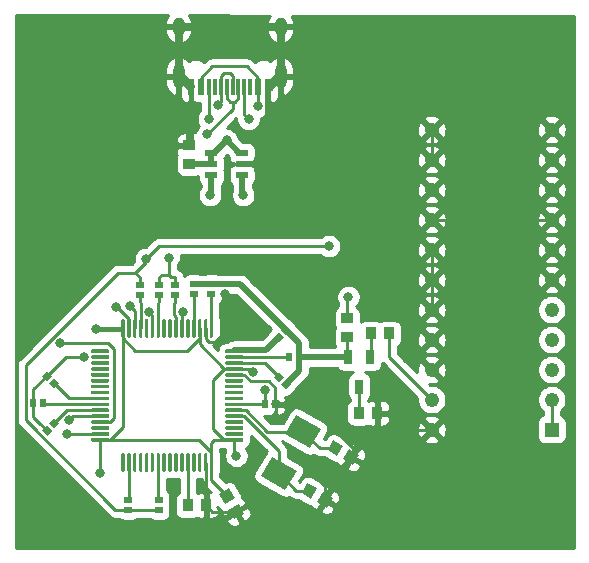
<source format=gbr>
%TF.GenerationSoftware,KiCad,Pcbnew,(5.1.8)-1*%
%TF.CreationDate,2021-05-09T22:55:32+08:00*%
%TF.ProjectId,ccd_with_stm32,6363645f-7769-4746-985f-73746d33322e,rev?*%
%TF.SameCoordinates,Original*%
%TF.FileFunction,Copper,L1,Top*%
%TF.FilePolarity,Positive*%
%FSLAX46Y46*%
G04 Gerber Fmt 4.6, Leading zero omitted, Abs format (unit mm)*
G04 Created by KiCad (PCBNEW (5.1.8)-1) date 2021-05-09 22:55:32*
%MOMM*%
%LPD*%
G01*
G04 APERTURE LIST*
%TA.AperFunction,SMDPad,CuDef*%
%ADD10R,0.700000X1.250000*%
%TD*%
%TA.AperFunction,SMDPad,CuDef*%
%ADD11C,0.100000*%
%TD*%
%TA.AperFunction,SMDPad,CuDef*%
%ADD12R,0.600000X1.450000*%
%TD*%
%TA.AperFunction,SMDPad,CuDef*%
%ADD13R,0.300000X1.450000*%
%TD*%
%TA.AperFunction,ComponentPad*%
%ADD14O,1.000000X2.100000*%
%TD*%
%TA.AperFunction,ComponentPad*%
%ADD15O,1.000000X1.600000*%
%TD*%
%TA.AperFunction,SMDPad,CuDef*%
%ADD16R,0.980000X0.930000*%
%TD*%
%TA.AperFunction,SMDPad,CuDef*%
%ADD17R,0.650000X0.600000*%
%TD*%
%TA.AperFunction,SMDPad,CuDef*%
%ADD18R,0.600000X0.650000*%
%TD*%
%TA.AperFunction,SMDPad,CuDef*%
%ADD19R,0.930000X0.980000*%
%TD*%
%TA.AperFunction,SMDPad,CuDef*%
%ADD20R,1.000000X0.600000*%
%TD*%
%TA.AperFunction,ComponentPad*%
%ADD21R,1.220000X1.220000*%
%TD*%
%TA.AperFunction,ComponentPad*%
%ADD22C,1.220000*%
%TD*%
%TA.AperFunction,ViaPad*%
%ADD23C,0.800000*%
%TD*%
%TA.AperFunction,Conductor*%
%ADD24C,0.250000*%
%TD*%
%TA.AperFunction,Conductor*%
%ADD25C,0.254000*%
%TD*%
%TA.AperFunction,Conductor*%
%ADD26C,0.508000*%
%TD*%
%TA.AperFunction,Conductor*%
%ADD27C,0.762000*%
%TD*%
%TA.AperFunction,Conductor*%
%ADD28C,0.381000*%
%TD*%
%TA.AperFunction,Conductor*%
%ADD29C,0.635000*%
%TD*%
%TA.AperFunction,Conductor*%
%ADD30C,0.100000*%
%TD*%
G04 APERTURE END LIST*
D10*
%TO.P,U4,3*%
%TO.N,Net-(R2-Pad1)*%
X152150000Y-109800000D03*
%TO.P,U4,2*%
%TO.N,/ADC_in*%
X151200000Y-107300000D03*
%TO.P,U4,1*%
%TO.N,Net-(R1-Pad2)*%
X153100000Y-107300000D03*
%TD*%
%TA.AperFunction,SMDPad,CuDef*%
D11*
%TO.P,Y1,2*%
%TO.N,Net-(C8-Pad2)*%
G36*
X143835770Y-117373076D02*
G01*
X144785770Y-115727628D01*
X146864230Y-116927628D01*
X145914230Y-118573076D01*
X143835770Y-117373076D01*
G37*
%TD.AperFunction*%
%TA.AperFunction,SMDPad,CuDef*%
%TO.P,Y1,1*%
%TO.N,Net-(C9-Pad2)*%
G36*
X145885770Y-113822372D02*
G01*
X146835770Y-112176924D01*
X148914230Y-113376924D01*
X147964230Y-115022372D01*
X145885770Y-113822372D01*
G37*
%TD.AperFunction*%
%TD*%
D12*
%TO.P,U3,B1*%
%TO.N,GND*%
X137930000Y-84435000D03*
%TO.P,U3,A9*%
%TO.N,VCC*%
X138730000Y-84435000D03*
%TO.P,U3,B9*%
X143630000Y-84435000D03*
%TO.P,U3,B12*%
%TO.N,GND*%
X144430000Y-84435000D03*
%TO.P,U3,A1*%
X144430000Y-84435000D03*
%TO.P,U3,A4*%
%TO.N,VCC*%
X143630000Y-84435000D03*
%TO.P,U3,B4*%
X138730000Y-84435000D03*
%TO.P,U3,A12*%
%TO.N,GND*%
X137930000Y-84435000D03*
D13*
%TO.P,U3,B8*%
%TO.N,Net-(U3-PadB8)*%
X142930000Y-84435000D03*
%TO.P,U3,A5*%
%TO.N,Net-(R24-Pad1)*%
X142430000Y-84435000D03*
%TO.P,U3,B7*%
%TO.N,/DM*%
X141930000Y-84435000D03*
%TO.P,U3,A7*%
X140930000Y-84435000D03*
%TO.P,U3,B6*%
%TO.N,/DP*%
X140430000Y-84435000D03*
%TO.P,U3,A8*%
%TO.N,Net-(U3-PadA8)*%
X139930000Y-84435000D03*
%TO.P,U3,B5*%
%TO.N,Net-(R16-Pad2)*%
X139430000Y-84435000D03*
%TO.P,U3,A6*%
%TO.N,/DP*%
X141430000Y-84435000D03*
D14*
%TO.P,U3,S1*%
%TO.N,GND*%
X136860000Y-83520000D03*
X145500000Y-83520000D03*
D15*
X145500000Y-79340000D03*
X136860000Y-79340000D03*
%TD*%
%TO.P,U2,64*%
%TO.N,/3v3_2*%
%TA.AperFunction,SMDPad,CuDef*%
G36*
G01*
X139800000Y-115525000D02*
X139800000Y-116925000D01*
G75*
G02*
X139725000Y-117000000I-75000J0D01*
G01*
X139575000Y-117000000D01*
G75*
G02*
X139500000Y-116925000I0J75000D01*
G01*
X139500000Y-115525000D01*
G75*
G02*
X139575000Y-115450000I75000J0D01*
G01*
X139725000Y-115450000D01*
G75*
G02*
X139800000Y-115525000I0J-75000D01*
G01*
G37*
%TD.AperFunction*%
%TO.P,U2,63*%
%TO.N,GND*%
%TA.AperFunction,SMDPad,CuDef*%
G36*
G01*
X139300000Y-115525000D02*
X139300000Y-116925000D01*
G75*
G02*
X139225000Y-117000000I-75000J0D01*
G01*
X139075000Y-117000000D01*
G75*
G02*
X139000000Y-116925000I0J75000D01*
G01*
X139000000Y-115525000D01*
G75*
G02*
X139075000Y-115450000I75000J0D01*
G01*
X139225000Y-115450000D01*
G75*
G02*
X139300000Y-115525000I0J-75000D01*
G01*
G37*
%TD.AperFunction*%
%TO.P,U2,62*%
%TO.N,Net-(U2-Pad62)*%
%TA.AperFunction,SMDPad,CuDef*%
G36*
G01*
X138800000Y-115525000D02*
X138800000Y-116925000D01*
G75*
G02*
X138725000Y-117000000I-75000J0D01*
G01*
X138575000Y-117000000D01*
G75*
G02*
X138500000Y-116925000I0J75000D01*
G01*
X138500000Y-115525000D01*
G75*
G02*
X138575000Y-115450000I75000J0D01*
G01*
X138725000Y-115450000D01*
G75*
G02*
X138800000Y-115525000I0J-75000D01*
G01*
G37*
%TD.AperFunction*%
%TO.P,U2,61*%
%TO.N,Net-(U2-Pad61)*%
%TA.AperFunction,SMDPad,CuDef*%
G36*
G01*
X138300000Y-115525000D02*
X138300000Y-116925000D01*
G75*
G02*
X138225000Y-117000000I-75000J0D01*
G01*
X138075000Y-117000000D01*
G75*
G02*
X138000000Y-116925000I0J75000D01*
G01*
X138000000Y-115525000D01*
G75*
G02*
X138075000Y-115450000I75000J0D01*
G01*
X138225000Y-115450000D01*
G75*
G02*
X138300000Y-115525000I0J-75000D01*
G01*
G37*
%TD.AperFunction*%
%TO.P,U2,60*%
%TO.N,Net-(R3-Pad2)*%
%TA.AperFunction,SMDPad,CuDef*%
G36*
G01*
X137800000Y-115525000D02*
X137800000Y-116925000D01*
G75*
G02*
X137725000Y-117000000I-75000J0D01*
G01*
X137575000Y-117000000D01*
G75*
G02*
X137500000Y-116925000I0J75000D01*
G01*
X137500000Y-115525000D01*
G75*
G02*
X137575000Y-115450000I75000J0D01*
G01*
X137725000Y-115450000D01*
G75*
G02*
X137800000Y-115525000I0J-75000D01*
G01*
G37*
%TD.AperFunction*%
%TO.P,U2,59*%
%TO.N,Net-(U2-Pad59)*%
%TA.AperFunction,SMDPad,CuDef*%
G36*
G01*
X137300000Y-115525000D02*
X137300000Y-116925000D01*
G75*
G02*
X137225000Y-117000000I-75000J0D01*
G01*
X137075000Y-117000000D01*
G75*
G02*
X137000000Y-116925000I0J75000D01*
G01*
X137000000Y-115525000D01*
G75*
G02*
X137075000Y-115450000I75000J0D01*
G01*
X137225000Y-115450000D01*
G75*
G02*
X137300000Y-115525000I0J-75000D01*
G01*
G37*
%TD.AperFunction*%
%TO.P,U2,58*%
%TO.N,Net-(U2-Pad58)*%
%TA.AperFunction,SMDPad,CuDef*%
G36*
G01*
X136800000Y-115525000D02*
X136800000Y-116925000D01*
G75*
G02*
X136725000Y-117000000I-75000J0D01*
G01*
X136575000Y-117000000D01*
G75*
G02*
X136500000Y-116925000I0J75000D01*
G01*
X136500000Y-115525000D01*
G75*
G02*
X136575000Y-115450000I75000J0D01*
G01*
X136725000Y-115450000D01*
G75*
G02*
X136800000Y-115525000I0J-75000D01*
G01*
G37*
%TD.AperFunction*%
%TO.P,U2,57*%
%TO.N,Net-(U2-Pad57)*%
%TA.AperFunction,SMDPad,CuDef*%
G36*
G01*
X136300000Y-115525000D02*
X136300000Y-116925000D01*
G75*
G02*
X136225000Y-117000000I-75000J0D01*
G01*
X136075000Y-117000000D01*
G75*
G02*
X136000000Y-116925000I0J75000D01*
G01*
X136000000Y-115525000D01*
G75*
G02*
X136075000Y-115450000I75000J0D01*
G01*
X136225000Y-115450000D01*
G75*
G02*
X136300000Y-115525000I0J-75000D01*
G01*
G37*
%TD.AperFunction*%
%TO.P,U2,56*%
%TO.N,Net-(U2-Pad56)*%
%TA.AperFunction,SMDPad,CuDef*%
G36*
G01*
X135800000Y-115525000D02*
X135800000Y-116925000D01*
G75*
G02*
X135725000Y-117000000I-75000J0D01*
G01*
X135575000Y-117000000D01*
G75*
G02*
X135500000Y-116925000I0J75000D01*
G01*
X135500000Y-115525000D01*
G75*
G02*
X135575000Y-115450000I75000J0D01*
G01*
X135725000Y-115450000D01*
G75*
G02*
X135800000Y-115525000I0J-75000D01*
G01*
G37*
%TD.AperFunction*%
%TO.P,U2,55*%
%TO.N,Net-(R20-Pad1)*%
%TA.AperFunction,SMDPad,CuDef*%
G36*
G01*
X135300000Y-115525000D02*
X135300000Y-116925000D01*
G75*
G02*
X135225000Y-117000000I-75000J0D01*
G01*
X135075000Y-117000000D01*
G75*
G02*
X135000000Y-116925000I0J75000D01*
G01*
X135000000Y-115525000D01*
G75*
G02*
X135075000Y-115450000I75000J0D01*
G01*
X135225000Y-115450000D01*
G75*
G02*
X135300000Y-115525000I0J-75000D01*
G01*
G37*
%TD.AperFunction*%
%TO.P,U2,54*%
%TO.N,Net-(U2-Pad54)*%
%TA.AperFunction,SMDPad,CuDef*%
G36*
G01*
X134800000Y-115525000D02*
X134800000Y-116925000D01*
G75*
G02*
X134725000Y-117000000I-75000J0D01*
G01*
X134575000Y-117000000D01*
G75*
G02*
X134500000Y-116925000I0J75000D01*
G01*
X134500000Y-115525000D01*
G75*
G02*
X134575000Y-115450000I75000J0D01*
G01*
X134725000Y-115450000D01*
G75*
G02*
X134800000Y-115525000I0J-75000D01*
G01*
G37*
%TD.AperFunction*%
%TO.P,U2,53*%
%TO.N,Net-(U2-Pad53)*%
%TA.AperFunction,SMDPad,CuDef*%
G36*
G01*
X134300000Y-115525000D02*
X134300000Y-116925000D01*
G75*
G02*
X134225000Y-117000000I-75000J0D01*
G01*
X134075000Y-117000000D01*
G75*
G02*
X134000000Y-116925000I0J75000D01*
G01*
X134000000Y-115525000D01*
G75*
G02*
X134075000Y-115450000I75000J0D01*
G01*
X134225000Y-115450000D01*
G75*
G02*
X134300000Y-115525000I0J-75000D01*
G01*
G37*
%TD.AperFunction*%
%TO.P,U2,52*%
%TO.N,Net-(U2-Pad52)*%
%TA.AperFunction,SMDPad,CuDef*%
G36*
G01*
X133800000Y-115525000D02*
X133800000Y-116925000D01*
G75*
G02*
X133725000Y-117000000I-75000J0D01*
G01*
X133575000Y-117000000D01*
G75*
G02*
X133500000Y-116925000I0J75000D01*
G01*
X133500000Y-115525000D01*
G75*
G02*
X133575000Y-115450000I75000J0D01*
G01*
X133725000Y-115450000D01*
G75*
G02*
X133800000Y-115525000I0J-75000D01*
G01*
G37*
%TD.AperFunction*%
%TO.P,U2,51*%
%TO.N,Net-(U2-Pad51)*%
%TA.AperFunction,SMDPad,CuDef*%
G36*
G01*
X133300000Y-115525000D02*
X133300000Y-116925000D01*
G75*
G02*
X133225000Y-117000000I-75000J0D01*
G01*
X133075000Y-117000000D01*
G75*
G02*
X133000000Y-116925000I0J75000D01*
G01*
X133000000Y-115525000D01*
G75*
G02*
X133075000Y-115450000I75000J0D01*
G01*
X133225000Y-115450000D01*
G75*
G02*
X133300000Y-115525000I0J-75000D01*
G01*
G37*
%TD.AperFunction*%
%TO.P,U2,50*%
%TO.N,Net-(R17-Pad1)*%
%TA.AperFunction,SMDPad,CuDef*%
G36*
G01*
X132800000Y-115525000D02*
X132800000Y-116925000D01*
G75*
G02*
X132725000Y-117000000I-75000J0D01*
G01*
X132575000Y-117000000D01*
G75*
G02*
X132500000Y-116925000I0J75000D01*
G01*
X132500000Y-115525000D01*
G75*
G02*
X132575000Y-115450000I75000J0D01*
G01*
X132725000Y-115450000D01*
G75*
G02*
X132800000Y-115525000I0J-75000D01*
G01*
G37*
%TD.AperFunction*%
%TO.P,U2,49*%
%TO.N,Net-(U2-Pad49)*%
%TA.AperFunction,SMDPad,CuDef*%
G36*
G01*
X132300000Y-115525000D02*
X132300000Y-116925000D01*
G75*
G02*
X132225000Y-117000000I-75000J0D01*
G01*
X132075000Y-117000000D01*
G75*
G02*
X132000000Y-116925000I0J75000D01*
G01*
X132000000Y-115525000D01*
G75*
G02*
X132075000Y-115450000I75000J0D01*
G01*
X132225000Y-115450000D01*
G75*
G02*
X132300000Y-115525000I0J-75000D01*
G01*
G37*
%TD.AperFunction*%
%TO.P,U2,48*%
%TO.N,/3v3_2*%
%TA.AperFunction,SMDPad,CuDef*%
G36*
G01*
X131000000Y-114225000D02*
X131000000Y-114375000D01*
G75*
G02*
X130925000Y-114450000I-75000J0D01*
G01*
X129525000Y-114450000D01*
G75*
G02*
X129450000Y-114375000I0J75000D01*
G01*
X129450000Y-114225000D01*
G75*
G02*
X129525000Y-114150000I75000J0D01*
G01*
X130925000Y-114150000D01*
G75*
G02*
X131000000Y-114225000I0J-75000D01*
G01*
G37*
%TD.AperFunction*%
%TO.P,U2,47*%
%TO.N,Net-(C15-Pad2)*%
%TA.AperFunction,SMDPad,CuDef*%
G36*
G01*
X131000000Y-113725000D02*
X131000000Y-113875000D01*
G75*
G02*
X130925000Y-113950000I-75000J0D01*
G01*
X129525000Y-113950000D01*
G75*
G02*
X129450000Y-113875000I0J75000D01*
G01*
X129450000Y-113725000D01*
G75*
G02*
X129525000Y-113650000I75000J0D01*
G01*
X130925000Y-113650000D01*
G75*
G02*
X131000000Y-113725000I0J-75000D01*
G01*
G37*
%TD.AperFunction*%
%TO.P,U2,46*%
%TO.N,Net-(U2-Pad46)*%
%TA.AperFunction,SMDPad,CuDef*%
G36*
G01*
X131000000Y-113225000D02*
X131000000Y-113375000D01*
G75*
G02*
X130925000Y-113450000I-75000J0D01*
G01*
X129525000Y-113450000D01*
G75*
G02*
X129450000Y-113375000I0J75000D01*
G01*
X129450000Y-113225000D01*
G75*
G02*
X129525000Y-113150000I75000J0D01*
G01*
X130925000Y-113150000D01*
G75*
G02*
X131000000Y-113225000I0J-75000D01*
G01*
G37*
%TD.AperFunction*%
%TO.P,U2,45*%
%TO.N,/DP*%
%TA.AperFunction,SMDPad,CuDef*%
G36*
G01*
X131000000Y-112725000D02*
X131000000Y-112875000D01*
G75*
G02*
X130925000Y-112950000I-75000J0D01*
G01*
X129525000Y-112950000D01*
G75*
G02*
X129450000Y-112875000I0J75000D01*
G01*
X129450000Y-112725000D01*
G75*
G02*
X129525000Y-112650000I75000J0D01*
G01*
X130925000Y-112650000D01*
G75*
G02*
X131000000Y-112725000I0J-75000D01*
G01*
G37*
%TD.AperFunction*%
%TO.P,U2,44*%
%TO.N,/DM*%
%TA.AperFunction,SMDPad,CuDef*%
G36*
G01*
X131000000Y-112225000D02*
X131000000Y-112375000D01*
G75*
G02*
X130925000Y-112450000I-75000J0D01*
G01*
X129525000Y-112450000D01*
G75*
G02*
X129450000Y-112375000I0J75000D01*
G01*
X129450000Y-112225000D01*
G75*
G02*
X129525000Y-112150000I75000J0D01*
G01*
X130925000Y-112150000D01*
G75*
G02*
X131000000Y-112225000I0J-75000D01*
G01*
G37*
%TD.AperFunction*%
%TO.P,U2,43*%
%TO.N,Net-(R15-Pad1)*%
%TA.AperFunction,SMDPad,CuDef*%
G36*
G01*
X131000000Y-111725000D02*
X131000000Y-111875000D01*
G75*
G02*
X130925000Y-111950000I-75000J0D01*
G01*
X129525000Y-111950000D01*
G75*
G02*
X129450000Y-111875000I0J75000D01*
G01*
X129450000Y-111725000D01*
G75*
G02*
X129525000Y-111650000I75000J0D01*
G01*
X130925000Y-111650000D01*
G75*
G02*
X131000000Y-111725000I0J-75000D01*
G01*
G37*
%TD.AperFunction*%
%TO.P,U2,42*%
%TO.N,Net-(R14-Pad1)*%
%TA.AperFunction,SMDPad,CuDef*%
G36*
G01*
X131000000Y-111225000D02*
X131000000Y-111375000D01*
G75*
G02*
X130925000Y-111450000I-75000J0D01*
G01*
X129525000Y-111450000D01*
G75*
G02*
X129450000Y-111375000I0J75000D01*
G01*
X129450000Y-111225000D01*
G75*
G02*
X129525000Y-111150000I75000J0D01*
G01*
X130925000Y-111150000D01*
G75*
G02*
X131000000Y-111225000I0J-75000D01*
G01*
G37*
%TD.AperFunction*%
%TO.P,U2,41*%
%TO.N,Net-(R13-Pad1)*%
%TA.AperFunction,SMDPad,CuDef*%
G36*
G01*
X131000000Y-110725000D02*
X131000000Y-110875000D01*
G75*
G02*
X130925000Y-110950000I-75000J0D01*
G01*
X129525000Y-110950000D01*
G75*
G02*
X129450000Y-110875000I0J75000D01*
G01*
X129450000Y-110725000D01*
G75*
G02*
X129525000Y-110650000I75000J0D01*
G01*
X130925000Y-110650000D01*
G75*
G02*
X131000000Y-110725000I0J-75000D01*
G01*
G37*
%TD.AperFunction*%
%TO.P,U2,40*%
%TO.N,Net-(U2-Pad40)*%
%TA.AperFunction,SMDPad,CuDef*%
G36*
G01*
X131000000Y-110225000D02*
X131000000Y-110375000D01*
G75*
G02*
X130925000Y-110450000I-75000J0D01*
G01*
X129525000Y-110450000D01*
G75*
G02*
X129450000Y-110375000I0J75000D01*
G01*
X129450000Y-110225000D01*
G75*
G02*
X129525000Y-110150000I75000J0D01*
G01*
X130925000Y-110150000D01*
G75*
G02*
X131000000Y-110225000I0J-75000D01*
G01*
G37*
%TD.AperFunction*%
%TO.P,U2,39*%
%TO.N,Net-(U2-Pad39)*%
%TA.AperFunction,SMDPad,CuDef*%
G36*
G01*
X131000000Y-109725000D02*
X131000000Y-109875000D01*
G75*
G02*
X130925000Y-109950000I-75000J0D01*
G01*
X129525000Y-109950000D01*
G75*
G02*
X129450000Y-109875000I0J75000D01*
G01*
X129450000Y-109725000D01*
G75*
G02*
X129525000Y-109650000I75000J0D01*
G01*
X130925000Y-109650000D01*
G75*
G02*
X131000000Y-109725000I0J-75000D01*
G01*
G37*
%TD.AperFunction*%
%TO.P,U2,38*%
%TO.N,Net-(U2-Pad38)*%
%TA.AperFunction,SMDPad,CuDef*%
G36*
G01*
X131000000Y-109225000D02*
X131000000Y-109375000D01*
G75*
G02*
X130925000Y-109450000I-75000J0D01*
G01*
X129525000Y-109450000D01*
G75*
G02*
X129450000Y-109375000I0J75000D01*
G01*
X129450000Y-109225000D01*
G75*
G02*
X129525000Y-109150000I75000J0D01*
G01*
X130925000Y-109150000D01*
G75*
G02*
X131000000Y-109225000I0J-75000D01*
G01*
G37*
%TD.AperFunction*%
%TO.P,U2,37*%
%TO.N,Net-(U2-Pad37)*%
%TA.AperFunction,SMDPad,CuDef*%
G36*
G01*
X131000000Y-108725000D02*
X131000000Y-108875000D01*
G75*
G02*
X130925000Y-108950000I-75000J0D01*
G01*
X129525000Y-108950000D01*
G75*
G02*
X129450000Y-108875000I0J75000D01*
G01*
X129450000Y-108725000D01*
G75*
G02*
X129525000Y-108650000I75000J0D01*
G01*
X130925000Y-108650000D01*
G75*
G02*
X131000000Y-108725000I0J-75000D01*
G01*
G37*
%TD.AperFunction*%
%TO.P,U2,36*%
%TO.N,Net-(U2-Pad36)*%
%TA.AperFunction,SMDPad,CuDef*%
G36*
G01*
X131000000Y-108225000D02*
X131000000Y-108375000D01*
G75*
G02*
X130925000Y-108450000I-75000J0D01*
G01*
X129525000Y-108450000D01*
G75*
G02*
X129450000Y-108375000I0J75000D01*
G01*
X129450000Y-108225000D01*
G75*
G02*
X129525000Y-108150000I75000J0D01*
G01*
X130925000Y-108150000D01*
G75*
G02*
X131000000Y-108225000I0J-75000D01*
G01*
G37*
%TD.AperFunction*%
%TO.P,U2,35*%
%TO.N,Net-(U2-Pad35)*%
%TA.AperFunction,SMDPad,CuDef*%
G36*
G01*
X131000000Y-107725000D02*
X131000000Y-107875000D01*
G75*
G02*
X130925000Y-107950000I-75000J0D01*
G01*
X129525000Y-107950000D01*
G75*
G02*
X129450000Y-107875000I0J75000D01*
G01*
X129450000Y-107725000D01*
G75*
G02*
X129525000Y-107650000I75000J0D01*
G01*
X130925000Y-107650000D01*
G75*
G02*
X131000000Y-107725000I0J-75000D01*
G01*
G37*
%TD.AperFunction*%
%TO.P,U2,34*%
%TO.N,Net-(U2-Pad34)*%
%TA.AperFunction,SMDPad,CuDef*%
G36*
G01*
X131000000Y-107225000D02*
X131000000Y-107375000D01*
G75*
G02*
X130925000Y-107450000I-75000J0D01*
G01*
X129525000Y-107450000D01*
G75*
G02*
X129450000Y-107375000I0J75000D01*
G01*
X129450000Y-107225000D01*
G75*
G02*
X129525000Y-107150000I75000J0D01*
G01*
X130925000Y-107150000D01*
G75*
G02*
X131000000Y-107225000I0J-75000D01*
G01*
G37*
%TD.AperFunction*%
%TO.P,U2,33*%
%TO.N,Net-(U2-Pad33)*%
%TA.AperFunction,SMDPad,CuDef*%
G36*
G01*
X131000000Y-106725000D02*
X131000000Y-106875000D01*
G75*
G02*
X130925000Y-106950000I-75000J0D01*
G01*
X129525000Y-106950000D01*
G75*
G02*
X129450000Y-106875000I0J75000D01*
G01*
X129450000Y-106725000D01*
G75*
G02*
X129525000Y-106650000I75000J0D01*
G01*
X130925000Y-106650000D01*
G75*
G02*
X131000000Y-106725000I0J-75000D01*
G01*
G37*
%TD.AperFunction*%
%TO.P,U2,32*%
%TO.N,/3v3_2*%
%TA.AperFunction,SMDPad,CuDef*%
G36*
G01*
X132300000Y-104175000D02*
X132300000Y-105575000D01*
G75*
G02*
X132225000Y-105650000I-75000J0D01*
G01*
X132075000Y-105650000D01*
G75*
G02*
X132000000Y-105575000I0J75000D01*
G01*
X132000000Y-104175000D01*
G75*
G02*
X132075000Y-104100000I75000J0D01*
G01*
X132225000Y-104100000D01*
G75*
G02*
X132300000Y-104175000I0J-75000D01*
G01*
G37*
%TD.AperFunction*%
%TO.P,U2,31*%
%TO.N,Net-(C12-Pad2)*%
%TA.AperFunction,SMDPad,CuDef*%
G36*
G01*
X132800000Y-104175000D02*
X132800000Y-105575000D01*
G75*
G02*
X132725000Y-105650000I-75000J0D01*
G01*
X132575000Y-105650000D01*
G75*
G02*
X132500000Y-105575000I0J75000D01*
G01*
X132500000Y-104175000D01*
G75*
G02*
X132575000Y-104100000I75000J0D01*
G01*
X132725000Y-104100000D01*
G75*
G02*
X132800000Y-104175000I0J-75000D01*
G01*
G37*
%TD.AperFunction*%
%TO.P,U2,30*%
%TO.N,Net-(R22-Pad1)*%
%TA.AperFunction,SMDPad,CuDef*%
G36*
G01*
X133300000Y-104175000D02*
X133300000Y-105575000D01*
G75*
G02*
X133225000Y-105650000I-75000J0D01*
G01*
X133075000Y-105650000D01*
G75*
G02*
X133000000Y-105575000I0J75000D01*
G01*
X133000000Y-104175000D01*
G75*
G02*
X133075000Y-104100000I75000J0D01*
G01*
X133225000Y-104100000D01*
G75*
G02*
X133300000Y-104175000I0J-75000D01*
G01*
G37*
%TD.AperFunction*%
%TO.P,U2,29*%
%TO.N,Net-(R21-Pad1)*%
%TA.AperFunction,SMDPad,CuDef*%
G36*
G01*
X133800000Y-104175000D02*
X133800000Y-105575000D01*
G75*
G02*
X133725000Y-105650000I-75000J0D01*
G01*
X133575000Y-105650000D01*
G75*
G02*
X133500000Y-105575000I0J75000D01*
G01*
X133500000Y-104175000D01*
G75*
G02*
X133575000Y-104100000I75000J0D01*
G01*
X133725000Y-104100000D01*
G75*
G02*
X133800000Y-104175000I0J-75000D01*
G01*
G37*
%TD.AperFunction*%
%TO.P,U2,28*%
%TO.N,Net-(U2-Pad28)*%
%TA.AperFunction,SMDPad,CuDef*%
G36*
G01*
X134300000Y-104175000D02*
X134300000Y-105575000D01*
G75*
G02*
X134225000Y-105650000I-75000J0D01*
G01*
X134075000Y-105650000D01*
G75*
G02*
X134000000Y-105575000I0J75000D01*
G01*
X134000000Y-104175000D01*
G75*
G02*
X134075000Y-104100000I75000J0D01*
G01*
X134225000Y-104100000D01*
G75*
G02*
X134300000Y-104175000I0J-75000D01*
G01*
G37*
%TD.AperFunction*%
%TO.P,U2,27*%
%TO.N,Net-(R19-Pad1)*%
%TA.AperFunction,SMDPad,CuDef*%
G36*
G01*
X134800000Y-104175000D02*
X134800000Y-105575000D01*
G75*
G02*
X134725000Y-105650000I-75000J0D01*
G01*
X134575000Y-105650000D01*
G75*
G02*
X134500000Y-105575000I0J75000D01*
G01*
X134500000Y-104175000D01*
G75*
G02*
X134575000Y-104100000I75000J0D01*
G01*
X134725000Y-104100000D01*
G75*
G02*
X134800000Y-104175000I0J-75000D01*
G01*
G37*
%TD.AperFunction*%
%TO.P,U2,26*%
%TO.N,Net-(R18-Pad1)*%
%TA.AperFunction,SMDPad,CuDef*%
G36*
G01*
X135300000Y-104175000D02*
X135300000Y-105575000D01*
G75*
G02*
X135225000Y-105650000I-75000J0D01*
G01*
X135075000Y-105650000D01*
G75*
G02*
X135000000Y-105575000I0J75000D01*
G01*
X135000000Y-104175000D01*
G75*
G02*
X135075000Y-104100000I75000J0D01*
G01*
X135225000Y-104100000D01*
G75*
G02*
X135300000Y-104175000I0J-75000D01*
G01*
G37*
%TD.AperFunction*%
%TO.P,U2,25*%
%TO.N,Net-(U2-Pad25)*%
%TA.AperFunction,SMDPad,CuDef*%
G36*
G01*
X135800000Y-104175000D02*
X135800000Y-105575000D01*
G75*
G02*
X135725000Y-105650000I-75000J0D01*
G01*
X135575000Y-105650000D01*
G75*
G02*
X135500000Y-105575000I0J75000D01*
G01*
X135500000Y-104175000D01*
G75*
G02*
X135575000Y-104100000I75000J0D01*
G01*
X135725000Y-104100000D01*
G75*
G02*
X135800000Y-104175000I0J-75000D01*
G01*
G37*
%TD.AperFunction*%
%TO.P,U2,24*%
%TO.N,Net-(U2-Pad24)*%
%TA.AperFunction,SMDPad,CuDef*%
G36*
G01*
X136300000Y-104175000D02*
X136300000Y-105575000D01*
G75*
G02*
X136225000Y-105650000I-75000J0D01*
G01*
X136075000Y-105650000D01*
G75*
G02*
X136000000Y-105575000I0J75000D01*
G01*
X136000000Y-104175000D01*
G75*
G02*
X136075000Y-104100000I75000J0D01*
G01*
X136225000Y-104100000D01*
G75*
G02*
X136300000Y-104175000I0J-75000D01*
G01*
G37*
%TD.AperFunction*%
%TO.P,U2,23*%
%TO.N,Net-(R12-Pad1)*%
%TA.AperFunction,SMDPad,CuDef*%
G36*
G01*
X136800000Y-104175000D02*
X136800000Y-105575000D01*
G75*
G02*
X136725000Y-105650000I-75000J0D01*
G01*
X136575000Y-105650000D01*
G75*
G02*
X136500000Y-105575000I0J75000D01*
G01*
X136500000Y-104175000D01*
G75*
G02*
X136575000Y-104100000I75000J0D01*
G01*
X136725000Y-104100000D01*
G75*
G02*
X136800000Y-104175000I0J-75000D01*
G01*
G37*
%TD.AperFunction*%
%TO.P,U2,22*%
%TO.N,Net-(R11-Pad1)*%
%TA.AperFunction,SMDPad,CuDef*%
G36*
G01*
X137300000Y-104175000D02*
X137300000Y-105575000D01*
G75*
G02*
X137225000Y-105650000I-75000J0D01*
G01*
X137075000Y-105650000D01*
G75*
G02*
X137000000Y-105575000I0J75000D01*
G01*
X137000000Y-104175000D01*
G75*
G02*
X137075000Y-104100000I75000J0D01*
G01*
X137225000Y-104100000D01*
G75*
G02*
X137300000Y-104175000I0J-75000D01*
G01*
G37*
%TD.AperFunction*%
%TO.P,U2,21*%
%TO.N,Net-(U2-Pad21)*%
%TA.AperFunction,SMDPad,CuDef*%
G36*
G01*
X137800000Y-104175000D02*
X137800000Y-105575000D01*
G75*
G02*
X137725000Y-105650000I-75000J0D01*
G01*
X137575000Y-105650000D01*
G75*
G02*
X137500000Y-105575000I0J75000D01*
G01*
X137500000Y-104175000D01*
G75*
G02*
X137575000Y-104100000I75000J0D01*
G01*
X137725000Y-104100000D01*
G75*
G02*
X137800000Y-104175000I0J-75000D01*
G01*
G37*
%TD.AperFunction*%
%TO.P,U2,20*%
%TO.N,Net-(R10-Pad1)*%
%TA.AperFunction,SMDPad,CuDef*%
G36*
G01*
X138300000Y-104175000D02*
X138300000Y-105575000D01*
G75*
G02*
X138225000Y-105650000I-75000J0D01*
G01*
X138075000Y-105650000D01*
G75*
G02*
X138000000Y-105575000I0J75000D01*
G01*
X138000000Y-104175000D01*
G75*
G02*
X138075000Y-104100000I75000J0D01*
G01*
X138225000Y-104100000D01*
G75*
G02*
X138300000Y-104175000I0J-75000D01*
G01*
G37*
%TD.AperFunction*%
%TO.P,U2,19*%
%TO.N,/3v3_2*%
%TA.AperFunction,SMDPad,CuDef*%
G36*
G01*
X138800000Y-104175000D02*
X138800000Y-105575000D01*
G75*
G02*
X138725000Y-105650000I-75000J0D01*
G01*
X138575000Y-105650000D01*
G75*
G02*
X138500000Y-105575000I0J75000D01*
G01*
X138500000Y-104175000D01*
G75*
G02*
X138575000Y-104100000I75000J0D01*
G01*
X138725000Y-104100000D01*
G75*
G02*
X138800000Y-104175000I0J-75000D01*
G01*
G37*
%TD.AperFunction*%
%TO.P,U2,18*%
%TO.N,GND*%
%TA.AperFunction,SMDPad,CuDef*%
G36*
G01*
X139300000Y-104175000D02*
X139300000Y-105575000D01*
G75*
G02*
X139225000Y-105650000I-75000J0D01*
G01*
X139075000Y-105650000D01*
G75*
G02*
X139000000Y-105575000I0J75000D01*
G01*
X139000000Y-104175000D01*
G75*
G02*
X139075000Y-104100000I75000J0D01*
G01*
X139225000Y-104100000D01*
G75*
G02*
X139300000Y-104175000I0J-75000D01*
G01*
G37*
%TD.AperFunction*%
%TO.P,U2,17*%
%TO.N,Net-(R9-Pad1)*%
%TA.AperFunction,SMDPad,CuDef*%
G36*
G01*
X139800000Y-104175000D02*
X139800000Y-105575000D01*
G75*
G02*
X139725000Y-105650000I-75000J0D01*
G01*
X139575000Y-105650000D01*
G75*
G02*
X139500000Y-105575000I0J75000D01*
G01*
X139500000Y-104175000D01*
G75*
G02*
X139575000Y-104100000I75000J0D01*
G01*
X139725000Y-104100000D01*
G75*
G02*
X139800000Y-104175000I0J-75000D01*
G01*
G37*
%TD.AperFunction*%
%TO.P,U2,16*%
%TO.N,Net-(R8-Pad1)*%
%TA.AperFunction,SMDPad,CuDef*%
G36*
G01*
X142350000Y-106725000D02*
X142350000Y-106875000D01*
G75*
G02*
X142275000Y-106950000I-75000J0D01*
G01*
X140875000Y-106950000D01*
G75*
G02*
X140800000Y-106875000I0J75000D01*
G01*
X140800000Y-106725000D01*
G75*
G02*
X140875000Y-106650000I75000J0D01*
G01*
X142275000Y-106650000D01*
G75*
G02*
X142350000Y-106725000I0J-75000D01*
G01*
G37*
%TD.AperFunction*%
%TO.P,U2,15*%
%TO.N,Net-(R7-Pad1)*%
%TA.AperFunction,SMDPad,CuDef*%
G36*
G01*
X142350000Y-107225000D02*
X142350000Y-107375000D01*
G75*
G02*
X142275000Y-107450000I-75000J0D01*
G01*
X140875000Y-107450000D01*
G75*
G02*
X140800000Y-107375000I0J75000D01*
G01*
X140800000Y-107225000D01*
G75*
G02*
X140875000Y-107150000I75000J0D01*
G01*
X142275000Y-107150000D01*
G75*
G02*
X142350000Y-107225000I0J-75000D01*
G01*
G37*
%TD.AperFunction*%
%TO.P,U2,14*%
%TO.N,Net-(R6-Pad1)*%
%TA.AperFunction,SMDPad,CuDef*%
G36*
G01*
X142350000Y-107725000D02*
X142350000Y-107875000D01*
G75*
G02*
X142275000Y-107950000I-75000J0D01*
G01*
X140875000Y-107950000D01*
G75*
G02*
X140800000Y-107875000I0J75000D01*
G01*
X140800000Y-107725000D01*
G75*
G02*
X140875000Y-107650000I75000J0D01*
G01*
X142275000Y-107650000D01*
G75*
G02*
X142350000Y-107725000I0J-75000D01*
G01*
G37*
%TD.AperFunction*%
%TO.P,U2,13*%
%TO.N,/3v3_2*%
%TA.AperFunction,SMDPad,CuDef*%
G36*
G01*
X142350000Y-108225000D02*
X142350000Y-108375000D01*
G75*
G02*
X142275000Y-108450000I-75000J0D01*
G01*
X140875000Y-108450000D01*
G75*
G02*
X140800000Y-108375000I0J75000D01*
G01*
X140800000Y-108225000D01*
G75*
G02*
X140875000Y-108150000I75000J0D01*
G01*
X142275000Y-108150000D01*
G75*
G02*
X142350000Y-108225000I0J-75000D01*
G01*
G37*
%TD.AperFunction*%
%TO.P,U2,12*%
%TO.N,GND*%
%TA.AperFunction,SMDPad,CuDef*%
G36*
G01*
X142350000Y-108725000D02*
X142350000Y-108875000D01*
G75*
G02*
X142275000Y-108950000I-75000J0D01*
G01*
X140875000Y-108950000D01*
G75*
G02*
X140800000Y-108875000I0J75000D01*
G01*
X140800000Y-108725000D01*
G75*
G02*
X140875000Y-108650000I75000J0D01*
G01*
X142275000Y-108650000D01*
G75*
G02*
X142350000Y-108725000I0J-75000D01*
G01*
G37*
%TD.AperFunction*%
%TO.P,U2,11*%
%TO.N,Net-(U2-Pad11)*%
%TA.AperFunction,SMDPad,CuDef*%
G36*
G01*
X142350000Y-109225000D02*
X142350000Y-109375000D01*
G75*
G02*
X142275000Y-109450000I-75000J0D01*
G01*
X140875000Y-109450000D01*
G75*
G02*
X140800000Y-109375000I0J75000D01*
G01*
X140800000Y-109225000D01*
G75*
G02*
X140875000Y-109150000I75000J0D01*
G01*
X142275000Y-109150000D01*
G75*
G02*
X142350000Y-109225000I0J-75000D01*
G01*
G37*
%TD.AperFunction*%
%TO.P,U2,10*%
%TO.N,Net-(U2-Pad10)*%
%TA.AperFunction,SMDPad,CuDef*%
G36*
G01*
X142350000Y-109725000D02*
X142350000Y-109875000D01*
G75*
G02*
X142275000Y-109950000I-75000J0D01*
G01*
X140875000Y-109950000D01*
G75*
G02*
X140800000Y-109875000I0J75000D01*
G01*
X140800000Y-109725000D01*
G75*
G02*
X140875000Y-109650000I75000J0D01*
G01*
X142275000Y-109650000D01*
G75*
G02*
X142350000Y-109725000I0J-75000D01*
G01*
G37*
%TD.AperFunction*%
%TO.P,U2,9*%
%TO.N,Net-(U2-Pad9)*%
%TA.AperFunction,SMDPad,CuDef*%
G36*
G01*
X142350000Y-110225000D02*
X142350000Y-110375000D01*
G75*
G02*
X142275000Y-110450000I-75000J0D01*
G01*
X140875000Y-110450000D01*
G75*
G02*
X140800000Y-110375000I0J75000D01*
G01*
X140800000Y-110225000D01*
G75*
G02*
X140875000Y-110150000I75000J0D01*
G01*
X142275000Y-110150000D01*
G75*
G02*
X142350000Y-110225000I0J-75000D01*
G01*
G37*
%TD.AperFunction*%
%TO.P,U2,8*%
%TO.N,Net-(U2-Pad8)*%
%TA.AperFunction,SMDPad,CuDef*%
G36*
G01*
X142350000Y-110725000D02*
X142350000Y-110875000D01*
G75*
G02*
X142275000Y-110950000I-75000J0D01*
G01*
X140875000Y-110950000D01*
G75*
G02*
X140800000Y-110875000I0J75000D01*
G01*
X140800000Y-110725000D01*
G75*
G02*
X140875000Y-110650000I75000J0D01*
G01*
X142275000Y-110650000D01*
G75*
G02*
X142350000Y-110725000I0J-75000D01*
G01*
G37*
%TD.AperFunction*%
%TO.P,U2,7*%
%TO.N,Net-(R4-Pad2)*%
%TA.AperFunction,SMDPad,CuDef*%
G36*
G01*
X142350000Y-111225000D02*
X142350000Y-111375000D01*
G75*
G02*
X142275000Y-111450000I-75000J0D01*
G01*
X140875000Y-111450000D01*
G75*
G02*
X140800000Y-111375000I0J75000D01*
G01*
X140800000Y-111225000D01*
G75*
G02*
X140875000Y-111150000I75000J0D01*
G01*
X142275000Y-111150000D01*
G75*
G02*
X142350000Y-111225000I0J-75000D01*
G01*
G37*
%TD.AperFunction*%
%TO.P,U2,6*%
%TO.N,Net-(C9-Pad2)*%
%TA.AperFunction,SMDPad,CuDef*%
G36*
G01*
X142350000Y-111725000D02*
X142350000Y-111875000D01*
G75*
G02*
X142275000Y-111950000I-75000J0D01*
G01*
X140875000Y-111950000D01*
G75*
G02*
X140800000Y-111875000I0J75000D01*
G01*
X140800000Y-111725000D01*
G75*
G02*
X140875000Y-111650000I75000J0D01*
G01*
X142275000Y-111650000D01*
G75*
G02*
X142350000Y-111725000I0J-75000D01*
G01*
G37*
%TD.AperFunction*%
%TO.P,U2,5*%
%TO.N,Net-(C8-Pad2)*%
%TA.AperFunction,SMDPad,CuDef*%
G36*
G01*
X142350000Y-112225000D02*
X142350000Y-112375000D01*
G75*
G02*
X142275000Y-112450000I-75000J0D01*
G01*
X140875000Y-112450000D01*
G75*
G02*
X140800000Y-112375000I0J75000D01*
G01*
X140800000Y-112225000D01*
G75*
G02*
X140875000Y-112150000I75000J0D01*
G01*
X142275000Y-112150000D01*
G75*
G02*
X142350000Y-112225000I0J-75000D01*
G01*
G37*
%TD.AperFunction*%
%TO.P,U2,4*%
%TO.N,Net-(U2-Pad4)*%
%TA.AperFunction,SMDPad,CuDef*%
G36*
G01*
X142350000Y-112725000D02*
X142350000Y-112875000D01*
G75*
G02*
X142275000Y-112950000I-75000J0D01*
G01*
X140875000Y-112950000D01*
G75*
G02*
X140800000Y-112875000I0J75000D01*
G01*
X140800000Y-112725000D01*
G75*
G02*
X140875000Y-112650000I75000J0D01*
G01*
X142275000Y-112650000D01*
G75*
G02*
X142350000Y-112725000I0J-75000D01*
G01*
G37*
%TD.AperFunction*%
%TO.P,U2,3*%
%TO.N,Net-(U2-Pad3)*%
%TA.AperFunction,SMDPad,CuDef*%
G36*
G01*
X142350000Y-113225000D02*
X142350000Y-113375000D01*
G75*
G02*
X142275000Y-113450000I-75000J0D01*
G01*
X140875000Y-113450000D01*
G75*
G02*
X140800000Y-113375000I0J75000D01*
G01*
X140800000Y-113225000D01*
G75*
G02*
X140875000Y-113150000I75000J0D01*
G01*
X142275000Y-113150000D01*
G75*
G02*
X142350000Y-113225000I0J-75000D01*
G01*
G37*
%TD.AperFunction*%
%TO.P,U2,2*%
%TO.N,Net-(U2-Pad2)*%
%TA.AperFunction,SMDPad,CuDef*%
G36*
G01*
X142350000Y-113725000D02*
X142350000Y-113875000D01*
G75*
G02*
X142275000Y-113950000I-75000J0D01*
G01*
X140875000Y-113950000D01*
G75*
G02*
X140800000Y-113875000I0J75000D01*
G01*
X140800000Y-113725000D01*
G75*
G02*
X140875000Y-113650000I75000J0D01*
G01*
X142275000Y-113650000D01*
G75*
G02*
X142350000Y-113725000I0J-75000D01*
G01*
G37*
%TD.AperFunction*%
%TO.P,U2,1*%
%TO.N,/3v3_2*%
%TA.AperFunction,SMDPad,CuDef*%
G36*
G01*
X142350000Y-114225000D02*
X142350000Y-114375000D01*
G75*
G02*
X142275000Y-114450000I-75000J0D01*
G01*
X140875000Y-114450000D01*
G75*
G02*
X140800000Y-114375000I0J75000D01*
G01*
X140800000Y-114225000D01*
G75*
G02*
X140875000Y-114150000I75000J0D01*
G01*
X142275000Y-114150000D01*
G75*
G02*
X142350000Y-114225000I0J-75000D01*
G01*
G37*
%TD.AperFunction*%
%TD*%
D16*
%TO.P,R23,2*%
%TO.N,/ADC_in*%
X151150000Y-105570000D03*
%TO.P,R23,1*%
%TO.N,/3v3_1*%
X151150000Y-104030000D03*
%TD*%
D17*
%TO.P,R21,2*%
%TO.N,/M*%
X133600000Y-101175000D03*
%TO.P,R21,1*%
%TO.N,Net-(R21-Pad1)*%
X133600000Y-102025000D03*
%TD*%
%TO.P,R20,2*%
%TO.N,/M*%
X135200000Y-120225000D03*
%TO.P,R20,1*%
%TO.N,Net-(R20-Pad1)*%
X135200000Y-119375000D03*
%TD*%
%TO.P,R18,2*%
%TO.N,/SH*%
X135200000Y-101175000D03*
%TO.P,R18,1*%
%TO.N,Net-(R18-Pad1)*%
X135200000Y-102025000D03*
%TD*%
%TO.P,R17,2*%
%TO.N,/M*%
X132600000Y-120225000D03*
%TO.P,R17,1*%
%TO.N,Net-(R17-Pad1)*%
X132600000Y-119375000D03*
%TD*%
%TA.AperFunction,SMDPad,CuDef*%
D11*
%TO.P,R15,2*%
%TO.N,/ICG*%
G36*
X125681802Y-113058578D02*
G01*
X126141422Y-113518198D01*
X125717158Y-113942462D01*
X125257538Y-113482842D01*
X125681802Y-113058578D01*
G37*
%TD.AperFunction*%
%TA.AperFunction,SMDPad,CuDef*%
%TO.P,R15,1*%
%TO.N,Net-(R15-Pad1)*%
G36*
X126282842Y-112457538D02*
G01*
X126742462Y-112917158D01*
X126318198Y-113341422D01*
X125858578Y-112881802D01*
X126282842Y-112457538D01*
G37*
%TD.AperFunction*%
%TD*%
D18*
%TO.P,R14,2*%
%TO.N,/ICG*%
X124575000Y-111200000D03*
%TO.P,R14,1*%
%TO.N,Net-(R14-Pad1)*%
X125425000Y-111200000D03*
%TD*%
%TA.AperFunction,SMDPad,CuDef*%
D11*
%TO.P,R13,2*%
%TO.N,/ICG*%
G36*
X126141422Y-108881802D02*
G01*
X125681802Y-109341422D01*
X125257538Y-108917158D01*
X125717158Y-108457538D01*
X126141422Y-108881802D01*
G37*
%TD.AperFunction*%
%TA.AperFunction,SMDPad,CuDef*%
%TO.P,R13,1*%
%TO.N,Net-(R13-Pad1)*%
G36*
X126742462Y-109482842D02*
G01*
X126282842Y-109942462D01*
X125858578Y-109518198D01*
X126318198Y-109058578D01*
X126742462Y-109482842D01*
G37*
%TD.AperFunction*%
%TD*%
D17*
%TO.P,R12,2*%
%TO.N,/SH*%
X136600000Y-101175000D03*
%TO.P,R12,1*%
%TO.N,Net-(R12-Pad1)*%
X136600000Y-102025000D03*
%TD*%
%TO.P,R10,2*%
%TO.N,/ADC_in*%
X138150000Y-101125000D03*
%TO.P,R10,1*%
%TO.N,Net-(R10-Pad1)*%
X138150000Y-101975000D03*
%TD*%
%TO.P,R9,2*%
%TO.N,/ADC_in*%
X139650000Y-101125000D03*
%TO.P,R9,1*%
%TO.N,Net-(R9-Pad1)*%
X139650000Y-101975000D03*
%TD*%
%TA.AperFunction,SMDPad,CuDef*%
D11*
%TO.P,R8,2*%
%TO.N,/ADC_in*%
G36*
X145970618Y-105435847D02*
G01*
X145503047Y-104984319D01*
X145919842Y-104552715D01*
X146387413Y-105004243D01*
X145970618Y-105435847D01*
G37*
%TD.AperFunction*%
%TA.AperFunction,SMDPad,CuDef*%
%TO.P,R8,1*%
%TO.N,Net-(R8-Pad1)*%
G36*
X145380158Y-106047285D02*
G01*
X144912587Y-105595757D01*
X145329382Y-105164153D01*
X145796953Y-105615681D01*
X145380158Y-106047285D01*
G37*
%TD.AperFunction*%
%TD*%
D18*
%TO.P,R7,2*%
%TO.N,/ADC_in*%
X147075000Y-107300000D03*
%TO.P,R7,1*%
%TO.N,Net-(R7-Pad1)*%
X146225000Y-107300000D03*
%TD*%
%TA.AperFunction,SMDPad,CuDef*%
D11*
%TO.P,R6,2*%
%TO.N,/ADC_in*%
G36*
X145508578Y-109618198D02*
G01*
X145968198Y-109158578D01*
X146392462Y-109582842D01*
X145932842Y-110042462D01*
X145508578Y-109618198D01*
G37*
%TD.AperFunction*%
%TA.AperFunction,SMDPad,CuDef*%
%TO.P,R6,1*%
%TO.N,Net-(R6-Pad1)*%
G36*
X144907538Y-109017158D02*
G01*
X145367158Y-108557538D01*
X145791422Y-108981802D01*
X145331802Y-109441422D01*
X144907538Y-109017158D01*
G37*
%TD.AperFunction*%
%TD*%
D18*
%TO.P,R4,2*%
%TO.N,Net-(R4-Pad2)*%
X144175000Y-111300000D03*
%TO.P,R4,1*%
%TO.N,GND*%
X145025000Y-111300000D03*
%TD*%
D19*
%TO.P,R3,2*%
%TO.N,Net-(R3-Pad2)*%
X137650000Y-119860000D03*
%TO.P,R3,1*%
%TO.N,GND*%
X139190000Y-119860000D03*
%TD*%
%TO.P,R2,2*%
%TO.N,GND*%
X153670000Y-112050000D03*
%TO.P,R2,1*%
%TO.N,Net-(R2-Pad1)*%
X152130000Y-112050000D03*
%TD*%
%TO.P,R1,2*%
%TO.N,Net-(R1-Pad2)*%
X153130000Y-105300000D03*
%TO.P,R1,1*%
%TO.N,Net-(IC1-Pad21)*%
X154670000Y-105300000D03*
%TD*%
D20*
%TO.P,PS1,1*%
%TO.N,/3v3_1*%
X142240000Y-91900000D03*
%TO.P,PS1,2*%
%TO.N,GND*%
X142240000Y-90950000D03*
%TO.P,PS1,3*%
%TO.N,VCC*%
X142240000Y-90000000D03*
%TO.P,PS1,4*%
X139640000Y-90000000D03*
%TO.P,PS1,5*%
X139640000Y-90950000D03*
%TO.P,PS1,6*%
%TO.N,/3v3_2*%
X139640000Y-91900000D03*
%TD*%
D21*
%TO.P,IC1,1*%
%TO.N,/3v3_1*%
X168460000Y-113440000D03*
D22*
%TO.P,IC1,2*%
X168460000Y-110900000D03*
%TO.P,IC1,3*%
%TO.N,Net-(IC1-Pad3)*%
X168460000Y-108360000D03*
%TO.P,IC1,4*%
%TO.N,Net-(IC1-Pad4)*%
X168460000Y-105820000D03*
%TO.P,IC1,5*%
%TO.N,Net-(IC1-Pad5)*%
X168460000Y-103280000D03*
%TO.P,IC1,6*%
%TO.N,GND*%
X168460000Y-100740000D03*
%TO.P,IC1,7*%
X168460000Y-98200000D03*
%TO.P,IC1,8*%
X168460000Y-95660000D03*
%TO.P,IC1,9*%
X168460000Y-93120000D03*
%TO.P,IC1,10*%
X168460000Y-90580000D03*
%TO.P,IC1,11*%
X168460000Y-88040000D03*
%TO.P,IC1,12*%
X158300000Y-88040000D03*
%TO.P,IC1,13*%
X158300000Y-90580000D03*
%TO.P,IC1,14*%
X158300000Y-93120000D03*
%TO.P,IC1,15*%
X158300000Y-95660000D03*
%TO.P,IC1,16*%
X158300000Y-98200000D03*
%TO.P,IC1,17*%
X158300000Y-100740000D03*
%TO.P,IC1,18*%
X158300000Y-103280000D03*
%TO.P,IC1,19*%
X158300000Y-105820000D03*
%TO.P,IC1,20*%
X158300000Y-108360000D03*
%TO.P,IC1,21*%
%TO.N,Net-(IC1-Pad21)*%
X158300000Y-110900000D03*
%TO.P,IC1,22*%
%TO.N,GND*%
X158300000Y-113440000D03*
%TD*%
%TA.AperFunction,SMDPad,CuDef*%
D11*
%TO.P,C10,2*%
%TO.N,GND*%
G36*
X141088148Y-120239138D02*
G01*
X141936852Y-119749138D01*
X142401852Y-120554542D01*
X141553148Y-121044542D01*
X141088148Y-120239138D01*
G37*
%TD.AperFunction*%
%TA.AperFunction,SMDPad,CuDef*%
%TO.P,C10,1*%
%TO.N,/3v3_2*%
G36*
X140318148Y-118905458D02*
G01*
X141166852Y-118415458D01*
X141631852Y-119220862D01*
X140783148Y-119710862D01*
X140318148Y-118905458D01*
G37*
%TD.AperFunction*%
%TD*%
%TA.AperFunction,SMDPad,CuDef*%
%TO.P,C9,2*%
%TO.N,Net-(C9-Pad2)*%
G36*
X150780862Y-114808148D02*
G01*
X150290862Y-115656852D01*
X149485458Y-115191852D01*
X149975458Y-114343148D01*
X150780862Y-114808148D01*
G37*
%TD.AperFunction*%
%TA.AperFunction,SMDPad,CuDef*%
%TO.P,C9,1*%
%TO.N,GND*%
G36*
X152114542Y-115578148D02*
G01*
X151624542Y-116426852D01*
X150819138Y-115961852D01*
X151309138Y-115113148D01*
X152114542Y-115578148D01*
G37*
%TD.AperFunction*%
%TD*%
%TA.AperFunction,SMDPad,CuDef*%
%TO.P,C8,2*%
%TO.N,Net-(C8-Pad2)*%
G36*
X148580862Y-118423148D02*
G01*
X148090862Y-119271852D01*
X147285458Y-118806852D01*
X147775458Y-117958148D01*
X148580862Y-118423148D01*
G37*
%TD.AperFunction*%
%TA.AperFunction,SMDPad,CuDef*%
%TO.P,C8,1*%
%TO.N,GND*%
G36*
X149914542Y-119193148D02*
G01*
X149424542Y-120041852D01*
X148619138Y-119576852D01*
X149109138Y-118728148D01*
X149914542Y-119193148D01*
G37*
%TD.AperFunction*%
%TD*%
D16*
%TO.P,C4,2*%
%TO.N,GND*%
X137740000Y-89380000D03*
%TO.P,C4,1*%
%TO.N,VCC*%
X137740000Y-90920000D03*
%TD*%
D23*
%TO.N,GND*%
X140780600Y-101989500D03*
X145075000Y-111300000D03*
X144340000Y-87150000D03*
X137880000Y-87160000D03*
%TO.N,/3v3_1*%
X151250000Y-102210000D03*
X142340000Y-93580000D03*
%TO.N,/3v3_2*%
X143180000Y-108527000D03*
X130240000Y-117100000D03*
X141750000Y-115660000D03*
X129880000Y-104880000D03*
X139540000Y-93580000D03*
%TO.N,VCC*%
X143576000Y-86080000D03*
X140930000Y-88930000D03*
%TO.N,Net-(C12-Pad2)*%
X131580300Y-103041900D03*
%TO.N,Net-(C15-Pad2)*%
X127400000Y-113830000D03*
%TO.N,Net-(R4-Pad2)*%
X144190000Y-110080000D03*
%TO.N,/SH*%
X136021500Y-98872300D03*
%TO.N,Net-(R11-Pad1)*%
X137200600Y-103462300D03*
%TO.N,/ICG*%
X128813500Y-107251800D03*
%TO.N,Net-(R16-Pad2)*%
X139420000Y-87160000D03*
%TO.N,/M*%
X134115200Y-98981300D03*
X149578800Y-97901700D03*
%TO.N,Net-(R19-Pad1)*%
X134400000Y-103462500D03*
%TO.N,Net-(R22-Pad1)*%
X132765100Y-102985000D03*
%TO.N,Net-(R24-Pad1)*%
X142800000Y-87150000D03*
%TO.N,/DP*%
X140181800Y-85958800D03*
X126857800Y-106092400D03*
%TO.N,/DM*%
X127583200Y-112650500D03*
X139298100Y-88449800D03*
%TD*%
D24*
%TO.N,GND*%
X140780600Y-101989500D02*
X140780600Y-105121200D01*
X140780600Y-105121200D02*
X139906700Y-105995100D01*
X139906700Y-105995100D02*
X139402100Y-105995100D01*
X139402100Y-105995100D02*
X139150000Y-105743000D01*
X139150000Y-105743000D02*
X139150000Y-104875000D01*
X158300000Y-90580000D02*
X158300000Y-88040000D01*
D25*
X153670000Y-113440000D02*
X153670000Y-112050000D01*
X152263500Y-114973500D02*
X153670000Y-113567000D01*
X153670000Y-113567000D02*
X153670000Y-113440000D01*
D24*
X158300000Y-113440000D02*
X153670000Y-113440000D01*
X151466800Y-115770000D02*
X151800000Y-115192900D01*
X151800000Y-115192900D02*
X151800000Y-115192800D01*
X151800000Y-115192800D02*
X147907200Y-111300000D01*
X147907200Y-111300000D02*
X145075000Y-111300000D01*
X151800000Y-115192900D02*
X151980300Y-114880500D01*
D26*
X144340000Y-87150000D02*
X144340000Y-89858000D01*
X144340000Y-89858000D02*
X143248000Y-90950000D01*
X143248000Y-90950000D02*
X142240000Y-90950000D01*
D24*
X152263500Y-114973500D02*
X152073300Y-114973500D01*
X152073300Y-114973500D02*
X151980300Y-114880500D01*
D25*
X149267000Y-118811200D02*
X149267000Y-117970000D01*
X149267000Y-117970000D02*
X152263500Y-114973500D01*
D24*
X149267000Y-118811200D02*
X149266800Y-118811400D01*
X149266800Y-118811400D02*
X149266800Y-119385000D01*
D25*
X149267000Y-119385000D02*
X149267000Y-118811200D01*
D24*
X137849000Y-84354000D02*
X137930000Y-84435000D01*
D27*
X136860000Y-83520000D02*
X137015000Y-83520000D01*
X137015000Y-83520000D02*
X137849000Y-84354000D01*
D24*
X158300000Y-100740000D02*
X158300000Y-98200000D01*
X158300000Y-103280000D02*
X158300000Y-100740000D01*
X145025000Y-111300000D02*
X145075000Y-111300000D01*
X145025000Y-111300000D02*
X145025000Y-109883200D01*
X145025000Y-109883200D02*
X144493100Y-109351300D01*
X144493100Y-109351300D02*
X142973100Y-109351300D01*
X142973100Y-109351300D02*
X142421800Y-108800000D01*
X142421800Y-108800000D02*
X141575000Y-108800000D01*
X168460000Y-95660000D02*
X158300000Y-95660000D01*
X141745000Y-120396800D02*
X142634500Y-119883300D01*
X149266800Y-119385000D02*
X148753300Y-120274500D01*
X148753300Y-120274500D02*
X148753200Y-120274400D01*
X148753200Y-120274400D02*
X143025600Y-120274400D01*
X143025600Y-120274400D02*
X142634500Y-119883300D01*
X139190000Y-119860000D02*
X139190000Y-119044700D01*
X139190000Y-119044700D02*
X139150000Y-119004700D01*
X139150000Y-119004700D02*
X139150000Y-116225000D01*
D25*
X139190000Y-119860000D02*
X139727000Y-120397000D01*
X139727000Y-120397000D02*
X141744800Y-120397000D01*
D24*
X141744800Y-120397000D02*
X141745000Y-120396800D01*
D25*
X141744800Y-120397000D02*
X141745000Y-120397000D01*
D28*
X137930000Y-84435000D02*
X137930000Y-87110000D01*
X137930000Y-87110000D02*
X137880000Y-87160000D01*
D24*
X144430000Y-85747500D02*
X144511000Y-85666500D01*
X144511000Y-85666500D02*
X144511000Y-84435000D01*
D26*
X144430000Y-85747500D02*
X144430000Y-87060000D01*
X144430000Y-87060000D02*
X144340000Y-87150000D01*
X144430000Y-84435000D02*
X144430000Y-85747500D01*
X137880000Y-87160000D02*
X137880000Y-89240000D01*
X137880000Y-89240000D02*
X137740000Y-89380000D01*
X137570000Y-89210000D02*
X137740000Y-89380000D01*
D29*
X136860000Y-79340000D02*
X145500000Y-79340000D01*
X145500000Y-79340000D02*
X145500000Y-83520000D01*
X136860000Y-83520000D02*
X136860000Y-79340000D01*
D27*
X145500000Y-83520000D02*
X145345000Y-83520000D01*
X145345000Y-83520000D02*
X144511000Y-84354000D01*
X144511000Y-84354000D02*
X144511000Y-84435000D01*
D24*
%TO.N,/3v3_1*%
X168460000Y-113440000D02*
X168460000Y-110900000D01*
D25*
X151150000Y-104030000D02*
X151150000Y-102310000D01*
X151150000Y-102310000D02*
X151250000Y-102210000D01*
D26*
X142240000Y-91900000D02*
X142240000Y-93480000D01*
X142240000Y-93480000D02*
X142340000Y-93580000D01*
D24*
%TO.N,/3v3_2*%
X132106500Y-104877500D02*
X132147500Y-104877500D01*
X132147500Y-104877500D02*
X132150000Y-104875000D01*
D28*
X132106500Y-104877500D02*
X132109000Y-104875000D01*
X129880000Y-104880000D02*
X132104000Y-104880000D01*
X132104000Y-104880000D02*
X132106500Y-104877500D01*
D25*
X139650000Y-116225000D02*
X139650000Y-117738000D01*
X139650000Y-117738000D02*
X140975000Y-119063000D01*
D24*
X140975000Y-119063000D02*
X140975000Y-119063200D01*
D25*
X132150000Y-105719000D02*
X132150000Y-104875000D01*
X131069000Y-114300000D02*
X132150000Y-113219000D01*
X132150000Y-113219000D02*
X132150000Y-105719000D01*
X131069000Y-114300000D02*
X130225000Y-114300000D01*
X141575000Y-108300000D02*
X142953000Y-108300000D01*
X142953000Y-108300000D02*
X143180000Y-108527000D01*
X141575000Y-108300000D02*
X140731000Y-108300000D01*
X140731000Y-108300000D02*
X139790000Y-109241000D01*
X139790000Y-109241000D02*
X139790000Y-113359000D01*
X139790000Y-113359000D02*
X140731000Y-114300000D01*
X139650000Y-116225000D02*
X139650000Y-114540000D01*
X139650000Y-114540000D02*
X139890000Y-114300000D01*
X139890000Y-114300000D02*
X140731000Y-114300000D01*
X140731000Y-114300000D02*
X141575000Y-114300000D01*
X130225000Y-114300000D02*
X130225000Y-117085000D01*
X130225000Y-117085000D02*
X130240000Y-117100000D01*
X141575000Y-114300000D02*
X141575000Y-115485000D01*
X141575000Y-115485000D02*
X141750000Y-115660000D01*
X130225000Y-114300000D02*
X131069000Y-114300000D01*
X139650000Y-116225000D02*
X139635000Y-116225000D01*
X139635000Y-116225000D02*
X139627000Y-116217000D01*
X139627000Y-116217000D02*
X139627000Y-115358000D01*
X139627000Y-115358000D02*
X138569000Y-114300000D01*
X138569000Y-114300000D02*
X131069000Y-114300000D01*
X138650000Y-105719000D02*
X138650000Y-106219000D01*
X138650000Y-106219000D02*
X140708000Y-108277000D01*
X140708000Y-108277000D02*
X141552000Y-108277000D01*
X141552000Y-108277000D02*
X141575000Y-108300000D01*
X132150000Y-104875000D02*
X132150000Y-105719000D01*
X132150000Y-105719000D02*
X133201000Y-106770000D01*
X133201000Y-106770000D02*
X137599000Y-106770000D01*
X137599000Y-106770000D02*
X138650000Y-105719000D01*
X138650000Y-105719000D02*
X138650000Y-104875000D01*
D26*
X139640000Y-91900000D02*
X139640000Y-93480000D01*
X139640000Y-93480000D02*
X139540000Y-93580000D01*
%TO.N,VCC*%
X139640000Y-90000000D02*
X139860000Y-90000000D01*
X139860000Y-90000000D02*
X140930000Y-88930000D01*
X142240000Y-90000000D02*
X142000000Y-90000000D01*
X142000000Y-90000000D02*
X140930000Y-88930000D01*
X139640000Y-90000000D02*
X139640000Y-90950000D01*
X139640000Y-90950000D02*
X137770000Y-90950000D01*
X137770000Y-90950000D02*
X137740000Y-90920000D01*
D25*
X143576000Y-86080000D02*
X143576000Y-84489000D01*
X143576000Y-84489000D02*
X143630000Y-84435000D01*
X138730000Y-84435000D02*
X138730000Y-83671400D01*
X138730000Y-83671400D02*
X139731000Y-82670000D01*
X139731000Y-82670000D02*
X142629000Y-82670000D01*
X142629000Y-82670000D02*
X143630000Y-83671400D01*
X143630000Y-83671400D02*
X143630000Y-84435000D01*
D24*
%TO.N,Net-(C8-Pad2)*%
X147933000Y-118615000D02*
X147933200Y-118615000D01*
D25*
X145350000Y-117150400D02*
X145350000Y-117151000D01*
X145350000Y-117151000D02*
X146814000Y-118615000D01*
X146814000Y-118615000D02*
X147933000Y-118615000D01*
X141575000Y-112300000D02*
X142419000Y-112300000D01*
X142419000Y-112300000D02*
X145350000Y-115231000D01*
X145350000Y-115231000D02*
X145350000Y-117150400D01*
D24*
%TO.N,Net-(C9-Pad2)*%
X147399600Y-113600000D02*
X147400000Y-113599600D01*
D25*
X147399600Y-113600000D02*
X147400000Y-113600000D01*
X147400000Y-113600000D02*
X148800000Y-115000000D01*
X148800000Y-115000000D02*
X150133000Y-115000000D01*
X141575000Y-111800000D02*
X142561000Y-111800000D01*
X142561000Y-111800000D02*
X144361000Y-113600000D01*
X144361000Y-113600000D02*
X147399600Y-113600000D01*
D24*
X150133000Y-115000000D02*
X150133200Y-115000000D01*
%TO.N,Net-(C12-Pad2)*%
X131580300Y-103041900D02*
X131658600Y-103041900D01*
X131658600Y-103041900D02*
X132650000Y-104033300D01*
X132650000Y-104033300D02*
X132650000Y-104875000D01*
D25*
%TO.N,Net-(C15-Pad2)*%
X130225000Y-113800000D02*
X127430000Y-113800000D01*
X127430000Y-113800000D02*
X127400000Y-113830000D01*
%TO.N,Net-(IC1-Pad21)*%
X158300000Y-110900000D02*
X154670000Y-107270000D01*
X154670000Y-107270000D02*
X154670000Y-105300000D01*
D24*
%TO.N,/ADC_in*%
X145950500Y-109600500D02*
X145951000Y-109601000D01*
X145945200Y-104994200D02*
X145945200Y-104994300D01*
D26*
X145945200Y-104994200D02*
X142076000Y-101125000D01*
X142076000Y-101125000D02*
X139650000Y-101125000D01*
X147075000Y-107300000D02*
X147075000Y-106124000D01*
X147075000Y-106124000D02*
X145945200Y-104994200D01*
X139650000Y-101125000D02*
X138150000Y-101125000D01*
X147075000Y-107300000D02*
X147075000Y-108476000D01*
X147075000Y-108476000D02*
X145951000Y-109601000D01*
X151200000Y-107300000D02*
X147075000Y-107300000D01*
D25*
X151150000Y-105570000D02*
X151150000Y-107250000D01*
X151150000Y-107250000D02*
X151200000Y-107300000D01*
%TO.N,Net-(R3-Pad2)*%
X137650000Y-116225000D02*
X137650000Y-119860000D01*
%TO.N,Net-(R4-Pad2)*%
X144175000Y-111300000D02*
X144175000Y-110095000D01*
X144175000Y-110095000D02*
X144190000Y-110080000D01*
X144175000Y-111300000D02*
X141575000Y-111300000D01*
D24*
%TO.N,Net-(R6-Pad1)*%
X145349000Y-108999000D02*
X145349500Y-108999500D01*
D25*
X145349000Y-108999000D02*
X144150000Y-107800000D01*
X144150000Y-107800000D02*
X141575000Y-107800000D01*
%TO.N,Net-(R7-Pad1)*%
X146225000Y-107300000D02*
X141575000Y-107300000D01*
D24*
%TO.N,Net-(R8-Pad1)*%
X141679000Y-106696000D02*
X141575000Y-106800000D01*
D26*
X144896900Y-106063700D02*
X144264000Y-106696000D01*
X144264000Y-106696000D02*
X141679000Y-106696000D01*
X141679000Y-106696000D02*
X141575000Y-106696000D01*
D24*
X144896900Y-106063700D02*
X144912400Y-106063700D01*
D26*
X145355000Y-105606000D02*
X144896900Y-106063700D01*
D24*
X145354800Y-105605700D02*
X144912400Y-106063700D01*
%TO.N,Net-(R9-Pad1)*%
X139650000Y-101975000D02*
X139650000Y-104875000D01*
%TO.N,Net-(R10-Pad1)*%
X138150000Y-101975000D02*
X138150000Y-104875000D01*
%TO.N,/SH*%
X136600000Y-101175000D02*
X136600000Y-100549700D01*
X136021500Y-100312900D02*
X135436800Y-100312900D01*
X135436800Y-100312900D02*
X135200000Y-100549700D01*
X136600000Y-100549700D02*
X136258300Y-100549700D01*
X136258300Y-100549700D02*
X136021500Y-100312900D01*
X136021500Y-98872300D02*
X136021500Y-100312900D01*
X135200000Y-101175000D02*
X135200000Y-100549700D01*
%TO.N,Net-(R11-Pad1)*%
X137150000Y-104875000D02*
X137150000Y-103512900D01*
X137150000Y-103512900D02*
X137200600Y-103462300D01*
%TO.N,Net-(R12-Pad1)*%
X136600000Y-102025000D02*
X136600000Y-102650300D01*
X136600000Y-102650300D02*
X136475200Y-102775100D01*
X136475200Y-102775100D02*
X136475200Y-103763300D01*
X136475200Y-103763300D02*
X136650000Y-103938100D01*
X136650000Y-103938100D02*
X136650000Y-104875000D01*
D25*
%TO.N,/ICG*%
X124575000Y-111200000D02*
X124575000Y-110024000D01*
X124575000Y-110024000D02*
X125699000Y-108899000D01*
D24*
X125699000Y-108899000D02*
X125699500Y-108899500D01*
X126159500Y-108439500D02*
X127347200Y-107251800D01*
X127347200Y-107251800D02*
X128813500Y-107251800D01*
X125699500Y-108899500D02*
X126159500Y-108439500D01*
X125137000Y-112938500D02*
X125137500Y-112938500D01*
X125137500Y-112938500D02*
X125699500Y-113500500D01*
D25*
X125137000Y-112938500D02*
X124575000Y-112376000D01*
X124575000Y-112376000D02*
X124575000Y-111200000D01*
X125699000Y-113501000D02*
X125137000Y-112938500D01*
%TO.N,Net-(R13-Pad1)*%
X130225000Y-110800000D02*
X130225000Y-110785000D01*
X130225000Y-110785000D02*
X130217000Y-110777000D01*
X130217000Y-110777000D02*
X127577000Y-110777000D01*
X127577000Y-110777000D02*
X126301000Y-109501000D01*
D24*
X126301000Y-109501000D02*
X126300500Y-109500500D01*
D25*
%TO.N,Net-(R14-Pad1)*%
X130225000Y-111300000D02*
X125525000Y-111300000D01*
X125525000Y-111300000D02*
X125425000Y-111200000D01*
D24*
%TO.N,Net-(R15-Pad1)*%
X126301000Y-112899000D02*
X126300500Y-112899500D01*
D25*
X130225000Y-111800000D02*
X127400000Y-111800000D01*
X127400000Y-111800000D02*
X126301000Y-112899000D01*
%TO.N,Net-(R16-Pad2)*%
X139430000Y-84435000D02*
X139430000Y-87150000D01*
X139430000Y-87150000D02*
X139420000Y-87160000D01*
D24*
%TO.N,/M*%
X133214700Y-100164400D02*
X133600000Y-100549700D01*
X132600000Y-120225000D02*
X131520600Y-120225000D01*
X131520600Y-120225000D02*
X123919100Y-112623500D01*
X123919100Y-112623500D02*
X123919100Y-107984000D01*
X123919100Y-107984000D02*
X131738700Y-100164400D01*
X131738700Y-100164400D02*
X133214700Y-100164400D01*
X133214700Y-100164400D02*
X134115200Y-99263900D01*
X134115200Y-99263900D02*
X134115200Y-98981300D01*
X134115200Y-98981300D02*
X135194800Y-97901700D01*
X135194800Y-97901700D02*
X149578800Y-97901700D01*
X133600000Y-101175000D02*
X133600000Y-100549700D01*
D25*
X132600000Y-120225000D02*
X135200000Y-120225000D01*
%TO.N,Net-(R17-Pad1)*%
X132650000Y-116225000D02*
X132655000Y-116225000D01*
X132655000Y-116225000D02*
X132673000Y-116243000D01*
X132673000Y-116243000D02*
X132673000Y-119302000D01*
X132673000Y-119302000D02*
X132600000Y-119375000D01*
D24*
%TO.N,Net-(R18-Pad1)*%
X135200000Y-102025000D02*
X135200000Y-102650300D01*
X135200000Y-102650300D02*
X135150000Y-102700300D01*
X135150000Y-102700300D02*
X135150000Y-104875000D01*
%TO.N,Net-(R19-Pad1)*%
X134400000Y-103462500D02*
X134650000Y-103712500D01*
X134650000Y-103712500D02*
X134650000Y-104875000D01*
D25*
%TO.N,Net-(R20-Pad1)*%
X135150000Y-116225000D02*
X135150000Y-119325000D01*
X135150000Y-119325000D02*
X135200000Y-119375000D01*
D24*
%TO.N,Net-(R21-Pad1)*%
X133600000Y-102025000D02*
X133600000Y-102650300D01*
X133650000Y-104875000D02*
X133650000Y-102700300D01*
X133650000Y-102700300D02*
X133600000Y-102650300D01*
%TO.N,Net-(R22-Pad1)*%
X132765100Y-102985000D02*
X133150000Y-103369900D01*
X133150000Y-103369900D02*
X133150000Y-104875000D01*
D25*
%TO.N,Net-(R24-Pad1)*%
X142430000Y-84435000D02*
X142430000Y-86780000D01*
X142430000Y-86780000D02*
X142800000Y-87150000D01*
D24*
%TO.N,/DP*%
X140430000Y-84435000D02*
X140430000Y-85710600D01*
X140430000Y-85710600D02*
X140181800Y-85958800D01*
X130225000Y-112800000D02*
X131067700Y-112800000D01*
X131067700Y-112800000D02*
X131384600Y-112483100D01*
X131384600Y-112483100D02*
X131384600Y-106610600D01*
X131384600Y-106610600D02*
X130866400Y-106092400D01*
X130866400Y-106092400D02*
X126857800Y-106092400D01*
D25*
X140430000Y-84435000D02*
X140430000Y-83471400D01*
X140430000Y-83471400D02*
X140681000Y-83220000D01*
X140681000Y-83220000D02*
X141179000Y-83220000D01*
X141179000Y-83220000D02*
X141430000Y-83471400D01*
X141430000Y-83471400D02*
X141430000Y-84435000D01*
X141440000Y-84425000D02*
X141430000Y-84435000D01*
D24*
%TO.N,/DM*%
X127583200Y-112650500D02*
X127933700Y-112300000D01*
X127933700Y-112300000D02*
X130225000Y-112300000D01*
X141430000Y-85700000D02*
X141430000Y-86317900D01*
X141430000Y-86317900D02*
X139298100Y-88449800D01*
D25*
X141430000Y-85700000D02*
X141629000Y-85700000D01*
X141629000Y-85700000D02*
X141930000Y-85398600D01*
X141930000Y-85398600D02*
X141930000Y-84435000D01*
X140930000Y-84435000D02*
X140930000Y-85398600D01*
X140930000Y-85398600D02*
X141231000Y-85700000D01*
X141231000Y-85700000D02*
X141430000Y-85700000D01*
%TO.N,Net-(R1-Pad2)*%
X153130000Y-105300000D02*
X153130000Y-107270000D01*
X153130000Y-107270000D02*
X153100000Y-107300000D01*
%TO.N,Net-(R2-Pad1)*%
X152150000Y-109800000D02*
X152150000Y-112030000D01*
X152150000Y-112030000D02*
X152130000Y-112050000D01*
%TD*%
%TO.N,GND*%
X135943603Y-78366717D02*
X135859997Y-78488322D01*
X135771585Y-78694013D01*
X135725000Y-78913000D01*
X135725000Y-79213000D01*
X136733000Y-79213000D01*
X136733000Y-79193000D01*
X136987000Y-79193000D01*
X136987000Y-79213000D01*
X137995000Y-79213000D01*
X137995000Y-78913000D01*
X137948415Y-78694013D01*
X137860003Y-78488322D01*
X137777953Y-78368981D01*
X144576277Y-78377372D01*
X144499997Y-78488322D01*
X144411585Y-78694013D01*
X144365000Y-78913000D01*
X144365000Y-79213000D01*
X145373000Y-79213000D01*
X145373000Y-79193000D01*
X145627000Y-79193000D01*
X145627000Y-79213000D01*
X146635000Y-79213000D01*
X146635000Y-78913000D01*
X146588415Y-78694013D01*
X146500003Y-78488322D01*
X146425292Y-78379655D01*
X170350000Y-78409185D01*
X170350001Y-123470000D01*
X123060000Y-123470000D01*
X123060000Y-121206807D01*
X140913596Y-121206807D01*
X141000561Y-121363578D01*
X141073419Y-121465252D01*
X141164714Y-121550759D01*
X141270936Y-121616811D01*
X141388002Y-121660872D01*
X141511415Y-121681247D01*
X141636432Y-121677156D01*
X141758249Y-121648752D01*
X141872184Y-121597128D01*
X142047533Y-121492343D01*
X142105640Y-121275486D01*
X141698515Y-120570325D01*
X140971703Y-120989950D01*
X140913596Y-121206807D01*
X123060000Y-121206807D01*
X123060000Y-107984000D01*
X123155424Y-107984000D01*
X123159101Y-108021332D01*
X123159100Y-112586177D01*
X123155424Y-112623500D01*
X123159100Y-112660822D01*
X123159100Y-112660832D01*
X123170097Y-112772485D01*
X123207927Y-112897196D01*
X123213554Y-112915746D01*
X123284126Y-113047776D01*
X123320622Y-113092246D01*
X123379099Y-113163501D01*
X123408103Y-113187304D01*
X130956805Y-120736008D01*
X130980599Y-120765001D01*
X131009592Y-120788795D01*
X131009596Y-120788799D01*
X131024689Y-120801185D01*
X131096324Y-120859974D01*
X131228353Y-120930546D01*
X131371614Y-120974003D01*
X131483267Y-120985000D01*
X131483276Y-120985000D01*
X131520599Y-120988676D01*
X131557922Y-120985000D01*
X131834556Y-120985000D01*
X131920506Y-121055537D01*
X132030820Y-121114502D01*
X132150518Y-121150812D01*
X132275000Y-121163072D01*
X132925000Y-121163072D01*
X133049482Y-121150812D01*
X133169180Y-121114502D01*
X133279494Y-121055537D01*
X133363007Y-120987000D01*
X134436993Y-120987000D01*
X134520506Y-121055537D01*
X134630820Y-121114502D01*
X134750518Y-121150812D01*
X134875000Y-121163072D01*
X135525000Y-121163072D01*
X135649482Y-121150812D01*
X135769180Y-121114502D01*
X135879494Y-121055537D01*
X135976185Y-120976185D01*
X136055537Y-120879494D01*
X136114502Y-120769180D01*
X136150812Y-120649482D01*
X136163072Y-120525000D01*
X136163072Y-119925000D01*
X136150812Y-119800518D01*
X136150655Y-119800000D01*
X136150812Y-119799482D01*
X136163072Y-119675000D01*
X136163072Y-119075000D01*
X136150812Y-118950518D01*
X136114502Y-118830820D01*
X136055537Y-118720506D01*
X135976185Y-118623815D01*
X135912000Y-118571140D01*
X135912000Y-117617125D01*
X135935887Y-117624371D01*
X136075000Y-117638072D01*
X136225000Y-117638072D01*
X136364113Y-117624371D01*
X136400000Y-117613485D01*
X136435887Y-117624371D01*
X136575000Y-117638072D01*
X136725000Y-117638072D01*
X136864113Y-117624371D01*
X136888000Y-117617125D01*
X136888001Y-118808731D01*
X136830506Y-118839463D01*
X136733815Y-118918815D01*
X136654463Y-119015506D01*
X136595498Y-119125820D01*
X136559188Y-119245518D01*
X136546928Y-119370000D01*
X136546928Y-120350000D01*
X136559188Y-120474482D01*
X136595498Y-120594180D01*
X136654463Y-120704494D01*
X136733815Y-120801185D01*
X136830506Y-120880537D01*
X136940820Y-120939502D01*
X137060518Y-120975812D01*
X137185000Y-120988072D01*
X138115000Y-120988072D01*
X138239482Y-120975812D01*
X138359180Y-120939502D01*
X138420000Y-120906993D01*
X138480820Y-120939502D01*
X138600518Y-120975812D01*
X138725000Y-120988072D01*
X138904250Y-120985000D01*
X139063000Y-120826250D01*
X139063000Y-119987000D01*
X139043000Y-119987000D01*
X139043000Y-119733000D01*
X139063000Y-119733000D01*
X139063000Y-118893750D01*
X138904250Y-118735000D01*
X138725000Y-118731928D01*
X138600518Y-118744188D01*
X138480820Y-118780498D01*
X138420000Y-118813007D01*
X138412000Y-118808731D01*
X138412000Y-117617125D01*
X138435887Y-117624371D01*
X138575000Y-117638072D01*
X138725000Y-117638072D01*
X138864113Y-117624371D01*
X138866003Y-117623798D01*
X138866439Y-117623937D01*
X138888001Y-117626280D01*
X138888001Y-117700567D01*
X138884314Y-117738000D01*
X138899027Y-117887378D01*
X138942599Y-118031015D01*
X139013355Y-118163392D01*
X139084721Y-118250351D01*
X139108579Y-118279422D01*
X139137649Y-118303279D01*
X139567792Y-118733423D01*
X139475750Y-118735000D01*
X139317000Y-118893750D01*
X139317000Y-119733000D01*
X139337000Y-119733000D01*
X139337000Y-119987000D01*
X139317000Y-119987000D01*
X139317000Y-120826250D01*
X139475750Y-120985000D01*
X139655000Y-120988072D01*
X139779482Y-120975812D01*
X139899180Y-120939502D01*
X140009494Y-120880537D01*
X140106185Y-120801185D01*
X140185537Y-120704494D01*
X140244502Y-120594180D01*
X140280812Y-120474482D01*
X140293072Y-120350000D01*
X140290000Y-120145750D01*
X140131252Y-119987002D01*
X140205795Y-119987002D01*
X140230561Y-120029898D01*
X140303420Y-120131572D01*
X140394715Y-120217079D01*
X140453278Y-120253496D01*
X140455534Y-120322423D01*
X140483937Y-120444240D01*
X140535561Y-120558174D01*
X140627846Y-120711873D01*
X140844703Y-120769980D01*
X141410486Y-120443325D01*
X141918485Y-120443325D01*
X142325610Y-121148486D01*
X142542467Y-121206593D01*
X142720888Y-121107128D01*
X142822563Y-121034270D01*
X142908070Y-120942976D01*
X142974122Y-120836753D01*
X143018183Y-120719687D01*
X143038558Y-120596274D01*
X143034466Y-120471257D01*
X143006063Y-120349440D01*
X142977000Y-120285297D01*
X148893700Y-120285297D01*
X148951807Y-120502154D01*
X149105506Y-120594439D01*
X149219440Y-120646063D01*
X149341257Y-120674466D01*
X149466274Y-120678558D01*
X149589687Y-120658183D01*
X149706753Y-120614122D01*
X149812976Y-120548070D01*
X149904270Y-120462563D01*
X149977128Y-120360888D01*
X150076593Y-120182467D01*
X150018486Y-119965610D01*
X149313325Y-119558485D01*
X148893700Y-120285297D01*
X142977000Y-120285297D01*
X142954439Y-120235506D01*
X142862154Y-120081807D01*
X142645297Y-120023700D01*
X141918485Y-120443325D01*
X141410486Y-120443325D01*
X141571515Y-120350355D01*
X141561515Y-120333034D01*
X141781485Y-120206034D01*
X141791485Y-120223355D01*
X142518297Y-119803730D01*
X142576404Y-119586873D01*
X142489439Y-119430102D01*
X142416581Y-119328428D01*
X142325286Y-119242921D01*
X142266722Y-119206504D01*
X142264465Y-119137577D01*
X142236062Y-119015761D01*
X142184439Y-118901826D01*
X141719439Y-118096422D01*
X141646580Y-117994748D01*
X141555285Y-117909241D01*
X141449064Y-117843188D01*
X141331997Y-117799128D01*
X141208584Y-117778752D01*
X141083567Y-117782845D01*
X140961750Y-117811248D01*
X140851041Y-117861411D01*
X140412000Y-117422370D01*
X140412000Y-117104895D01*
X140424371Y-117064113D01*
X140438072Y-116925000D01*
X140438072Y-115525000D01*
X140424371Y-115385887D01*
X140412000Y-115345105D01*
X140412000Y-115062000D01*
X140693577Y-115062000D01*
X140695840Y-115062223D01*
X140735887Y-115074371D01*
X140813001Y-115081966D01*
X140813001Y-115217531D01*
X140754774Y-115358102D01*
X140715000Y-115558061D01*
X140715000Y-115761939D01*
X140754774Y-115961898D01*
X140832795Y-116150256D01*
X140946063Y-116319774D01*
X141090226Y-116463937D01*
X141259744Y-116577205D01*
X141448102Y-116655226D01*
X141648061Y-116695000D01*
X141851939Y-116695000D01*
X142051898Y-116655226D01*
X142240256Y-116577205D01*
X142409774Y-116463937D01*
X142553937Y-116319774D01*
X142667205Y-116150256D01*
X142745226Y-115961898D01*
X142785000Y-115761939D01*
X142785000Y-115558061D01*
X142745226Y-115358102D01*
X142667205Y-115169744D01*
X142568870Y-115022574D01*
X142671162Y-114967898D01*
X142779218Y-114879218D01*
X142867898Y-114771162D01*
X142933793Y-114647881D01*
X142974371Y-114514113D01*
X142988072Y-114375000D01*
X142988072Y-114225000D01*
X142974371Y-114085887D01*
X142963485Y-114050000D01*
X142974371Y-114014113D01*
X142981643Y-113940274D01*
X144327856Y-115286487D01*
X144306042Y-115306918D01*
X144233183Y-115408592D01*
X143283183Y-117054040D01*
X143231560Y-117167974D01*
X143203157Y-117289791D01*
X143199064Y-117414808D01*
X143219440Y-117538221D01*
X143263501Y-117655288D01*
X143329553Y-117761510D01*
X143415060Y-117852804D01*
X143516734Y-117925662D01*
X145595194Y-119125662D01*
X145709128Y-119177286D01*
X145830945Y-119205689D01*
X145955962Y-119209782D01*
X146079375Y-119189406D01*
X146196442Y-119145345D01*
X146239771Y-119118401D01*
X146248716Y-119127346D01*
X146272578Y-119156422D01*
X146337598Y-119209782D01*
X146388607Y-119251645D01*
X146434981Y-119276432D01*
X146520985Y-119322402D01*
X146664622Y-119365974D01*
X146776574Y-119377000D01*
X146776577Y-119377000D01*
X146814000Y-119380686D01*
X146851423Y-119377000D01*
X146996839Y-119377000D01*
X147771826Y-119824439D01*
X147885760Y-119876062D01*
X148007577Y-119904465D01*
X148076504Y-119906722D01*
X148112921Y-119965286D01*
X148198428Y-120056581D01*
X148300102Y-120129439D01*
X148456873Y-120216404D01*
X148673730Y-120158297D01*
X149093355Y-119431485D01*
X149076034Y-119421485D01*
X149123936Y-119338515D01*
X149440325Y-119338515D01*
X150145486Y-119745640D01*
X150362343Y-119687533D01*
X150467128Y-119512184D01*
X150518752Y-119398249D01*
X150547156Y-119276432D01*
X150551247Y-119151415D01*
X150530872Y-119028002D01*
X150486811Y-118910936D01*
X150420759Y-118804714D01*
X150335252Y-118713419D01*
X150233578Y-118640561D01*
X150076807Y-118553596D01*
X149859950Y-118611703D01*
X149440325Y-119338515D01*
X149123936Y-119338515D01*
X149203034Y-119201515D01*
X149220355Y-119211515D01*
X149639980Y-118484703D01*
X149581873Y-118267846D01*
X149428174Y-118175561D01*
X149314240Y-118123937D01*
X149192423Y-118095534D01*
X149123495Y-118093278D01*
X149087078Y-118034714D01*
X149001572Y-117943420D01*
X148899898Y-117870561D01*
X148094494Y-117405561D01*
X147980560Y-117353938D01*
X147858743Y-117325535D01*
X147733726Y-117321442D01*
X147610313Y-117341818D01*
X147493246Y-117385878D01*
X147387025Y-117451931D01*
X147295730Y-117537438D01*
X147222872Y-117639112D01*
X147110455Y-117833825D01*
X147089765Y-117813135D01*
X147416817Y-117246664D01*
X147468440Y-117132730D01*
X147496843Y-117010913D01*
X147500936Y-116885896D01*
X147480560Y-116762483D01*
X147445864Y-116670297D01*
X151093700Y-116670297D01*
X151151807Y-116887154D01*
X151305506Y-116979439D01*
X151419440Y-117031063D01*
X151541257Y-117059466D01*
X151666274Y-117063558D01*
X151789687Y-117043183D01*
X151906753Y-116999122D01*
X152012976Y-116933070D01*
X152104270Y-116847563D01*
X152177128Y-116745888D01*
X152276593Y-116567467D01*
X152218486Y-116350610D01*
X151513325Y-115943485D01*
X151093700Y-116670297D01*
X147445864Y-116670297D01*
X147436499Y-116645416D01*
X147370447Y-116539194D01*
X147284940Y-116447900D01*
X147183266Y-116375042D01*
X146112000Y-115756546D01*
X146112000Y-115268423D01*
X146115686Y-115231000D01*
X146112000Y-115193574D01*
X146100974Y-115081622D01*
X146057402Y-114937985D01*
X146010915Y-114851014D01*
X145986645Y-114805607D01*
X145915279Y-114718648D01*
X145891422Y-114689578D01*
X145862353Y-114665722D01*
X145578221Y-114381590D01*
X147645194Y-115574958D01*
X147759128Y-115626582D01*
X147880945Y-115654985D01*
X148005962Y-115659078D01*
X148129375Y-115638702D01*
X148246442Y-115594641D01*
X148290240Y-115567406D01*
X148374607Y-115636645D01*
X148411552Y-115656392D01*
X148506985Y-115707402D01*
X148650622Y-115750974D01*
X148762574Y-115762000D01*
X148762577Y-115762000D01*
X148800000Y-115765686D01*
X148837423Y-115762000D01*
X149196839Y-115762000D01*
X149971826Y-116209439D01*
X150085760Y-116261062D01*
X150207577Y-116289465D01*
X150276504Y-116291722D01*
X150312921Y-116350286D01*
X150398428Y-116441581D01*
X150500102Y-116514439D01*
X150656873Y-116601404D01*
X150873730Y-116543297D01*
X151293355Y-115816485D01*
X151276034Y-115806485D01*
X151323936Y-115723515D01*
X151640325Y-115723515D01*
X152345486Y-116130640D01*
X152562343Y-116072533D01*
X152667128Y-115897184D01*
X152718752Y-115783249D01*
X152747156Y-115661432D01*
X152751247Y-115536415D01*
X152730872Y-115413002D01*
X152686811Y-115295936D01*
X152620759Y-115189714D01*
X152535252Y-115098419D01*
X152433578Y-115025561D01*
X152276807Y-114938596D01*
X152059950Y-114996703D01*
X151640325Y-115723515D01*
X151323936Y-115723515D01*
X151403034Y-115586515D01*
X151420355Y-115596515D01*
X151839980Y-114869703D01*
X151781873Y-114652846D01*
X151628174Y-114560561D01*
X151514240Y-114508937D01*
X151392423Y-114480534D01*
X151323495Y-114478278D01*
X151287078Y-114419714D01*
X151201572Y-114328420D01*
X151157613Y-114296919D01*
X157622686Y-114296919D01*
X157671211Y-114521520D01*
X157894287Y-114623409D01*
X158132954Y-114679821D01*
X158378041Y-114688587D01*
X158620128Y-114649370D01*
X158849914Y-114563679D01*
X158928789Y-114521520D01*
X158977314Y-114296919D01*
X158300000Y-113619605D01*
X157622686Y-114296919D01*
X151157613Y-114296919D01*
X151099898Y-114255561D01*
X150294494Y-113790561D01*
X150180560Y-113738938D01*
X150058743Y-113710535D01*
X149933726Y-113706442D01*
X149810313Y-113726818D01*
X149693246Y-113770878D01*
X149587025Y-113836931D01*
X149495730Y-113922438D01*
X149422872Y-114024112D01*
X149299384Y-114238000D01*
X149153870Y-114238000D01*
X149466817Y-113695960D01*
X149518440Y-113582026D01*
X149533358Y-113518041D01*
X157051413Y-113518041D01*
X157090630Y-113760128D01*
X157176321Y-113989914D01*
X157218480Y-114068789D01*
X157443081Y-114117314D01*
X158120395Y-113440000D01*
X158479605Y-113440000D01*
X159156919Y-114117314D01*
X159381520Y-114068789D01*
X159483409Y-113845713D01*
X159539821Y-113607046D01*
X159548587Y-113361959D01*
X159509370Y-113119872D01*
X159423679Y-112890086D01*
X159391563Y-112830000D01*
X167211928Y-112830000D01*
X167211928Y-114050000D01*
X167224188Y-114174482D01*
X167260498Y-114294180D01*
X167319463Y-114404494D01*
X167398815Y-114501185D01*
X167495506Y-114580537D01*
X167605820Y-114639502D01*
X167725518Y-114675812D01*
X167850000Y-114688072D01*
X169070000Y-114688072D01*
X169194482Y-114675812D01*
X169314180Y-114639502D01*
X169424494Y-114580537D01*
X169521185Y-114501185D01*
X169600537Y-114404494D01*
X169659502Y-114294180D01*
X169695812Y-114174482D01*
X169708072Y-114050000D01*
X169708072Y-112830000D01*
X169695812Y-112705518D01*
X169659502Y-112585820D01*
X169600537Y-112475506D01*
X169521185Y-112378815D01*
X169424494Y-112299463D01*
X169314180Y-112240498D01*
X169220000Y-112211929D01*
X169220000Y-111889533D01*
X169253641Y-111867055D01*
X169427055Y-111693641D01*
X169563305Y-111489729D01*
X169657155Y-111263153D01*
X169705000Y-111022622D01*
X169705000Y-110777378D01*
X169657155Y-110536847D01*
X169563305Y-110310271D01*
X169427055Y-110106359D01*
X169253641Y-109932945D01*
X169049729Y-109796695D01*
X168823153Y-109702845D01*
X168582622Y-109655000D01*
X168337378Y-109655000D01*
X168096847Y-109702845D01*
X167870271Y-109796695D01*
X167666359Y-109932945D01*
X167492945Y-110106359D01*
X167356695Y-110310271D01*
X167262845Y-110536847D01*
X167215000Y-110777378D01*
X167215000Y-111022622D01*
X167262845Y-111263153D01*
X167356695Y-111489729D01*
X167492945Y-111693641D01*
X167666359Y-111867055D01*
X167700001Y-111889534D01*
X167700000Y-112211929D01*
X167605820Y-112240498D01*
X167495506Y-112299463D01*
X167398815Y-112378815D01*
X167319463Y-112475506D01*
X167260498Y-112585820D01*
X167224188Y-112705518D01*
X167211928Y-112830000D01*
X159391563Y-112830000D01*
X159381520Y-112811211D01*
X159156919Y-112762686D01*
X158479605Y-113440000D01*
X158120395Y-113440000D01*
X157443081Y-112762686D01*
X157218480Y-112811211D01*
X157116591Y-113034287D01*
X157060179Y-113272954D01*
X157051413Y-113518041D01*
X149533358Y-113518041D01*
X149546843Y-113460209D01*
X149550936Y-113335192D01*
X149530560Y-113211779D01*
X149486499Y-113094712D01*
X149420447Y-112988490D01*
X149334940Y-112897196D01*
X149233266Y-112824338D01*
X147154806Y-111624338D01*
X147040872Y-111572714D01*
X146919055Y-111544311D01*
X146794038Y-111540218D01*
X146670625Y-111560594D01*
X146553558Y-111604655D01*
X146447336Y-111670707D01*
X146356042Y-111756214D01*
X146283183Y-111857888D01*
X145717315Y-112838000D01*
X144676631Y-112838000D01*
X144101703Y-112263072D01*
X144475000Y-112263072D01*
X144599482Y-112250812D01*
X144600000Y-112250655D01*
X144600518Y-112250812D01*
X144725000Y-112263072D01*
X144739250Y-112260000D01*
X144898000Y-112101250D01*
X144898000Y-112099316D01*
X144926185Y-112076185D01*
X145005537Y-111979494D01*
X145064502Y-111869180D01*
X145100812Y-111749482D01*
X145113072Y-111625000D01*
X145113072Y-111427000D01*
X145152000Y-111427000D01*
X145152000Y-112101250D01*
X145310750Y-112260000D01*
X145325000Y-112263072D01*
X145449482Y-112250812D01*
X145569180Y-112214502D01*
X145679494Y-112155537D01*
X145776185Y-112076185D01*
X145855537Y-111979494D01*
X145914502Y-111869180D01*
X145950812Y-111749482D01*
X145963072Y-111625000D01*
X145960000Y-111585750D01*
X145801250Y-111427000D01*
X145152000Y-111427000D01*
X145113072Y-111427000D01*
X145113072Y-111153000D01*
X145152000Y-111153000D01*
X145152000Y-111173000D01*
X145801250Y-111173000D01*
X145960000Y-111014250D01*
X145963072Y-110975000D01*
X145950812Y-110850518D01*
X145914502Y-110730820D01*
X145885110Y-110675833D01*
X145932842Y-110680534D01*
X146057324Y-110668274D01*
X146177022Y-110631964D01*
X146287336Y-110572999D01*
X146384027Y-110493647D01*
X146843647Y-110034027D01*
X146922999Y-109937336D01*
X146981964Y-109827022D01*
X146982011Y-109826866D01*
X147672892Y-109135371D01*
X147706659Y-109107659D01*
X147734622Y-109073586D01*
X147734760Y-109073448D01*
X147761886Y-109040365D01*
X147817753Y-108972291D01*
X147817848Y-108972113D01*
X147817972Y-108971962D01*
X147858763Y-108895566D01*
X147900303Y-108817851D01*
X147900361Y-108817661D01*
X147900454Y-108817486D01*
X147926041Y-108733002D01*
X147951136Y-108650274D01*
X147951156Y-108650076D01*
X147951213Y-108649886D01*
X147959631Y-108564023D01*
X147964000Y-108519667D01*
X147964000Y-108519463D01*
X147968300Y-108475604D01*
X147964000Y-108432143D01*
X147964000Y-108189000D01*
X150271092Y-108189000D01*
X150319463Y-108279494D01*
X150398815Y-108376185D01*
X150495506Y-108455537D01*
X150605820Y-108514502D01*
X150725518Y-108550812D01*
X150850000Y-108563072D01*
X151550000Y-108563072D01*
X151668089Y-108551442D01*
X151555820Y-108585498D01*
X151445506Y-108644463D01*
X151348815Y-108723815D01*
X151269463Y-108820506D01*
X151210498Y-108930820D01*
X151174188Y-109050518D01*
X151161928Y-109175000D01*
X151161928Y-110425000D01*
X151174188Y-110549482D01*
X151210498Y-110669180D01*
X151269463Y-110779494D01*
X151348815Y-110876185D01*
X151388000Y-110908344D01*
X151388001Y-110988041D01*
X151310506Y-111029463D01*
X151213815Y-111108815D01*
X151134463Y-111205506D01*
X151075498Y-111315820D01*
X151039188Y-111435518D01*
X151026928Y-111560000D01*
X151026928Y-112540000D01*
X151039188Y-112664482D01*
X151075498Y-112784180D01*
X151134463Y-112894494D01*
X151213815Y-112991185D01*
X151310506Y-113070537D01*
X151420820Y-113129502D01*
X151540518Y-113165812D01*
X151665000Y-113178072D01*
X152595000Y-113178072D01*
X152719482Y-113165812D01*
X152839180Y-113129502D01*
X152900000Y-113096993D01*
X152960820Y-113129502D01*
X153080518Y-113165812D01*
X153205000Y-113178072D01*
X153384250Y-113175000D01*
X153543000Y-113016250D01*
X153543000Y-112177000D01*
X153797000Y-112177000D01*
X153797000Y-113016250D01*
X153955750Y-113175000D01*
X154135000Y-113178072D01*
X154259482Y-113165812D01*
X154379180Y-113129502D01*
X154489494Y-113070537D01*
X154586185Y-112991185D01*
X154665537Y-112894494D01*
X154724502Y-112784180D01*
X154760812Y-112664482D01*
X154768829Y-112583081D01*
X157622686Y-112583081D01*
X158300000Y-113260395D01*
X158977314Y-112583081D01*
X158928789Y-112358480D01*
X158705713Y-112256591D01*
X158467046Y-112200179D01*
X158221959Y-112191413D01*
X157979872Y-112230630D01*
X157750086Y-112316321D01*
X157671211Y-112358480D01*
X157622686Y-112583081D01*
X154768829Y-112583081D01*
X154773072Y-112540000D01*
X154770000Y-112335750D01*
X154611250Y-112177000D01*
X153797000Y-112177000D01*
X153543000Y-112177000D01*
X153523000Y-112177000D01*
X153523000Y-111923000D01*
X153543000Y-111923000D01*
X153543000Y-111083750D01*
X153797000Y-111083750D01*
X153797000Y-111923000D01*
X154611250Y-111923000D01*
X154770000Y-111764250D01*
X154773072Y-111560000D01*
X154760812Y-111435518D01*
X154724502Y-111315820D01*
X154665537Y-111205506D01*
X154586185Y-111108815D01*
X154489494Y-111029463D01*
X154379180Y-110970498D01*
X154259482Y-110934188D01*
X154135000Y-110921928D01*
X153955750Y-110925000D01*
X153797000Y-111083750D01*
X153543000Y-111083750D01*
X153384250Y-110925000D01*
X153205000Y-110921928D01*
X153080518Y-110934188D01*
X152960820Y-110970498D01*
X152912000Y-110996593D01*
X152912000Y-110908343D01*
X152951185Y-110876185D01*
X153030537Y-110779494D01*
X153089502Y-110669180D01*
X153125812Y-110549482D01*
X153138072Y-110425000D01*
X153138072Y-109175000D01*
X153125812Y-109050518D01*
X153089502Y-108930820D01*
X153030537Y-108820506D01*
X152951185Y-108723815D01*
X152854494Y-108644463D01*
X152744180Y-108585498D01*
X152631911Y-108551442D01*
X152750000Y-108563072D01*
X153450000Y-108563072D01*
X153574482Y-108550812D01*
X153694180Y-108514502D01*
X153804494Y-108455537D01*
X153901185Y-108376185D01*
X153980537Y-108279494D01*
X154039502Y-108169180D01*
X154075812Y-108049482D01*
X154088072Y-107925000D01*
X154088072Y-107762065D01*
X154128578Y-107811422D01*
X154157654Y-107835284D01*
X157062424Y-110740055D01*
X157055000Y-110777378D01*
X157055000Y-111022622D01*
X157102845Y-111263153D01*
X157196695Y-111489729D01*
X157332945Y-111693641D01*
X157506359Y-111867055D01*
X157710271Y-112003305D01*
X157936847Y-112097155D01*
X158177378Y-112145000D01*
X158422622Y-112145000D01*
X158663153Y-112097155D01*
X158889729Y-112003305D01*
X159093641Y-111867055D01*
X159267055Y-111693641D01*
X159403305Y-111489729D01*
X159497155Y-111263153D01*
X159545000Y-111022622D01*
X159545000Y-110777378D01*
X159497155Y-110536847D01*
X159403305Y-110310271D01*
X159267055Y-110106359D01*
X159093641Y-109932945D01*
X158889729Y-109796695D01*
X158663153Y-109702845D01*
X158422622Y-109655000D01*
X158177378Y-109655000D01*
X158140055Y-109662424D01*
X158060273Y-109582642D01*
X158132954Y-109599821D01*
X158378041Y-109608587D01*
X158620128Y-109569370D01*
X158849914Y-109483679D01*
X158928789Y-109441520D01*
X158977314Y-109216919D01*
X158300000Y-108539605D01*
X158285858Y-108553748D01*
X158106253Y-108374143D01*
X158120395Y-108360000D01*
X158479605Y-108360000D01*
X159156919Y-109037314D01*
X159381520Y-108988789D01*
X159483409Y-108765713D01*
X159539821Y-108527046D01*
X159548587Y-108281959D01*
X159541366Y-108237378D01*
X167215000Y-108237378D01*
X167215000Y-108482622D01*
X167262845Y-108723153D01*
X167356695Y-108949729D01*
X167492945Y-109153641D01*
X167666359Y-109327055D01*
X167870271Y-109463305D01*
X168096847Y-109557155D01*
X168337378Y-109605000D01*
X168582622Y-109605000D01*
X168823153Y-109557155D01*
X169049729Y-109463305D01*
X169253641Y-109327055D01*
X169427055Y-109153641D01*
X169563305Y-108949729D01*
X169657155Y-108723153D01*
X169705000Y-108482622D01*
X169705000Y-108237378D01*
X169657155Y-107996847D01*
X169563305Y-107770271D01*
X169427055Y-107566359D01*
X169253641Y-107392945D01*
X169049729Y-107256695D01*
X168823153Y-107162845D01*
X168582622Y-107115000D01*
X168337378Y-107115000D01*
X168096847Y-107162845D01*
X167870271Y-107256695D01*
X167666359Y-107392945D01*
X167492945Y-107566359D01*
X167356695Y-107770271D01*
X167262845Y-107996847D01*
X167215000Y-108237378D01*
X159541366Y-108237378D01*
X159509370Y-108039872D01*
X159423679Y-107810086D01*
X159381520Y-107731211D01*
X159156919Y-107682686D01*
X158479605Y-108360000D01*
X158120395Y-108360000D01*
X157443081Y-107682686D01*
X157218480Y-107731211D01*
X157116591Y-107954287D01*
X157060179Y-108192954D01*
X157051413Y-108438041D01*
X157077653Y-108600023D01*
X155980711Y-107503081D01*
X157622686Y-107503081D01*
X158300000Y-108180395D01*
X158977314Y-107503081D01*
X158928789Y-107278480D01*
X158705713Y-107176591D01*
X158467046Y-107120179D01*
X158221959Y-107111413D01*
X157979872Y-107150630D01*
X157750086Y-107236321D01*
X157671211Y-107278480D01*
X157622686Y-107503081D01*
X155980711Y-107503081D01*
X155432000Y-106954370D01*
X155432000Y-106676919D01*
X157622686Y-106676919D01*
X157671211Y-106901520D01*
X157894287Y-107003409D01*
X158132954Y-107059821D01*
X158378041Y-107068587D01*
X158620128Y-107029370D01*
X158849914Y-106943679D01*
X158928789Y-106901520D01*
X158977314Y-106676919D01*
X158300000Y-105999605D01*
X157622686Y-106676919D01*
X155432000Y-106676919D01*
X155432000Y-106351269D01*
X155489494Y-106320537D01*
X155586185Y-106241185D01*
X155665537Y-106144494D01*
X155724502Y-106034180D01*
X155760812Y-105914482D01*
X155762431Y-105898041D01*
X157051413Y-105898041D01*
X157090630Y-106140128D01*
X157176321Y-106369914D01*
X157218480Y-106448789D01*
X157443081Y-106497314D01*
X158120395Y-105820000D01*
X158479605Y-105820000D01*
X159156919Y-106497314D01*
X159381520Y-106448789D01*
X159483409Y-106225713D01*
X159539821Y-105987046D01*
X159548587Y-105741959D01*
X159541366Y-105697378D01*
X167215000Y-105697378D01*
X167215000Y-105942622D01*
X167262845Y-106183153D01*
X167356695Y-106409729D01*
X167492945Y-106613641D01*
X167666359Y-106787055D01*
X167870271Y-106923305D01*
X168096847Y-107017155D01*
X168337378Y-107065000D01*
X168582622Y-107065000D01*
X168823153Y-107017155D01*
X169049729Y-106923305D01*
X169253641Y-106787055D01*
X169427055Y-106613641D01*
X169563305Y-106409729D01*
X169657155Y-106183153D01*
X169705000Y-105942622D01*
X169705000Y-105697378D01*
X169657155Y-105456847D01*
X169563305Y-105230271D01*
X169427055Y-105026359D01*
X169253641Y-104852945D01*
X169049729Y-104716695D01*
X168823153Y-104622845D01*
X168582622Y-104575000D01*
X168337378Y-104575000D01*
X168096847Y-104622845D01*
X167870271Y-104716695D01*
X167666359Y-104852945D01*
X167492945Y-105026359D01*
X167356695Y-105230271D01*
X167262845Y-105456847D01*
X167215000Y-105697378D01*
X159541366Y-105697378D01*
X159509370Y-105499872D01*
X159423679Y-105270086D01*
X159381520Y-105191211D01*
X159156919Y-105142686D01*
X158479605Y-105820000D01*
X158120395Y-105820000D01*
X157443081Y-105142686D01*
X157218480Y-105191211D01*
X157116591Y-105414287D01*
X157060179Y-105652954D01*
X157051413Y-105898041D01*
X155762431Y-105898041D01*
X155773072Y-105790000D01*
X155773072Y-104963081D01*
X157622686Y-104963081D01*
X158300000Y-105640395D01*
X158977314Y-104963081D01*
X158928789Y-104738480D01*
X158705713Y-104636591D01*
X158467046Y-104580179D01*
X158221959Y-104571413D01*
X157979872Y-104610630D01*
X157750086Y-104696321D01*
X157671211Y-104738480D01*
X157622686Y-104963081D01*
X155773072Y-104963081D01*
X155773072Y-104810000D01*
X155760812Y-104685518D01*
X155724502Y-104565820D01*
X155665537Y-104455506D01*
X155586185Y-104358815D01*
X155489494Y-104279463D01*
X155379180Y-104220498D01*
X155259482Y-104184188D01*
X155135000Y-104171928D01*
X154205000Y-104171928D01*
X154080518Y-104184188D01*
X153960820Y-104220498D01*
X153900000Y-104253007D01*
X153839180Y-104220498D01*
X153719482Y-104184188D01*
X153595000Y-104171928D01*
X152665000Y-104171928D01*
X152540518Y-104184188D01*
X152420820Y-104220498D01*
X152310506Y-104279463D01*
X152278072Y-104306081D01*
X152278072Y-104136919D01*
X157622686Y-104136919D01*
X157671211Y-104361520D01*
X157894287Y-104463409D01*
X158132954Y-104519821D01*
X158378041Y-104528587D01*
X158620128Y-104489370D01*
X158849914Y-104403679D01*
X158928789Y-104361520D01*
X158977314Y-104136919D01*
X158300000Y-103459605D01*
X157622686Y-104136919D01*
X152278072Y-104136919D01*
X152278072Y-103565000D01*
X152265812Y-103440518D01*
X152240793Y-103358041D01*
X157051413Y-103358041D01*
X157090630Y-103600128D01*
X157176321Y-103829914D01*
X157218480Y-103908789D01*
X157443081Y-103957314D01*
X158120395Y-103280000D01*
X158479605Y-103280000D01*
X159156919Y-103957314D01*
X159381520Y-103908789D01*
X159483409Y-103685713D01*
X159539821Y-103447046D01*
X159548587Y-103201959D01*
X159541366Y-103157378D01*
X167215000Y-103157378D01*
X167215000Y-103402622D01*
X167262845Y-103643153D01*
X167356695Y-103869729D01*
X167492945Y-104073641D01*
X167666359Y-104247055D01*
X167870271Y-104383305D01*
X168096847Y-104477155D01*
X168337378Y-104525000D01*
X168582622Y-104525000D01*
X168823153Y-104477155D01*
X169049729Y-104383305D01*
X169253641Y-104247055D01*
X169427055Y-104073641D01*
X169563305Y-103869729D01*
X169657155Y-103643153D01*
X169705000Y-103402622D01*
X169705000Y-103157378D01*
X169657155Y-102916847D01*
X169563305Y-102690271D01*
X169427055Y-102486359D01*
X169253641Y-102312945D01*
X169049729Y-102176695D01*
X168823153Y-102082845D01*
X168582622Y-102035000D01*
X168337378Y-102035000D01*
X168096847Y-102082845D01*
X167870271Y-102176695D01*
X167666359Y-102312945D01*
X167492945Y-102486359D01*
X167356695Y-102690271D01*
X167262845Y-102916847D01*
X167215000Y-103157378D01*
X159541366Y-103157378D01*
X159509370Y-102959872D01*
X159423679Y-102730086D01*
X159381520Y-102651211D01*
X159156919Y-102602686D01*
X158479605Y-103280000D01*
X158120395Y-103280000D01*
X157443081Y-102602686D01*
X157218480Y-102651211D01*
X157116591Y-102874287D01*
X157060179Y-103112954D01*
X157051413Y-103358041D01*
X152240793Y-103358041D01*
X152229502Y-103320820D01*
X152170537Y-103210506D01*
X152091185Y-103113815D01*
X151994494Y-103034463D01*
X151925908Y-102997803D01*
X152053937Y-102869774D01*
X152167205Y-102700256D01*
X152245226Y-102511898D01*
X152262892Y-102423081D01*
X157622686Y-102423081D01*
X158300000Y-103100395D01*
X158977314Y-102423081D01*
X158928789Y-102198480D01*
X158705713Y-102096591D01*
X158467046Y-102040179D01*
X158221959Y-102031413D01*
X157979872Y-102070630D01*
X157750086Y-102156321D01*
X157671211Y-102198480D01*
X157622686Y-102423081D01*
X152262892Y-102423081D01*
X152285000Y-102311939D01*
X152285000Y-102108061D01*
X152245226Y-101908102D01*
X152167205Y-101719744D01*
X152085137Y-101596919D01*
X157622686Y-101596919D01*
X157671211Y-101821520D01*
X157894287Y-101923409D01*
X158132954Y-101979821D01*
X158378041Y-101988587D01*
X158620128Y-101949370D01*
X158849914Y-101863679D01*
X158928789Y-101821520D01*
X158977314Y-101596919D01*
X167782686Y-101596919D01*
X167831211Y-101821520D01*
X168054287Y-101923409D01*
X168292954Y-101979821D01*
X168538041Y-101988587D01*
X168780128Y-101949370D01*
X169009914Y-101863679D01*
X169088789Y-101821520D01*
X169137314Y-101596919D01*
X168460000Y-100919605D01*
X167782686Y-101596919D01*
X158977314Y-101596919D01*
X158300000Y-100919605D01*
X157622686Y-101596919D01*
X152085137Y-101596919D01*
X152053937Y-101550226D01*
X151909774Y-101406063D01*
X151740256Y-101292795D01*
X151551898Y-101214774D01*
X151351939Y-101175000D01*
X151148061Y-101175000D01*
X150948102Y-101214774D01*
X150759744Y-101292795D01*
X150590226Y-101406063D01*
X150446063Y-101550226D01*
X150332795Y-101719744D01*
X150254774Y-101908102D01*
X150215000Y-102108061D01*
X150215000Y-102311939D01*
X150254774Y-102511898D01*
X150332795Y-102700256D01*
X150388001Y-102782877D01*
X150388001Y-102990368D01*
X150305506Y-103034463D01*
X150208815Y-103113815D01*
X150129463Y-103210506D01*
X150070498Y-103320820D01*
X150034188Y-103440518D01*
X150021928Y-103565000D01*
X150021928Y-104495000D01*
X150034188Y-104619482D01*
X150070498Y-104739180D01*
X150103007Y-104800000D01*
X150070498Y-104860820D01*
X150034188Y-104980518D01*
X150021928Y-105105000D01*
X150021928Y-106035000D01*
X150034188Y-106159482D01*
X150070498Y-106279180D01*
X150129463Y-106389494D01*
X150147112Y-106411000D01*
X147964000Y-106411000D01*
X147964000Y-106167659D01*
X147968300Y-106123999D01*
X147964000Y-106080339D01*
X147964000Y-106080333D01*
X147952233Y-105960862D01*
X147951136Y-105949724D01*
X147911785Y-105820000D01*
X147900303Y-105782149D01*
X147817753Y-105627709D01*
X147706659Y-105492341D01*
X147672741Y-105464505D01*
X146979473Y-104771238D01*
X146972563Y-104749812D01*
X146911683Y-104640544D01*
X146830655Y-104545252D01*
X146363084Y-104093724D01*
X146265023Y-104016071D01*
X146181543Y-103973307D01*
X143026277Y-100818041D01*
X157051413Y-100818041D01*
X157090630Y-101060128D01*
X157176321Y-101289914D01*
X157218480Y-101368789D01*
X157443081Y-101417314D01*
X158120395Y-100740000D01*
X158479605Y-100740000D01*
X159156919Y-101417314D01*
X159381520Y-101368789D01*
X159483409Y-101145713D01*
X159539821Y-100907046D01*
X159543004Y-100818041D01*
X167211413Y-100818041D01*
X167250630Y-101060128D01*
X167336321Y-101289914D01*
X167378480Y-101368789D01*
X167603081Y-101417314D01*
X168280395Y-100740000D01*
X168639605Y-100740000D01*
X169316919Y-101417314D01*
X169541520Y-101368789D01*
X169643409Y-101145713D01*
X169699821Y-100907046D01*
X169708587Y-100661959D01*
X169669370Y-100419872D01*
X169583679Y-100190086D01*
X169541520Y-100111211D01*
X169316919Y-100062686D01*
X168639605Y-100740000D01*
X168280395Y-100740000D01*
X167603081Y-100062686D01*
X167378480Y-100111211D01*
X167276591Y-100334287D01*
X167220179Y-100572954D01*
X167211413Y-100818041D01*
X159543004Y-100818041D01*
X159548587Y-100661959D01*
X159509370Y-100419872D01*
X159423679Y-100190086D01*
X159381520Y-100111211D01*
X159156919Y-100062686D01*
X158479605Y-100740000D01*
X158120395Y-100740000D01*
X157443081Y-100062686D01*
X157218480Y-100111211D01*
X157116591Y-100334287D01*
X157060179Y-100572954D01*
X157051413Y-100818041D01*
X143026277Y-100818041D01*
X142735499Y-100527264D01*
X142707659Y-100493341D01*
X142572291Y-100382247D01*
X142417851Y-100299697D01*
X142250274Y-100248864D01*
X142119667Y-100236000D01*
X142119660Y-100236000D01*
X142076000Y-100231700D01*
X142032340Y-100236000D01*
X140220119Y-100236000D01*
X140219180Y-100235498D01*
X140099482Y-100199188D01*
X139975000Y-100186928D01*
X139325000Y-100186928D01*
X139200518Y-100199188D01*
X139080820Y-100235498D01*
X139079881Y-100236000D01*
X138720119Y-100236000D01*
X138719180Y-100235498D01*
X138599482Y-100199188D01*
X138475000Y-100186928D01*
X137825000Y-100186928D01*
X137700518Y-100199188D01*
X137580820Y-100235498D01*
X137470506Y-100294463D01*
X137373815Y-100373815D01*
X137350249Y-100402530D01*
X137349088Y-100401577D01*
X137349003Y-100400714D01*
X137305546Y-100257453D01*
X137234974Y-100125424D01*
X137140001Y-100009699D01*
X137024276Y-99914726D01*
X136965074Y-99883081D01*
X157622686Y-99883081D01*
X158300000Y-100560395D01*
X158977314Y-99883081D01*
X167782686Y-99883081D01*
X168460000Y-100560395D01*
X169137314Y-99883081D01*
X169088789Y-99658480D01*
X168865713Y-99556591D01*
X168627046Y-99500179D01*
X168381959Y-99491413D01*
X168139872Y-99530630D01*
X167910086Y-99616321D01*
X167831211Y-99658480D01*
X167782686Y-99883081D01*
X158977314Y-99883081D01*
X158928789Y-99658480D01*
X158705713Y-99556591D01*
X158467046Y-99500179D01*
X158221959Y-99491413D01*
X157979872Y-99530630D01*
X157750086Y-99616321D01*
X157671211Y-99658480D01*
X157622686Y-99883081D01*
X136965074Y-99883081D01*
X136892247Y-99844154D01*
X136781500Y-99810560D01*
X136781500Y-99576011D01*
X136825437Y-99532074D01*
X136938705Y-99362556D01*
X137016726Y-99174198D01*
X137040054Y-99056919D01*
X157622686Y-99056919D01*
X157671211Y-99281520D01*
X157894287Y-99383409D01*
X158132954Y-99439821D01*
X158378041Y-99448587D01*
X158620128Y-99409370D01*
X158849914Y-99323679D01*
X158928789Y-99281520D01*
X158977314Y-99056919D01*
X167782686Y-99056919D01*
X167831211Y-99281520D01*
X168054287Y-99383409D01*
X168292954Y-99439821D01*
X168538041Y-99448587D01*
X168780128Y-99409370D01*
X169009914Y-99323679D01*
X169088789Y-99281520D01*
X169137314Y-99056919D01*
X168460000Y-98379605D01*
X167782686Y-99056919D01*
X158977314Y-99056919D01*
X158300000Y-98379605D01*
X157622686Y-99056919D01*
X137040054Y-99056919D01*
X137056500Y-98974239D01*
X137056500Y-98770361D01*
X137034886Y-98661700D01*
X148875089Y-98661700D01*
X148919026Y-98705637D01*
X149088544Y-98818905D01*
X149276902Y-98896926D01*
X149476861Y-98936700D01*
X149680739Y-98936700D01*
X149880698Y-98896926D01*
X150069056Y-98818905D01*
X150238574Y-98705637D01*
X150382737Y-98561474D01*
X150496005Y-98391956D01*
X150543190Y-98278041D01*
X157051413Y-98278041D01*
X157090630Y-98520128D01*
X157176321Y-98749914D01*
X157218480Y-98828789D01*
X157443081Y-98877314D01*
X158120395Y-98200000D01*
X158479605Y-98200000D01*
X159156919Y-98877314D01*
X159381520Y-98828789D01*
X159483409Y-98605713D01*
X159539821Y-98367046D01*
X159543004Y-98278041D01*
X167211413Y-98278041D01*
X167250630Y-98520128D01*
X167336321Y-98749914D01*
X167378480Y-98828789D01*
X167603081Y-98877314D01*
X168280395Y-98200000D01*
X168639605Y-98200000D01*
X169316919Y-98877314D01*
X169541520Y-98828789D01*
X169643409Y-98605713D01*
X169699821Y-98367046D01*
X169708587Y-98121959D01*
X169669370Y-97879872D01*
X169583679Y-97650086D01*
X169541520Y-97571211D01*
X169316919Y-97522686D01*
X168639605Y-98200000D01*
X168280395Y-98200000D01*
X167603081Y-97522686D01*
X167378480Y-97571211D01*
X167276591Y-97794287D01*
X167220179Y-98032954D01*
X167211413Y-98278041D01*
X159543004Y-98278041D01*
X159548587Y-98121959D01*
X159509370Y-97879872D01*
X159423679Y-97650086D01*
X159381520Y-97571211D01*
X159156919Y-97522686D01*
X158479605Y-98200000D01*
X158120395Y-98200000D01*
X157443081Y-97522686D01*
X157218480Y-97571211D01*
X157116591Y-97794287D01*
X157060179Y-98032954D01*
X157051413Y-98278041D01*
X150543190Y-98278041D01*
X150574026Y-98203598D01*
X150613800Y-98003639D01*
X150613800Y-97799761D01*
X150574026Y-97599802D01*
X150496005Y-97411444D01*
X150450327Y-97343081D01*
X157622686Y-97343081D01*
X158300000Y-98020395D01*
X158977314Y-97343081D01*
X167782686Y-97343081D01*
X168460000Y-98020395D01*
X169137314Y-97343081D01*
X169088789Y-97118480D01*
X168865713Y-97016591D01*
X168627046Y-96960179D01*
X168381959Y-96951413D01*
X168139872Y-96990630D01*
X167910086Y-97076321D01*
X167831211Y-97118480D01*
X167782686Y-97343081D01*
X158977314Y-97343081D01*
X158928789Y-97118480D01*
X158705713Y-97016591D01*
X158467046Y-96960179D01*
X158221959Y-96951413D01*
X157979872Y-96990630D01*
X157750086Y-97076321D01*
X157671211Y-97118480D01*
X157622686Y-97343081D01*
X150450327Y-97343081D01*
X150382737Y-97241926D01*
X150238574Y-97097763D01*
X150069056Y-96984495D01*
X149880698Y-96906474D01*
X149680739Y-96866700D01*
X149476861Y-96866700D01*
X149276902Y-96906474D01*
X149088544Y-96984495D01*
X148919026Y-97097763D01*
X148875089Y-97141700D01*
X135232123Y-97141700D01*
X135194800Y-97138024D01*
X135157477Y-97141700D01*
X135157467Y-97141700D01*
X135045814Y-97152697D01*
X134902553Y-97196154D01*
X134770523Y-97266726D01*
X134686883Y-97335368D01*
X134654799Y-97361699D01*
X134631001Y-97390697D01*
X134075399Y-97946300D01*
X134013261Y-97946300D01*
X133813302Y-97986074D01*
X133624944Y-98064095D01*
X133455426Y-98177363D01*
X133311263Y-98321526D01*
X133197995Y-98491044D01*
X133119974Y-98679402D01*
X133080200Y-98879361D01*
X133080200Y-99083239D01*
X133103570Y-99200729D01*
X132899899Y-99404400D01*
X131776022Y-99404400D01*
X131738699Y-99400724D01*
X131701376Y-99404400D01*
X131701367Y-99404400D01*
X131589714Y-99415397D01*
X131446453Y-99458854D01*
X131314424Y-99529426D01*
X131198699Y-99624399D01*
X131174901Y-99653397D01*
X123408098Y-107420201D01*
X123379100Y-107443999D01*
X123355302Y-107472997D01*
X123355301Y-107472998D01*
X123284126Y-107559724D01*
X123213554Y-107691754D01*
X123189737Y-107770271D01*
X123171096Y-107831726D01*
X123170098Y-107835015D01*
X123155424Y-107984000D01*
X123060000Y-107984000D01*
X123060000Y-96516919D01*
X157622686Y-96516919D01*
X157671211Y-96741520D01*
X157894287Y-96843409D01*
X158132954Y-96899821D01*
X158378041Y-96908587D01*
X158620128Y-96869370D01*
X158849914Y-96783679D01*
X158928789Y-96741520D01*
X158977314Y-96516919D01*
X167782686Y-96516919D01*
X167831211Y-96741520D01*
X168054287Y-96843409D01*
X168292954Y-96899821D01*
X168538041Y-96908587D01*
X168780128Y-96869370D01*
X169009914Y-96783679D01*
X169088789Y-96741520D01*
X169137314Y-96516919D01*
X168460000Y-95839605D01*
X167782686Y-96516919D01*
X158977314Y-96516919D01*
X158300000Y-95839605D01*
X157622686Y-96516919D01*
X123060000Y-96516919D01*
X123060000Y-95738041D01*
X157051413Y-95738041D01*
X157090630Y-95980128D01*
X157176321Y-96209914D01*
X157218480Y-96288789D01*
X157443081Y-96337314D01*
X158120395Y-95660000D01*
X158479605Y-95660000D01*
X159156919Y-96337314D01*
X159381520Y-96288789D01*
X159483409Y-96065713D01*
X159539821Y-95827046D01*
X159543004Y-95738041D01*
X167211413Y-95738041D01*
X167250630Y-95980128D01*
X167336321Y-96209914D01*
X167378480Y-96288789D01*
X167603081Y-96337314D01*
X168280395Y-95660000D01*
X168639605Y-95660000D01*
X169316919Y-96337314D01*
X169541520Y-96288789D01*
X169643409Y-96065713D01*
X169699821Y-95827046D01*
X169708587Y-95581959D01*
X169669370Y-95339872D01*
X169583679Y-95110086D01*
X169541520Y-95031211D01*
X169316919Y-94982686D01*
X168639605Y-95660000D01*
X168280395Y-95660000D01*
X167603081Y-94982686D01*
X167378480Y-95031211D01*
X167276591Y-95254287D01*
X167220179Y-95492954D01*
X167211413Y-95738041D01*
X159543004Y-95738041D01*
X159548587Y-95581959D01*
X159509370Y-95339872D01*
X159423679Y-95110086D01*
X159381520Y-95031211D01*
X159156919Y-94982686D01*
X158479605Y-95660000D01*
X158120395Y-95660000D01*
X157443081Y-94982686D01*
X157218480Y-95031211D01*
X157116591Y-95254287D01*
X157060179Y-95492954D01*
X157051413Y-95738041D01*
X123060000Y-95738041D01*
X123060000Y-94803081D01*
X157622686Y-94803081D01*
X158300000Y-95480395D01*
X158977314Y-94803081D01*
X167782686Y-94803081D01*
X168460000Y-95480395D01*
X169137314Y-94803081D01*
X169088789Y-94578480D01*
X168865713Y-94476591D01*
X168627046Y-94420179D01*
X168381959Y-94411413D01*
X168139872Y-94450630D01*
X167910086Y-94536321D01*
X167831211Y-94578480D01*
X167782686Y-94803081D01*
X158977314Y-94803081D01*
X158928789Y-94578480D01*
X158705713Y-94476591D01*
X158467046Y-94420179D01*
X158221959Y-94411413D01*
X157979872Y-94450630D01*
X157750086Y-94536321D01*
X157671211Y-94578480D01*
X157622686Y-94803081D01*
X123060000Y-94803081D01*
X123060000Y-89845000D01*
X136611928Y-89845000D01*
X136624188Y-89969482D01*
X136660498Y-90089180D01*
X136693007Y-90150000D01*
X136660498Y-90210820D01*
X136624188Y-90330518D01*
X136611928Y-90455000D01*
X136611928Y-91385000D01*
X136624188Y-91509482D01*
X136660498Y-91629180D01*
X136719463Y-91739494D01*
X136798815Y-91836185D01*
X136895506Y-91915537D01*
X137005820Y-91974502D01*
X137125518Y-92010812D01*
X137250000Y-92023072D01*
X138230000Y-92023072D01*
X138354482Y-92010812D01*
X138474180Y-91974502D01*
X138501928Y-91959670D01*
X138501928Y-92200000D01*
X138514188Y-92324482D01*
X138550498Y-92444180D01*
X138609463Y-92554494D01*
X138688815Y-92651185D01*
X138751001Y-92702219D01*
X138751001Y-92905288D01*
X138736063Y-92920226D01*
X138622795Y-93089744D01*
X138544774Y-93278102D01*
X138505000Y-93478061D01*
X138505000Y-93681939D01*
X138544774Y-93881898D01*
X138622795Y-94070256D01*
X138736063Y-94239774D01*
X138880226Y-94383937D01*
X139049744Y-94497205D01*
X139238102Y-94575226D01*
X139438061Y-94615000D01*
X139641939Y-94615000D01*
X139841898Y-94575226D01*
X140030256Y-94497205D01*
X140199774Y-94383937D01*
X140343937Y-94239774D01*
X140457205Y-94070256D01*
X140535226Y-93881898D01*
X140575000Y-93681939D01*
X140575000Y-93478061D01*
X140535226Y-93278102D01*
X140529000Y-93263071D01*
X140529000Y-92702219D01*
X140591185Y-92651185D01*
X140670537Y-92554494D01*
X140729502Y-92444180D01*
X140765812Y-92324482D01*
X140778072Y-92200000D01*
X140778072Y-91600000D01*
X140765812Y-91475518D01*
X140750488Y-91425000D01*
X140765812Y-91374482D01*
X140778072Y-91250000D01*
X141101928Y-91250000D01*
X141114188Y-91374482D01*
X141129512Y-91425000D01*
X141114188Y-91475518D01*
X141101928Y-91600000D01*
X141101928Y-92200000D01*
X141114188Y-92324482D01*
X141150498Y-92444180D01*
X141209463Y-92554494D01*
X141288815Y-92651185D01*
X141351001Y-92702219D01*
X141351001Y-93263069D01*
X141344774Y-93278102D01*
X141305000Y-93478061D01*
X141305000Y-93681939D01*
X141344774Y-93881898D01*
X141422795Y-94070256D01*
X141536063Y-94239774D01*
X141680226Y-94383937D01*
X141849744Y-94497205D01*
X142038102Y-94575226D01*
X142238061Y-94615000D01*
X142441939Y-94615000D01*
X142641898Y-94575226D01*
X142830256Y-94497205D01*
X142999774Y-94383937D01*
X143143937Y-94239774D01*
X143257205Y-94070256D01*
X143295866Y-93976919D01*
X157622686Y-93976919D01*
X157671211Y-94201520D01*
X157894287Y-94303409D01*
X158132954Y-94359821D01*
X158378041Y-94368587D01*
X158620128Y-94329370D01*
X158849914Y-94243679D01*
X158928789Y-94201520D01*
X158977314Y-93976919D01*
X167782686Y-93976919D01*
X167831211Y-94201520D01*
X168054287Y-94303409D01*
X168292954Y-94359821D01*
X168538041Y-94368587D01*
X168780128Y-94329370D01*
X169009914Y-94243679D01*
X169088789Y-94201520D01*
X169137314Y-93976919D01*
X168460000Y-93299605D01*
X167782686Y-93976919D01*
X158977314Y-93976919D01*
X158300000Y-93299605D01*
X157622686Y-93976919D01*
X143295866Y-93976919D01*
X143335226Y-93881898D01*
X143375000Y-93681939D01*
X143375000Y-93478061D01*
X143335226Y-93278102D01*
X143302064Y-93198041D01*
X157051413Y-93198041D01*
X157090630Y-93440128D01*
X157176321Y-93669914D01*
X157218480Y-93748789D01*
X157443081Y-93797314D01*
X158120395Y-93120000D01*
X158479605Y-93120000D01*
X159156919Y-93797314D01*
X159381520Y-93748789D01*
X159483409Y-93525713D01*
X159539821Y-93287046D01*
X159543004Y-93198041D01*
X167211413Y-93198041D01*
X167250630Y-93440128D01*
X167336321Y-93669914D01*
X167378480Y-93748789D01*
X167603081Y-93797314D01*
X168280395Y-93120000D01*
X168639605Y-93120000D01*
X169316919Y-93797314D01*
X169541520Y-93748789D01*
X169643409Y-93525713D01*
X169699821Y-93287046D01*
X169708587Y-93041959D01*
X169669370Y-92799872D01*
X169583679Y-92570086D01*
X169541520Y-92491211D01*
X169316919Y-92442686D01*
X168639605Y-93120000D01*
X168280395Y-93120000D01*
X167603081Y-92442686D01*
X167378480Y-92491211D01*
X167276591Y-92714287D01*
X167220179Y-92952954D01*
X167211413Y-93198041D01*
X159543004Y-93198041D01*
X159548587Y-93041959D01*
X159509370Y-92799872D01*
X159423679Y-92570086D01*
X159381520Y-92491211D01*
X159156919Y-92442686D01*
X158479605Y-93120000D01*
X158120395Y-93120000D01*
X157443081Y-92442686D01*
X157218480Y-92491211D01*
X157116591Y-92714287D01*
X157060179Y-92952954D01*
X157051413Y-93198041D01*
X143302064Y-93198041D01*
X143257205Y-93089744D01*
X143143937Y-92920226D01*
X143129000Y-92905289D01*
X143129000Y-92702219D01*
X143191185Y-92651185D01*
X143270537Y-92554494D01*
X143329502Y-92444180D01*
X143365812Y-92324482D01*
X143371859Y-92263081D01*
X157622686Y-92263081D01*
X158300000Y-92940395D01*
X158977314Y-92263081D01*
X167782686Y-92263081D01*
X168460000Y-92940395D01*
X169137314Y-92263081D01*
X169088789Y-92038480D01*
X168865713Y-91936591D01*
X168627046Y-91880179D01*
X168381959Y-91871413D01*
X168139872Y-91910630D01*
X167910086Y-91996321D01*
X167831211Y-92038480D01*
X167782686Y-92263081D01*
X158977314Y-92263081D01*
X158928789Y-92038480D01*
X158705713Y-91936591D01*
X158467046Y-91880179D01*
X158221959Y-91871413D01*
X157979872Y-91910630D01*
X157750086Y-91996321D01*
X157671211Y-92038480D01*
X157622686Y-92263081D01*
X143371859Y-92263081D01*
X143378072Y-92200000D01*
X143378072Y-91600000D01*
X143365812Y-91475518D01*
X143354104Y-91436919D01*
X157622686Y-91436919D01*
X157671211Y-91661520D01*
X157894287Y-91763409D01*
X158132954Y-91819821D01*
X158378041Y-91828587D01*
X158620128Y-91789370D01*
X158849914Y-91703679D01*
X158928789Y-91661520D01*
X158977314Y-91436919D01*
X167782686Y-91436919D01*
X167831211Y-91661520D01*
X168054287Y-91763409D01*
X168292954Y-91819821D01*
X168538041Y-91828587D01*
X168780128Y-91789370D01*
X169009914Y-91703679D01*
X169088789Y-91661520D01*
X169137314Y-91436919D01*
X168460000Y-90759605D01*
X167782686Y-91436919D01*
X158977314Y-91436919D01*
X158300000Y-90759605D01*
X157622686Y-91436919D01*
X143354104Y-91436919D01*
X143350488Y-91425000D01*
X143365812Y-91374482D01*
X143378072Y-91250000D01*
X143375000Y-91235750D01*
X143216250Y-91077000D01*
X143103678Y-91077000D01*
X143094494Y-91069463D01*
X142984180Y-91010498D01*
X142864482Y-90974188D01*
X142740000Y-90961928D01*
X141740000Y-90961928D01*
X141615518Y-90974188D01*
X141495820Y-91010498D01*
X141385506Y-91069463D01*
X141376322Y-91077000D01*
X141263750Y-91077000D01*
X141105000Y-91235750D01*
X141101928Y-91250000D01*
X140778072Y-91250000D01*
X140778072Y-90650000D01*
X140765812Y-90525518D01*
X140750488Y-90475000D01*
X140765812Y-90424482D01*
X140773794Y-90343442D01*
X140930000Y-90187236D01*
X141108392Y-90365627D01*
X141114188Y-90424482D01*
X141129512Y-90475000D01*
X141114188Y-90525518D01*
X141101928Y-90650000D01*
X141105000Y-90664250D01*
X141263750Y-90823000D01*
X141376322Y-90823000D01*
X141385506Y-90830537D01*
X141495820Y-90889502D01*
X141615518Y-90925812D01*
X141740000Y-90938072D01*
X142740000Y-90938072D01*
X142864482Y-90925812D01*
X142984180Y-90889502D01*
X143094494Y-90830537D01*
X143103678Y-90823000D01*
X143216250Y-90823000D01*
X143375000Y-90664250D01*
X143376338Y-90658041D01*
X157051413Y-90658041D01*
X157090630Y-90900128D01*
X157176321Y-91129914D01*
X157218480Y-91208789D01*
X157443081Y-91257314D01*
X158120395Y-90580000D01*
X158479605Y-90580000D01*
X159156919Y-91257314D01*
X159381520Y-91208789D01*
X159483409Y-90985713D01*
X159539821Y-90747046D01*
X159543004Y-90658041D01*
X167211413Y-90658041D01*
X167250630Y-90900128D01*
X167336321Y-91129914D01*
X167378480Y-91208789D01*
X167603081Y-91257314D01*
X168280395Y-90580000D01*
X168639605Y-90580000D01*
X169316919Y-91257314D01*
X169541520Y-91208789D01*
X169643409Y-90985713D01*
X169699821Y-90747046D01*
X169708587Y-90501959D01*
X169669370Y-90259872D01*
X169583679Y-90030086D01*
X169541520Y-89951211D01*
X169316919Y-89902686D01*
X168639605Y-90580000D01*
X168280395Y-90580000D01*
X167603081Y-89902686D01*
X167378480Y-89951211D01*
X167276591Y-90174287D01*
X167220179Y-90412954D01*
X167211413Y-90658041D01*
X159543004Y-90658041D01*
X159548587Y-90501959D01*
X159509370Y-90259872D01*
X159423679Y-90030086D01*
X159381520Y-89951211D01*
X159156919Y-89902686D01*
X158479605Y-90580000D01*
X158120395Y-90580000D01*
X157443081Y-89902686D01*
X157218480Y-89951211D01*
X157116591Y-90174287D01*
X157060179Y-90412954D01*
X157051413Y-90658041D01*
X143376338Y-90658041D01*
X143378072Y-90650000D01*
X143365812Y-90525518D01*
X143350488Y-90475000D01*
X143365812Y-90424482D01*
X143378072Y-90300000D01*
X143378072Y-89723081D01*
X157622686Y-89723081D01*
X158300000Y-90400395D01*
X158977314Y-89723081D01*
X167782686Y-89723081D01*
X168460000Y-90400395D01*
X169137314Y-89723081D01*
X169088789Y-89498480D01*
X168865713Y-89396591D01*
X168627046Y-89340179D01*
X168381959Y-89331413D01*
X168139872Y-89370630D01*
X167910086Y-89456321D01*
X167831211Y-89498480D01*
X167782686Y-89723081D01*
X158977314Y-89723081D01*
X158928789Y-89498480D01*
X158705713Y-89396591D01*
X158467046Y-89340179D01*
X158221959Y-89331413D01*
X157979872Y-89370630D01*
X157750086Y-89456321D01*
X157671211Y-89498480D01*
X157622686Y-89723081D01*
X143378072Y-89723081D01*
X143378072Y-89700000D01*
X143365812Y-89575518D01*
X143329502Y-89455820D01*
X143270537Y-89345506D01*
X143191185Y-89248815D01*
X143094494Y-89169463D01*
X142984180Y-89110498D01*
X142864482Y-89074188D01*
X142740000Y-89061928D01*
X142319164Y-89061928D01*
X142154155Y-88896919D01*
X157622686Y-88896919D01*
X157671211Y-89121520D01*
X157894287Y-89223409D01*
X158132954Y-89279821D01*
X158378041Y-89288587D01*
X158620128Y-89249370D01*
X158849914Y-89163679D01*
X158928789Y-89121520D01*
X158977314Y-88896919D01*
X167782686Y-88896919D01*
X167831211Y-89121520D01*
X168054287Y-89223409D01*
X168292954Y-89279821D01*
X168538041Y-89288587D01*
X168780128Y-89249370D01*
X169009914Y-89163679D01*
X169088789Y-89121520D01*
X169137314Y-88896919D01*
X168460000Y-88219605D01*
X167782686Y-88896919D01*
X158977314Y-88896919D01*
X158300000Y-88219605D01*
X157622686Y-88896919D01*
X142154155Y-88896919D01*
X141935130Y-88677895D01*
X141925226Y-88628102D01*
X141847205Y-88439744D01*
X141733937Y-88270226D01*
X141589774Y-88126063D01*
X141420256Y-88012795D01*
X141231898Y-87934774D01*
X141031939Y-87895000D01*
X140927702Y-87895000D01*
X141732034Y-87090668D01*
X141765000Y-87152343D01*
X141765000Y-87251939D01*
X141804774Y-87451898D01*
X141882795Y-87640256D01*
X141996063Y-87809774D01*
X142140226Y-87953937D01*
X142309744Y-88067205D01*
X142498102Y-88145226D01*
X142698061Y-88185000D01*
X142901939Y-88185000D01*
X143101898Y-88145226D01*
X143167527Y-88118041D01*
X157051413Y-88118041D01*
X157090630Y-88360128D01*
X157176321Y-88589914D01*
X157218480Y-88668789D01*
X157443081Y-88717314D01*
X158120395Y-88040000D01*
X158479605Y-88040000D01*
X159156919Y-88717314D01*
X159381520Y-88668789D01*
X159483409Y-88445713D01*
X159539821Y-88207046D01*
X159543004Y-88118041D01*
X167211413Y-88118041D01*
X167250630Y-88360128D01*
X167336321Y-88589914D01*
X167378480Y-88668789D01*
X167603081Y-88717314D01*
X168280395Y-88040000D01*
X168639605Y-88040000D01*
X169316919Y-88717314D01*
X169541520Y-88668789D01*
X169643409Y-88445713D01*
X169699821Y-88207046D01*
X169708587Y-87961959D01*
X169669370Y-87719872D01*
X169583679Y-87490086D01*
X169541520Y-87411211D01*
X169316919Y-87362686D01*
X168639605Y-88040000D01*
X168280395Y-88040000D01*
X167603081Y-87362686D01*
X167378480Y-87411211D01*
X167276591Y-87634287D01*
X167220179Y-87872954D01*
X167211413Y-88118041D01*
X159543004Y-88118041D01*
X159548587Y-87961959D01*
X159509370Y-87719872D01*
X159423679Y-87490086D01*
X159381520Y-87411211D01*
X159156919Y-87362686D01*
X158479605Y-88040000D01*
X158120395Y-88040000D01*
X157443081Y-87362686D01*
X157218480Y-87411211D01*
X157116591Y-87634287D01*
X157060179Y-87872954D01*
X157051413Y-88118041D01*
X143167527Y-88118041D01*
X143290256Y-88067205D01*
X143459774Y-87953937D01*
X143603937Y-87809774D01*
X143717205Y-87640256D01*
X143795226Y-87451898D01*
X143835000Y-87251939D01*
X143835000Y-87183081D01*
X157622686Y-87183081D01*
X158300000Y-87860395D01*
X158977314Y-87183081D01*
X167782686Y-87183081D01*
X168460000Y-87860395D01*
X169137314Y-87183081D01*
X169088789Y-86958480D01*
X168865713Y-86856591D01*
X168627046Y-86800179D01*
X168381959Y-86791413D01*
X168139872Y-86830630D01*
X167910086Y-86916321D01*
X167831211Y-86958480D01*
X167782686Y-87183081D01*
X158977314Y-87183081D01*
X158928789Y-86958480D01*
X158705713Y-86856591D01*
X158467046Y-86800179D01*
X158221959Y-86791413D01*
X157979872Y-86830630D01*
X157750086Y-86916321D01*
X157671211Y-86958480D01*
X157622686Y-87183081D01*
X143835000Y-87183081D01*
X143835000Y-87083759D01*
X143877898Y-87075226D01*
X144066256Y-86997205D01*
X144235774Y-86883937D01*
X144379937Y-86739774D01*
X144493205Y-86570256D01*
X144571226Y-86381898D01*
X144611000Y-86181939D01*
X144611000Y-85978061D01*
X144571226Y-85778102D01*
X144557002Y-85743762D01*
X144557002Y-85636252D01*
X144715750Y-85795000D01*
X144730000Y-85798072D01*
X144854482Y-85785812D01*
X144974180Y-85749502D01*
X145084494Y-85690537D01*
X145181185Y-85611185D01*
X145260537Y-85514494D01*
X145319502Y-85404180D01*
X145355812Y-85284482D01*
X145368072Y-85160000D01*
X145367247Y-85042104D01*
X145373000Y-85037954D01*
X145373000Y-83647000D01*
X145627000Y-83647000D01*
X145627000Y-85037954D01*
X145801874Y-85164119D01*
X146024976Y-85084276D01*
X146212764Y-84962369D01*
X146373161Y-84806169D01*
X146500003Y-84621678D01*
X146588415Y-84415987D01*
X146635000Y-84197000D01*
X146635000Y-83647000D01*
X145627000Y-83647000D01*
X145373000Y-83647000D01*
X145361867Y-83647000D01*
X145355812Y-83585518D01*
X145353000Y-83576248D01*
X145353000Y-83393000D01*
X145373000Y-83393000D01*
X145373000Y-82002046D01*
X145627000Y-82002046D01*
X145627000Y-83393000D01*
X146635000Y-83393000D01*
X146635000Y-82843000D01*
X146588415Y-82624013D01*
X146500003Y-82418322D01*
X146373161Y-82233831D01*
X146212764Y-82077631D01*
X146024976Y-81955724D01*
X145801874Y-81875881D01*
X145627000Y-82002046D01*
X145373000Y-82002046D01*
X145198126Y-81875881D01*
X144975024Y-81955724D01*
X144787236Y-82077631D01*
X144642884Y-82218206D01*
X144524731Y-82139259D01*
X144350022Y-82066892D01*
X144164552Y-82030000D01*
X143975448Y-82030000D01*
X143789978Y-82066892D01*
X143615269Y-82139259D01*
X143458036Y-82244319D01*
X143369453Y-82332902D01*
X143194330Y-82157710D01*
X143170422Y-82128578D01*
X143111468Y-82080196D01*
X143054519Y-82033440D01*
X143054452Y-82033404D01*
X143054392Y-82033355D01*
X142987917Y-81997823D01*
X142922157Y-81962657D01*
X142922084Y-81962635D01*
X142922015Y-81962598D01*
X142846985Y-81939838D01*
X142778528Y-81919057D01*
X142778457Y-81919050D01*
X142778378Y-81919026D01*
X142700743Y-81911380D01*
X142629152Y-81904314D01*
X142591652Y-81908000D01*
X139768347Y-81908000D01*
X139730847Y-81904314D01*
X139658784Y-81911426D01*
X139581622Y-81919026D01*
X139581543Y-81919050D01*
X139581471Y-81919057D01*
X139512272Y-81940063D01*
X139437985Y-81962598D01*
X139437916Y-81962635D01*
X139437843Y-81962657D01*
X139371033Y-81998385D01*
X139305608Y-82033355D01*
X139305550Y-82033403D01*
X139305480Y-82033440D01*
X139247716Y-82080866D01*
X139189578Y-82128578D01*
X139165670Y-82157711D01*
X138990548Y-82332903D01*
X138901964Y-82244319D01*
X138744731Y-82139259D01*
X138570022Y-82066892D01*
X138384552Y-82030000D01*
X138195448Y-82030000D01*
X138009978Y-82066892D01*
X137835269Y-82139259D01*
X137717116Y-82218206D01*
X137572764Y-82077631D01*
X137384976Y-81955724D01*
X137161874Y-81875881D01*
X136987000Y-82002046D01*
X136987000Y-83393000D01*
X137007000Y-83393000D01*
X137007000Y-83576248D01*
X137004188Y-83585518D01*
X136998133Y-83647000D01*
X136987000Y-83647000D01*
X136987000Y-85037954D01*
X136992753Y-85042104D01*
X136991928Y-85160000D01*
X137004188Y-85284482D01*
X137040498Y-85404180D01*
X137099463Y-85514494D01*
X137178815Y-85611185D01*
X137275506Y-85690537D01*
X137385820Y-85749502D01*
X137505518Y-85785812D01*
X137630000Y-85798072D01*
X137644250Y-85795000D01*
X137803000Y-85636250D01*
X137803000Y-85272420D01*
X137804188Y-85284482D01*
X137840498Y-85404180D01*
X137899463Y-85514494D01*
X137978815Y-85611185D01*
X138075506Y-85690537D01*
X138152375Y-85731625D01*
X138215750Y-85795000D01*
X138230000Y-85798072D01*
X138330000Y-85788223D01*
X138430000Y-85798072D01*
X138668001Y-85798072D01*
X138668001Y-86448288D01*
X138616063Y-86500226D01*
X138502795Y-86669744D01*
X138424774Y-86858102D01*
X138385000Y-87058061D01*
X138385000Y-87261939D01*
X138424774Y-87461898D01*
X138502795Y-87650256D01*
X138555321Y-87728868D01*
X138494163Y-87790026D01*
X138380895Y-87959544D01*
X138302874Y-88147902D01*
X138276302Y-88281488D01*
X138230000Y-88276928D01*
X138025750Y-88280000D01*
X137867000Y-88438750D01*
X137867000Y-89253000D01*
X137887000Y-89253000D01*
X137887000Y-89507000D01*
X137867000Y-89507000D01*
X137867000Y-89527000D01*
X137613000Y-89527000D01*
X137613000Y-89507000D01*
X136773750Y-89507000D01*
X136615000Y-89665750D01*
X136611928Y-89845000D01*
X123060000Y-89845000D01*
X123060000Y-88915000D01*
X136611928Y-88915000D01*
X136615000Y-89094250D01*
X136773750Y-89253000D01*
X137613000Y-89253000D01*
X137613000Y-88438750D01*
X137454250Y-88280000D01*
X137250000Y-88276928D01*
X137125518Y-88289188D01*
X137005820Y-88325498D01*
X136895506Y-88384463D01*
X136798815Y-88463815D01*
X136719463Y-88560506D01*
X136660498Y-88670820D01*
X136624188Y-88790518D01*
X136611928Y-88915000D01*
X123060000Y-88915000D01*
X123060000Y-83647000D01*
X135725000Y-83647000D01*
X135725000Y-84197000D01*
X135771585Y-84415987D01*
X135859997Y-84621678D01*
X135986839Y-84806169D01*
X136147236Y-84962369D01*
X136335024Y-85084276D01*
X136558126Y-85164119D01*
X136733000Y-85037954D01*
X136733000Y-83647000D01*
X135725000Y-83647000D01*
X123060000Y-83647000D01*
X123060000Y-82843000D01*
X135725000Y-82843000D01*
X135725000Y-83393000D01*
X136733000Y-83393000D01*
X136733000Y-82002046D01*
X136558126Y-81875881D01*
X136335024Y-81955724D01*
X136147236Y-82077631D01*
X135986839Y-82233831D01*
X135859997Y-82418322D01*
X135771585Y-82624013D01*
X135725000Y-82843000D01*
X123060000Y-82843000D01*
X123060000Y-79467000D01*
X135725000Y-79467000D01*
X135725000Y-79767000D01*
X135771585Y-79985987D01*
X135859997Y-80191678D01*
X135986839Y-80376169D01*
X136147236Y-80532369D01*
X136335024Y-80654276D01*
X136558126Y-80734119D01*
X136733000Y-80607954D01*
X136733000Y-79467000D01*
X136987000Y-79467000D01*
X136987000Y-80607954D01*
X137161874Y-80734119D01*
X137384976Y-80654276D01*
X137572764Y-80532369D01*
X137733161Y-80376169D01*
X137860003Y-80191678D01*
X137948415Y-79985987D01*
X137995000Y-79767000D01*
X137995000Y-79467000D01*
X144365000Y-79467000D01*
X144365000Y-79767000D01*
X144411585Y-79985987D01*
X144499997Y-80191678D01*
X144626839Y-80376169D01*
X144787236Y-80532369D01*
X144975024Y-80654276D01*
X145198126Y-80734119D01*
X145373000Y-80607954D01*
X145373000Y-79467000D01*
X145627000Y-79467000D01*
X145627000Y-80607954D01*
X145801874Y-80734119D01*
X146024976Y-80654276D01*
X146212764Y-80532369D01*
X146373161Y-80376169D01*
X146500003Y-80191678D01*
X146588415Y-79985987D01*
X146635000Y-79767000D01*
X146635000Y-79467000D01*
X145627000Y-79467000D01*
X145373000Y-79467000D01*
X144365000Y-79467000D01*
X137995000Y-79467000D01*
X136987000Y-79467000D01*
X136733000Y-79467000D01*
X135725000Y-79467000D01*
X123060000Y-79467000D01*
X123060000Y-78350815D01*
X135943603Y-78366717D01*
%TA.AperFunction,Conductor*%
D30*
G36*
X135943603Y-78366717D02*
G01*
X135859997Y-78488322D01*
X135771585Y-78694013D01*
X135725000Y-78913000D01*
X135725000Y-79213000D01*
X136733000Y-79213000D01*
X136733000Y-79193000D01*
X136987000Y-79193000D01*
X136987000Y-79213000D01*
X137995000Y-79213000D01*
X137995000Y-78913000D01*
X137948415Y-78694013D01*
X137860003Y-78488322D01*
X137777953Y-78368981D01*
X144576277Y-78377372D01*
X144499997Y-78488322D01*
X144411585Y-78694013D01*
X144365000Y-78913000D01*
X144365000Y-79213000D01*
X145373000Y-79213000D01*
X145373000Y-79193000D01*
X145627000Y-79193000D01*
X145627000Y-79213000D01*
X146635000Y-79213000D01*
X146635000Y-78913000D01*
X146588415Y-78694013D01*
X146500003Y-78488322D01*
X146425292Y-78379655D01*
X170350000Y-78409185D01*
X170350001Y-123470000D01*
X123060000Y-123470000D01*
X123060000Y-121206807D01*
X140913596Y-121206807D01*
X141000561Y-121363578D01*
X141073419Y-121465252D01*
X141164714Y-121550759D01*
X141270936Y-121616811D01*
X141388002Y-121660872D01*
X141511415Y-121681247D01*
X141636432Y-121677156D01*
X141758249Y-121648752D01*
X141872184Y-121597128D01*
X142047533Y-121492343D01*
X142105640Y-121275486D01*
X141698515Y-120570325D01*
X140971703Y-120989950D01*
X140913596Y-121206807D01*
X123060000Y-121206807D01*
X123060000Y-107984000D01*
X123155424Y-107984000D01*
X123159101Y-108021332D01*
X123159100Y-112586177D01*
X123155424Y-112623500D01*
X123159100Y-112660822D01*
X123159100Y-112660832D01*
X123170097Y-112772485D01*
X123207927Y-112897196D01*
X123213554Y-112915746D01*
X123284126Y-113047776D01*
X123320622Y-113092246D01*
X123379099Y-113163501D01*
X123408103Y-113187304D01*
X130956805Y-120736008D01*
X130980599Y-120765001D01*
X131009592Y-120788795D01*
X131009596Y-120788799D01*
X131024689Y-120801185D01*
X131096324Y-120859974D01*
X131228353Y-120930546D01*
X131371614Y-120974003D01*
X131483267Y-120985000D01*
X131483276Y-120985000D01*
X131520599Y-120988676D01*
X131557922Y-120985000D01*
X131834556Y-120985000D01*
X131920506Y-121055537D01*
X132030820Y-121114502D01*
X132150518Y-121150812D01*
X132275000Y-121163072D01*
X132925000Y-121163072D01*
X133049482Y-121150812D01*
X133169180Y-121114502D01*
X133279494Y-121055537D01*
X133363007Y-120987000D01*
X134436993Y-120987000D01*
X134520506Y-121055537D01*
X134630820Y-121114502D01*
X134750518Y-121150812D01*
X134875000Y-121163072D01*
X135525000Y-121163072D01*
X135649482Y-121150812D01*
X135769180Y-121114502D01*
X135879494Y-121055537D01*
X135976185Y-120976185D01*
X136055537Y-120879494D01*
X136114502Y-120769180D01*
X136150812Y-120649482D01*
X136163072Y-120525000D01*
X136163072Y-119925000D01*
X136150812Y-119800518D01*
X136150655Y-119800000D01*
X136150812Y-119799482D01*
X136163072Y-119675000D01*
X136163072Y-119075000D01*
X136150812Y-118950518D01*
X136114502Y-118830820D01*
X136055537Y-118720506D01*
X135976185Y-118623815D01*
X135912000Y-118571140D01*
X135912000Y-117617125D01*
X135935887Y-117624371D01*
X136075000Y-117638072D01*
X136225000Y-117638072D01*
X136364113Y-117624371D01*
X136400000Y-117613485D01*
X136435887Y-117624371D01*
X136575000Y-117638072D01*
X136725000Y-117638072D01*
X136864113Y-117624371D01*
X136888000Y-117617125D01*
X136888001Y-118808731D01*
X136830506Y-118839463D01*
X136733815Y-118918815D01*
X136654463Y-119015506D01*
X136595498Y-119125820D01*
X136559188Y-119245518D01*
X136546928Y-119370000D01*
X136546928Y-120350000D01*
X136559188Y-120474482D01*
X136595498Y-120594180D01*
X136654463Y-120704494D01*
X136733815Y-120801185D01*
X136830506Y-120880537D01*
X136940820Y-120939502D01*
X137060518Y-120975812D01*
X137185000Y-120988072D01*
X138115000Y-120988072D01*
X138239482Y-120975812D01*
X138359180Y-120939502D01*
X138420000Y-120906993D01*
X138480820Y-120939502D01*
X138600518Y-120975812D01*
X138725000Y-120988072D01*
X138904250Y-120985000D01*
X139063000Y-120826250D01*
X139063000Y-119987000D01*
X139043000Y-119987000D01*
X139043000Y-119733000D01*
X139063000Y-119733000D01*
X139063000Y-118893750D01*
X138904250Y-118735000D01*
X138725000Y-118731928D01*
X138600518Y-118744188D01*
X138480820Y-118780498D01*
X138420000Y-118813007D01*
X138412000Y-118808731D01*
X138412000Y-117617125D01*
X138435887Y-117624371D01*
X138575000Y-117638072D01*
X138725000Y-117638072D01*
X138864113Y-117624371D01*
X138866003Y-117623798D01*
X138866439Y-117623937D01*
X138888001Y-117626280D01*
X138888001Y-117700567D01*
X138884314Y-117738000D01*
X138899027Y-117887378D01*
X138942599Y-118031015D01*
X139013355Y-118163392D01*
X139084721Y-118250351D01*
X139108579Y-118279422D01*
X139137649Y-118303279D01*
X139567792Y-118733423D01*
X139475750Y-118735000D01*
X139317000Y-118893750D01*
X139317000Y-119733000D01*
X139337000Y-119733000D01*
X139337000Y-119987000D01*
X139317000Y-119987000D01*
X139317000Y-120826250D01*
X139475750Y-120985000D01*
X139655000Y-120988072D01*
X139779482Y-120975812D01*
X139899180Y-120939502D01*
X140009494Y-120880537D01*
X140106185Y-120801185D01*
X140185537Y-120704494D01*
X140244502Y-120594180D01*
X140280812Y-120474482D01*
X140293072Y-120350000D01*
X140290000Y-120145750D01*
X140131252Y-119987002D01*
X140205795Y-119987002D01*
X140230561Y-120029898D01*
X140303420Y-120131572D01*
X140394715Y-120217079D01*
X140453278Y-120253496D01*
X140455534Y-120322423D01*
X140483937Y-120444240D01*
X140535561Y-120558174D01*
X140627846Y-120711873D01*
X140844703Y-120769980D01*
X141410486Y-120443325D01*
X141918485Y-120443325D01*
X142325610Y-121148486D01*
X142542467Y-121206593D01*
X142720888Y-121107128D01*
X142822563Y-121034270D01*
X142908070Y-120942976D01*
X142974122Y-120836753D01*
X143018183Y-120719687D01*
X143038558Y-120596274D01*
X143034466Y-120471257D01*
X143006063Y-120349440D01*
X142977000Y-120285297D01*
X148893700Y-120285297D01*
X148951807Y-120502154D01*
X149105506Y-120594439D01*
X149219440Y-120646063D01*
X149341257Y-120674466D01*
X149466274Y-120678558D01*
X149589687Y-120658183D01*
X149706753Y-120614122D01*
X149812976Y-120548070D01*
X149904270Y-120462563D01*
X149977128Y-120360888D01*
X150076593Y-120182467D01*
X150018486Y-119965610D01*
X149313325Y-119558485D01*
X148893700Y-120285297D01*
X142977000Y-120285297D01*
X142954439Y-120235506D01*
X142862154Y-120081807D01*
X142645297Y-120023700D01*
X141918485Y-120443325D01*
X141410486Y-120443325D01*
X141571515Y-120350355D01*
X141561515Y-120333034D01*
X141781485Y-120206034D01*
X141791485Y-120223355D01*
X142518297Y-119803730D01*
X142576404Y-119586873D01*
X142489439Y-119430102D01*
X142416581Y-119328428D01*
X142325286Y-119242921D01*
X142266722Y-119206504D01*
X142264465Y-119137577D01*
X142236062Y-119015761D01*
X142184439Y-118901826D01*
X141719439Y-118096422D01*
X141646580Y-117994748D01*
X141555285Y-117909241D01*
X141449064Y-117843188D01*
X141331997Y-117799128D01*
X141208584Y-117778752D01*
X141083567Y-117782845D01*
X140961750Y-117811248D01*
X140851041Y-117861411D01*
X140412000Y-117422370D01*
X140412000Y-117104895D01*
X140424371Y-117064113D01*
X140438072Y-116925000D01*
X140438072Y-115525000D01*
X140424371Y-115385887D01*
X140412000Y-115345105D01*
X140412000Y-115062000D01*
X140693577Y-115062000D01*
X140695840Y-115062223D01*
X140735887Y-115074371D01*
X140813001Y-115081966D01*
X140813001Y-115217531D01*
X140754774Y-115358102D01*
X140715000Y-115558061D01*
X140715000Y-115761939D01*
X140754774Y-115961898D01*
X140832795Y-116150256D01*
X140946063Y-116319774D01*
X141090226Y-116463937D01*
X141259744Y-116577205D01*
X141448102Y-116655226D01*
X141648061Y-116695000D01*
X141851939Y-116695000D01*
X142051898Y-116655226D01*
X142240256Y-116577205D01*
X142409774Y-116463937D01*
X142553937Y-116319774D01*
X142667205Y-116150256D01*
X142745226Y-115961898D01*
X142785000Y-115761939D01*
X142785000Y-115558061D01*
X142745226Y-115358102D01*
X142667205Y-115169744D01*
X142568870Y-115022574D01*
X142671162Y-114967898D01*
X142779218Y-114879218D01*
X142867898Y-114771162D01*
X142933793Y-114647881D01*
X142974371Y-114514113D01*
X142988072Y-114375000D01*
X142988072Y-114225000D01*
X142974371Y-114085887D01*
X142963485Y-114050000D01*
X142974371Y-114014113D01*
X142981643Y-113940274D01*
X144327856Y-115286487D01*
X144306042Y-115306918D01*
X144233183Y-115408592D01*
X143283183Y-117054040D01*
X143231560Y-117167974D01*
X143203157Y-117289791D01*
X143199064Y-117414808D01*
X143219440Y-117538221D01*
X143263501Y-117655288D01*
X143329553Y-117761510D01*
X143415060Y-117852804D01*
X143516734Y-117925662D01*
X145595194Y-119125662D01*
X145709128Y-119177286D01*
X145830945Y-119205689D01*
X145955962Y-119209782D01*
X146079375Y-119189406D01*
X146196442Y-119145345D01*
X146239771Y-119118401D01*
X146248716Y-119127346D01*
X146272578Y-119156422D01*
X146337598Y-119209782D01*
X146388607Y-119251645D01*
X146434981Y-119276432D01*
X146520985Y-119322402D01*
X146664622Y-119365974D01*
X146776574Y-119377000D01*
X146776577Y-119377000D01*
X146814000Y-119380686D01*
X146851423Y-119377000D01*
X146996839Y-119377000D01*
X147771826Y-119824439D01*
X147885760Y-119876062D01*
X148007577Y-119904465D01*
X148076504Y-119906722D01*
X148112921Y-119965286D01*
X148198428Y-120056581D01*
X148300102Y-120129439D01*
X148456873Y-120216404D01*
X148673730Y-120158297D01*
X149093355Y-119431485D01*
X149076034Y-119421485D01*
X149123936Y-119338515D01*
X149440325Y-119338515D01*
X150145486Y-119745640D01*
X150362343Y-119687533D01*
X150467128Y-119512184D01*
X150518752Y-119398249D01*
X150547156Y-119276432D01*
X150551247Y-119151415D01*
X150530872Y-119028002D01*
X150486811Y-118910936D01*
X150420759Y-118804714D01*
X150335252Y-118713419D01*
X150233578Y-118640561D01*
X150076807Y-118553596D01*
X149859950Y-118611703D01*
X149440325Y-119338515D01*
X149123936Y-119338515D01*
X149203034Y-119201515D01*
X149220355Y-119211515D01*
X149639980Y-118484703D01*
X149581873Y-118267846D01*
X149428174Y-118175561D01*
X149314240Y-118123937D01*
X149192423Y-118095534D01*
X149123495Y-118093278D01*
X149087078Y-118034714D01*
X149001572Y-117943420D01*
X148899898Y-117870561D01*
X148094494Y-117405561D01*
X147980560Y-117353938D01*
X147858743Y-117325535D01*
X147733726Y-117321442D01*
X147610313Y-117341818D01*
X147493246Y-117385878D01*
X147387025Y-117451931D01*
X147295730Y-117537438D01*
X147222872Y-117639112D01*
X147110455Y-117833825D01*
X147089765Y-117813135D01*
X147416817Y-117246664D01*
X147468440Y-117132730D01*
X147496843Y-117010913D01*
X147500936Y-116885896D01*
X147480560Y-116762483D01*
X147445864Y-116670297D01*
X151093700Y-116670297D01*
X151151807Y-116887154D01*
X151305506Y-116979439D01*
X151419440Y-117031063D01*
X151541257Y-117059466D01*
X151666274Y-117063558D01*
X151789687Y-117043183D01*
X151906753Y-116999122D01*
X152012976Y-116933070D01*
X152104270Y-116847563D01*
X152177128Y-116745888D01*
X152276593Y-116567467D01*
X152218486Y-116350610D01*
X151513325Y-115943485D01*
X151093700Y-116670297D01*
X147445864Y-116670297D01*
X147436499Y-116645416D01*
X147370447Y-116539194D01*
X147284940Y-116447900D01*
X147183266Y-116375042D01*
X146112000Y-115756546D01*
X146112000Y-115268423D01*
X146115686Y-115231000D01*
X146112000Y-115193574D01*
X146100974Y-115081622D01*
X146057402Y-114937985D01*
X146010915Y-114851014D01*
X145986645Y-114805607D01*
X145915279Y-114718648D01*
X145891422Y-114689578D01*
X145862353Y-114665722D01*
X145578221Y-114381590D01*
X147645194Y-115574958D01*
X147759128Y-115626582D01*
X147880945Y-115654985D01*
X148005962Y-115659078D01*
X148129375Y-115638702D01*
X148246442Y-115594641D01*
X148290240Y-115567406D01*
X148374607Y-115636645D01*
X148411552Y-115656392D01*
X148506985Y-115707402D01*
X148650622Y-115750974D01*
X148762574Y-115762000D01*
X148762577Y-115762000D01*
X148800000Y-115765686D01*
X148837423Y-115762000D01*
X149196839Y-115762000D01*
X149971826Y-116209439D01*
X150085760Y-116261062D01*
X150207577Y-116289465D01*
X150276504Y-116291722D01*
X150312921Y-116350286D01*
X150398428Y-116441581D01*
X150500102Y-116514439D01*
X150656873Y-116601404D01*
X150873730Y-116543297D01*
X151293355Y-115816485D01*
X151276034Y-115806485D01*
X151323936Y-115723515D01*
X151640325Y-115723515D01*
X152345486Y-116130640D01*
X152562343Y-116072533D01*
X152667128Y-115897184D01*
X152718752Y-115783249D01*
X152747156Y-115661432D01*
X152751247Y-115536415D01*
X152730872Y-115413002D01*
X152686811Y-115295936D01*
X152620759Y-115189714D01*
X152535252Y-115098419D01*
X152433578Y-115025561D01*
X152276807Y-114938596D01*
X152059950Y-114996703D01*
X151640325Y-115723515D01*
X151323936Y-115723515D01*
X151403034Y-115586515D01*
X151420355Y-115596515D01*
X151839980Y-114869703D01*
X151781873Y-114652846D01*
X151628174Y-114560561D01*
X151514240Y-114508937D01*
X151392423Y-114480534D01*
X151323495Y-114478278D01*
X151287078Y-114419714D01*
X151201572Y-114328420D01*
X151157613Y-114296919D01*
X157622686Y-114296919D01*
X157671211Y-114521520D01*
X157894287Y-114623409D01*
X158132954Y-114679821D01*
X158378041Y-114688587D01*
X158620128Y-114649370D01*
X158849914Y-114563679D01*
X158928789Y-114521520D01*
X158977314Y-114296919D01*
X158300000Y-113619605D01*
X157622686Y-114296919D01*
X151157613Y-114296919D01*
X151099898Y-114255561D01*
X150294494Y-113790561D01*
X150180560Y-113738938D01*
X150058743Y-113710535D01*
X149933726Y-113706442D01*
X149810313Y-113726818D01*
X149693246Y-113770878D01*
X149587025Y-113836931D01*
X149495730Y-113922438D01*
X149422872Y-114024112D01*
X149299384Y-114238000D01*
X149153870Y-114238000D01*
X149466817Y-113695960D01*
X149518440Y-113582026D01*
X149533358Y-113518041D01*
X157051413Y-113518041D01*
X157090630Y-113760128D01*
X157176321Y-113989914D01*
X157218480Y-114068789D01*
X157443081Y-114117314D01*
X158120395Y-113440000D01*
X158479605Y-113440000D01*
X159156919Y-114117314D01*
X159381520Y-114068789D01*
X159483409Y-113845713D01*
X159539821Y-113607046D01*
X159548587Y-113361959D01*
X159509370Y-113119872D01*
X159423679Y-112890086D01*
X159391563Y-112830000D01*
X167211928Y-112830000D01*
X167211928Y-114050000D01*
X167224188Y-114174482D01*
X167260498Y-114294180D01*
X167319463Y-114404494D01*
X167398815Y-114501185D01*
X167495506Y-114580537D01*
X167605820Y-114639502D01*
X167725518Y-114675812D01*
X167850000Y-114688072D01*
X169070000Y-114688072D01*
X169194482Y-114675812D01*
X169314180Y-114639502D01*
X169424494Y-114580537D01*
X169521185Y-114501185D01*
X169600537Y-114404494D01*
X169659502Y-114294180D01*
X169695812Y-114174482D01*
X169708072Y-114050000D01*
X169708072Y-112830000D01*
X169695812Y-112705518D01*
X169659502Y-112585820D01*
X169600537Y-112475506D01*
X169521185Y-112378815D01*
X169424494Y-112299463D01*
X169314180Y-112240498D01*
X169220000Y-112211929D01*
X169220000Y-111889533D01*
X169253641Y-111867055D01*
X169427055Y-111693641D01*
X169563305Y-111489729D01*
X169657155Y-111263153D01*
X169705000Y-111022622D01*
X169705000Y-110777378D01*
X169657155Y-110536847D01*
X169563305Y-110310271D01*
X169427055Y-110106359D01*
X169253641Y-109932945D01*
X169049729Y-109796695D01*
X168823153Y-109702845D01*
X168582622Y-109655000D01*
X168337378Y-109655000D01*
X168096847Y-109702845D01*
X167870271Y-109796695D01*
X167666359Y-109932945D01*
X167492945Y-110106359D01*
X167356695Y-110310271D01*
X167262845Y-110536847D01*
X167215000Y-110777378D01*
X167215000Y-111022622D01*
X167262845Y-111263153D01*
X167356695Y-111489729D01*
X167492945Y-111693641D01*
X167666359Y-111867055D01*
X167700001Y-111889534D01*
X167700000Y-112211929D01*
X167605820Y-112240498D01*
X167495506Y-112299463D01*
X167398815Y-112378815D01*
X167319463Y-112475506D01*
X167260498Y-112585820D01*
X167224188Y-112705518D01*
X167211928Y-112830000D01*
X159391563Y-112830000D01*
X159381520Y-112811211D01*
X159156919Y-112762686D01*
X158479605Y-113440000D01*
X158120395Y-113440000D01*
X157443081Y-112762686D01*
X157218480Y-112811211D01*
X157116591Y-113034287D01*
X157060179Y-113272954D01*
X157051413Y-113518041D01*
X149533358Y-113518041D01*
X149546843Y-113460209D01*
X149550936Y-113335192D01*
X149530560Y-113211779D01*
X149486499Y-113094712D01*
X149420447Y-112988490D01*
X149334940Y-112897196D01*
X149233266Y-112824338D01*
X147154806Y-111624338D01*
X147040872Y-111572714D01*
X146919055Y-111544311D01*
X146794038Y-111540218D01*
X146670625Y-111560594D01*
X146553558Y-111604655D01*
X146447336Y-111670707D01*
X146356042Y-111756214D01*
X146283183Y-111857888D01*
X145717315Y-112838000D01*
X144676631Y-112838000D01*
X144101703Y-112263072D01*
X144475000Y-112263072D01*
X144599482Y-112250812D01*
X144600000Y-112250655D01*
X144600518Y-112250812D01*
X144725000Y-112263072D01*
X144739250Y-112260000D01*
X144898000Y-112101250D01*
X144898000Y-112099316D01*
X144926185Y-112076185D01*
X145005537Y-111979494D01*
X145064502Y-111869180D01*
X145100812Y-111749482D01*
X145113072Y-111625000D01*
X145113072Y-111427000D01*
X145152000Y-111427000D01*
X145152000Y-112101250D01*
X145310750Y-112260000D01*
X145325000Y-112263072D01*
X145449482Y-112250812D01*
X145569180Y-112214502D01*
X145679494Y-112155537D01*
X145776185Y-112076185D01*
X145855537Y-111979494D01*
X145914502Y-111869180D01*
X145950812Y-111749482D01*
X145963072Y-111625000D01*
X145960000Y-111585750D01*
X145801250Y-111427000D01*
X145152000Y-111427000D01*
X145113072Y-111427000D01*
X145113072Y-111153000D01*
X145152000Y-111153000D01*
X145152000Y-111173000D01*
X145801250Y-111173000D01*
X145960000Y-111014250D01*
X145963072Y-110975000D01*
X145950812Y-110850518D01*
X145914502Y-110730820D01*
X145885110Y-110675833D01*
X145932842Y-110680534D01*
X146057324Y-110668274D01*
X146177022Y-110631964D01*
X146287336Y-110572999D01*
X146384027Y-110493647D01*
X146843647Y-110034027D01*
X146922999Y-109937336D01*
X146981964Y-109827022D01*
X146982011Y-109826866D01*
X147672892Y-109135371D01*
X147706659Y-109107659D01*
X147734622Y-109073586D01*
X147734760Y-109073448D01*
X147761886Y-109040365D01*
X147817753Y-108972291D01*
X147817848Y-108972113D01*
X147817972Y-108971962D01*
X147858763Y-108895566D01*
X147900303Y-108817851D01*
X147900361Y-108817661D01*
X147900454Y-108817486D01*
X147926041Y-108733002D01*
X147951136Y-108650274D01*
X147951156Y-108650076D01*
X147951213Y-108649886D01*
X147959631Y-108564023D01*
X147964000Y-108519667D01*
X147964000Y-108519463D01*
X147968300Y-108475604D01*
X147964000Y-108432143D01*
X147964000Y-108189000D01*
X150271092Y-108189000D01*
X150319463Y-108279494D01*
X150398815Y-108376185D01*
X150495506Y-108455537D01*
X150605820Y-108514502D01*
X150725518Y-108550812D01*
X150850000Y-108563072D01*
X151550000Y-108563072D01*
X151668089Y-108551442D01*
X151555820Y-108585498D01*
X151445506Y-108644463D01*
X151348815Y-108723815D01*
X151269463Y-108820506D01*
X151210498Y-108930820D01*
X151174188Y-109050518D01*
X151161928Y-109175000D01*
X151161928Y-110425000D01*
X151174188Y-110549482D01*
X151210498Y-110669180D01*
X151269463Y-110779494D01*
X151348815Y-110876185D01*
X151388000Y-110908344D01*
X151388001Y-110988041D01*
X151310506Y-111029463D01*
X151213815Y-111108815D01*
X151134463Y-111205506D01*
X151075498Y-111315820D01*
X151039188Y-111435518D01*
X151026928Y-111560000D01*
X151026928Y-112540000D01*
X151039188Y-112664482D01*
X151075498Y-112784180D01*
X151134463Y-112894494D01*
X151213815Y-112991185D01*
X151310506Y-113070537D01*
X151420820Y-113129502D01*
X151540518Y-113165812D01*
X151665000Y-113178072D01*
X152595000Y-113178072D01*
X152719482Y-113165812D01*
X152839180Y-113129502D01*
X152900000Y-113096993D01*
X152960820Y-113129502D01*
X153080518Y-113165812D01*
X153205000Y-113178072D01*
X153384250Y-113175000D01*
X153543000Y-113016250D01*
X153543000Y-112177000D01*
X153797000Y-112177000D01*
X153797000Y-113016250D01*
X153955750Y-113175000D01*
X154135000Y-113178072D01*
X154259482Y-113165812D01*
X154379180Y-113129502D01*
X154489494Y-113070537D01*
X154586185Y-112991185D01*
X154665537Y-112894494D01*
X154724502Y-112784180D01*
X154760812Y-112664482D01*
X154768829Y-112583081D01*
X157622686Y-112583081D01*
X158300000Y-113260395D01*
X158977314Y-112583081D01*
X158928789Y-112358480D01*
X158705713Y-112256591D01*
X158467046Y-112200179D01*
X158221959Y-112191413D01*
X157979872Y-112230630D01*
X157750086Y-112316321D01*
X157671211Y-112358480D01*
X157622686Y-112583081D01*
X154768829Y-112583081D01*
X154773072Y-112540000D01*
X154770000Y-112335750D01*
X154611250Y-112177000D01*
X153797000Y-112177000D01*
X153543000Y-112177000D01*
X153523000Y-112177000D01*
X153523000Y-111923000D01*
X153543000Y-111923000D01*
X153543000Y-111083750D01*
X153797000Y-111083750D01*
X153797000Y-111923000D01*
X154611250Y-111923000D01*
X154770000Y-111764250D01*
X154773072Y-111560000D01*
X154760812Y-111435518D01*
X154724502Y-111315820D01*
X154665537Y-111205506D01*
X154586185Y-111108815D01*
X154489494Y-111029463D01*
X154379180Y-110970498D01*
X154259482Y-110934188D01*
X154135000Y-110921928D01*
X153955750Y-110925000D01*
X153797000Y-111083750D01*
X153543000Y-111083750D01*
X153384250Y-110925000D01*
X153205000Y-110921928D01*
X153080518Y-110934188D01*
X152960820Y-110970498D01*
X152912000Y-110996593D01*
X152912000Y-110908343D01*
X152951185Y-110876185D01*
X153030537Y-110779494D01*
X153089502Y-110669180D01*
X153125812Y-110549482D01*
X153138072Y-110425000D01*
X153138072Y-109175000D01*
X153125812Y-109050518D01*
X153089502Y-108930820D01*
X153030537Y-108820506D01*
X152951185Y-108723815D01*
X152854494Y-108644463D01*
X152744180Y-108585498D01*
X152631911Y-108551442D01*
X152750000Y-108563072D01*
X153450000Y-108563072D01*
X153574482Y-108550812D01*
X153694180Y-108514502D01*
X153804494Y-108455537D01*
X153901185Y-108376185D01*
X153980537Y-108279494D01*
X154039502Y-108169180D01*
X154075812Y-108049482D01*
X154088072Y-107925000D01*
X154088072Y-107762065D01*
X154128578Y-107811422D01*
X154157654Y-107835284D01*
X157062424Y-110740055D01*
X157055000Y-110777378D01*
X157055000Y-111022622D01*
X157102845Y-111263153D01*
X157196695Y-111489729D01*
X157332945Y-111693641D01*
X157506359Y-111867055D01*
X157710271Y-112003305D01*
X157936847Y-112097155D01*
X158177378Y-112145000D01*
X158422622Y-112145000D01*
X158663153Y-112097155D01*
X158889729Y-112003305D01*
X159093641Y-111867055D01*
X159267055Y-111693641D01*
X159403305Y-111489729D01*
X159497155Y-111263153D01*
X159545000Y-111022622D01*
X159545000Y-110777378D01*
X159497155Y-110536847D01*
X159403305Y-110310271D01*
X159267055Y-110106359D01*
X159093641Y-109932945D01*
X158889729Y-109796695D01*
X158663153Y-109702845D01*
X158422622Y-109655000D01*
X158177378Y-109655000D01*
X158140055Y-109662424D01*
X158060273Y-109582642D01*
X158132954Y-109599821D01*
X158378041Y-109608587D01*
X158620128Y-109569370D01*
X158849914Y-109483679D01*
X158928789Y-109441520D01*
X158977314Y-109216919D01*
X158300000Y-108539605D01*
X158285858Y-108553748D01*
X158106253Y-108374143D01*
X158120395Y-108360000D01*
X158479605Y-108360000D01*
X159156919Y-109037314D01*
X159381520Y-108988789D01*
X159483409Y-108765713D01*
X159539821Y-108527046D01*
X159548587Y-108281959D01*
X159541366Y-108237378D01*
X167215000Y-108237378D01*
X167215000Y-108482622D01*
X167262845Y-108723153D01*
X167356695Y-108949729D01*
X167492945Y-109153641D01*
X167666359Y-109327055D01*
X167870271Y-109463305D01*
X168096847Y-109557155D01*
X168337378Y-109605000D01*
X168582622Y-109605000D01*
X168823153Y-109557155D01*
X169049729Y-109463305D01*
X169253641Y-109327055D01*
X169427055Y-109153641D01*
X169563305Y-108949729D01*
X169657155Y-108723153D01*
X169705000Y-108482622D01*
X169705000Y-108237378D01*
X169657155Y-107996847D01*
X169563305Y-107770271D01*
X169427055Y-107566359D01*
X169253641Y-107392945D01*
X169049729Y-107256695D01*
X168823153Y-107162845D01*
X168582622Y-107115000D01*
X168337378Y-107115000D01*
X168096847Y-107162845D01*
X167870271Y-107256695D01*
X167666359Y-107392945D01*
X167492945Y-107566359D01*
X167356695Y-107770271D01*
X167262845Y-107996847D01*
X167215000Y-108237378D01*
X159541366Y-108237378D01*
X159509370Y-108039872D01*
X159423679Y-107810086D01*
X159381520Y-107731211D01*
X159156919Y-107682686D01*
X158479605Y-108360000D01*
X158120395Y-108360000D01*
X157443081Y-107682686D01*
X157218480Y-107731211D01*
X157116591Y-107954287D01*
X157060179Y-108192954D01*
X157051413Y-108438041D01*
X157077653Y-108600023D01*
X155980711Y-107503081D01*
X157622686Y-107503081D01*
X158300000Y-108180395D01*
X158977314Y-107503081D01*
X158928789Y-107278480D01*
X158705713Y-107176591D01*
X158467046Y-107120179D01*
X158221959Y-107111413D01*
X157979872Y-107150630D01*
X157750086Y-107236321D01*
X157671211Y-107278480D01*
X157622686Y-107503081D01*
X155980711Y-107503081D01*
X155432000Y-106954370D01*
X155432000Y-106676919D01*
X157622686Y-106676919D01*
X157671211Y-106901520D01*
X157894287Y-107003409D01*
X158132954Y-107059821D01*
X158378041Y-107068587D01*
X158620128Y-107029370D01*
X158849914Y-106943679D01*
X158928789Y-106901520D01*
X158977314Y-106676919D01*
X158300000Y-105999605D01*
X157622686Y-106676919D01*
X155432000Y-106676919D01*
X155432000Y-106351269D01*
X155489494Y-106320537D01*
X155586185Y-106241185D01*
X155665537Y-106144494D01*
X155724502Y-106034180D01*
X155760812Y-105914482D01*
X155762431Y-105898041D01*
X157051413Y-105898041D01*
X157090630Y-106140128D01*
X157176321Y-106369914D01*
X157218480Y-106448789D01*
X157443081Y-106497314D01*
X158120395Y-105820000D01*
X158479605Y-105820000D01*
X159156919Y-106497314D01*
X159381520Y-106448789D01*
X159483409Y-106225713D01*
X159539821Y-105987046D01*
X159548587Y-105741959D01*
X159541366Y-105697378D01*
X167215000Y-105697378D01*
X167215000Y-105942622D01*
X167262845Y-106183153D01*
X167356695Y-106409729D01*
X167492945Y-106613641D01*
X167666359Y-106787055D01*
X167870271Y-106923305D01*
X168096847Y-107017155D01*
X168337378Y-107065000D01*
X168582622Y-107065000D01*
X168823153Y-107017155D01*
X169049729Y-106923305D01*
X169253641Y-106787055D01*
X169427055Y-106613641D01*
X169563305Y-106409729D01*
X169657155Y-106183153D01*
X169705000Y-105942622D01*
X169705000Y-105697378D01*
X169657155Y-105456847D01*
X169563305Y-105230271D01*
X169427055Y-105026359D01*
X169253641Y-104852945D01*
X169049729Y-104716695D01*
X168823153Y-104622845D01*
X168582622Y-104575000D01*
X168337378Y-104575000D01*
X168096847Y-104622845D01*
X167870271Y-104716695D01*
X167666359Y-104852945D01*
X167492945Y-105026359D01*
X167356695Y-105230271D01*
X167262845Y-105456847D01*
X167215000Y-105697378D01*
X159541366Y-105697378D01*
X159509370Y-105499872D01*
X159423679Y-105270086D01*
X159381520Y-105191211D01*
X159156919Y-105142686D01*
X158479605Y-105820000D01*
X158120395Y-105820000D01*
X157443081Y-105142686D01*
X157218480Y-105191211D01*
X157116591Y-105414287D01*
X157060179Y-105652954D01*
X157051413Y-105898041D01*
X155762431Y-105898041D01*
X155773072Y-105790000D01*
X155773072Y-104963081D01*
X157622686Y-104963081D01*
X158300000Y-105640395D01*
X158977314Y-104963081D01*
X158928789Y-104738480D01*
X158705713Y-104636591D01*
X158467046Y-104580179D01*
X158221959Y-104571413D01*
X157979872Y-104610630D01*
X157750086Y-104696321D01*
X157671211Y-104738480D01*
X157622686Y-104963081D01*
X155773072Y-104963081D01*
X155773072Y-104810000D01*
X155760812Y-104685518D01*
X155724502Y-104565820D01*
X155665537Y-104455506D01*
X155586185Y-104358815D01*
X155489494Y-104279463D01*
X155379180Y-104220498D01*
X155259482Y-104184188D01*
X155135000Y-104171928D01*
X154205000Y-104171928D01*
X154080518Y-104184188D01*
X153960820Y-104220498D01*
X153900000Y-104253007D01*
X153839180Y-104220498D01*
X153719482Y-104184188D01*
X153595000Y-104171928D01*
X152665000Y-104171928D01*
X152540518Y-104184188D01*
X152420820Y-104220498D01*
X152310506Y-104279463D01*
X152278072Y-104306081D01*
X152278072Y-104136919D01*
X157622686Y-104136919D01*
X157671211Y-104361520D01*
X157894287Y-104463409D01*
X158132954Y-104519821D01*
X158378041Y-104528587D01*
X158620128Y-104489370D01*
X158849914Y-104403679D01*
X158928789Y-104361520D01*
X158977314Y-104136919D01*
X158300000Y-103459605D01*
X157622686Y-104136919D01*
X152278072Y-104136919D01*
X152278072Y-103565000D01*
X152265812Y-103440518D01*
X152240793Y-103358041D01*
X157051413Y-103358041D01*
X157090630Y-103600128D01*
X157176321Y-103829914D01*
X157218480Y-103908789D01*
X157443081Y-103957314D01*
X158120395Y-103280000D01*
X158479605Y-103280000D01*
X159156919Y-103957314D01*
X159381520Y-103908789D01*
X159483409Y-103685713D01*
X159539821Y-103447046D01*
X159548587Y-103201959D01*
X159541366Y-103157378D01*
X167215000Y-103157378D01*
X167215000Y-103402622D01*
X167262845Y-103643153D01*
X167356695Y-103869729D01*
X167492945Y-104073641D01*
X167666359Y-104247055D01*
X167870271Y-104383305D01*
X168096847Y-104477155D01*
X168337378Y-104525000D01*
X168582622Y-104525000D01*
X168823153Y-104477155D01*
X169049729Y-104383305D01*
X169253641Y-104247055D01*
X169427055Y-104073641D01*
X169563305Y-103869729D01*
X169657155Y-103643153D01*
X169705000Y-103402622D01*
X169705000Y-103157378D01*
X169657155Y-102916847D01*
X169563305Y-102690271D01*
X169427055Y-102486359D01*
X169253641Y-102312945D01*
X169049729Y-102176695D01*
X168823153Y-102082845D01*
X168582622Y-102035000D01*
X168337378Y-102035000D01*
X168096847Y-102082845D01*
X167870271Y-102176695D01*
X167666359Y-102312945D01*
X167492945Y-102486359D01*
X167356695Y-102690271D01*
X167262845Y-102916847D01*
X167215000Y-103157378D01*
X159541366Y-103157378D01*
X159509370Y-102959872D01*
X159423679Y-102730086D01*
X159381520Y-102651211D01*
X159156919Y-102602686D01*
X158479605Y-103280000D01*
X158120395Y-103280000D01*
X157443081Y-102602686D01*
X157218480Y-102651211D01*
X157116591Y-102874287D01*
X157060179Y-103112954D01*
X157051413Y-103358041D01*
X152240793Y-103358041D01*
X152229502Y-103320820D01*
X152170537Y-103210506D01*
X152091185Y-103113815D01*
X151994494Y-103034463D01*
X151925908Y-102997803D01*
X152053937Y-102869774D01*
X152167205Y-102700256D01*
X152245226Y-102511898D01*
X152262892Y-102423081D01*
X157622686Y-102423081D01*
X158300000Y-103100395D01*
X158977314Y-102423081D01*
X158928789Y-102198480D01*
X158705713Y-102096591D01*
X158467046Y-102040179D01*
X158221959Y-102031413D01*
X157979872Y-102070630D01*
X157750086Y-102156321D01*
X157671211Y-102198480D01*
X157622686Y-102423081D01*
X152262892Y-102423081D01*
X152285000Y-102311939D01*
X152285000Y-102108061D01*
X152245226Y-101908102D01*
X152167205Y-101719744D01*
X152085137Y-101596919D01*
X157622686Y-101596919D01*
X157671211Y-101821520D01*
X157894287Y-101923409D01*
X158132954Y-101979821D01*
X158378041Y-101988587D01*
X158620128Y-101949370D01*
X158849914Y-101863679D01*
X158928789Y-101821520D01*
X158977314Y-101596919D01*
X167782686Y-101596919D01*
X167831211Y-101821520D01*
X168054287Y-101923409D01*
X168292954Y-101979821D01*
X168538041Y-101988587D01*
X168780128Y-101949370D01*
X169009914Y-101863679D01*
X169088789Y-101821520D01*
X169137314Y-101596919D01*
X168460000Y-100919605D01*
X167782686Y-101596919D01*
X158977314Y-101596919D01*
X158300000Y-100919605D01*
X157622686Y-101596919D01*
X152085137Y-101596919D01*
X152053937Y-101550226D01*
X151909774Y-101406063D01*
X151740256Y-101292795D01*
X151551898Y-101214774D01*
X151351939Y-101175000D01*
X151148061Y-101175000D01*
X150948102Y-101214774D01*
X150759744Y-101292795D01*
X150590226Y-101406063D01*
X150446063Y-101550226D01*
X150332795Y-101719744D01*
X150254774Y-101908102D01*
X150215000Y-102108061D01*
X150215000Y-102311939D01*
X150254774Y-102511898D01*
X150332795Y-102700256D01*
X150388001Y-102782877D01*
X150388001Y-102990368D01*
X150305506Y-103034463D01*
X150208815Y-103113815D01*
X150129463Y-103210506D01*
X150070498Y-103320820D01*
X150034188Y-103440518D01*
X150021928Y-103565000D01*
X150021928Y-104495000D01*
X150034188Y-104619482D01*
X150070498Y-104739180D01*
X150103007Y-104800000D01*
X150070498Y-104860820D01*
X150034188Y-104980518D01*
X150021928Y-105105000D01*
X150021928Y-106035000D01*
X150034188Y-106159482D01*
X150070498Y-106279180D01*
X150129463Y-106389494D01*
X150147112Y-106411000D01*
X147964000Y-106411000D01*
X147964000Y-106167659D01*
X147968300Y-106123999D01*
X147964000Y-106080339D01*
X147964000Y-106080333D01*
X147952233Y-105960862D01*
X147951136Y-105949724D01*
X147911785Y-105820000D01*
X147900303Y-105782149D01*
X147817753Y-105627709D01*
X147706659Y-105492341D01*
X147672741Y-105464505D01*
X146979473Y-104771238D01*
X146972563Y-104749812D01*
X146911683Y-104640544D01*
X146830655Y-104545252D01*
X146363084Y-104093724D01*
X146265023Y-104016071D01*
X146181543Y-103973307D01*
X143026277Y-100818041D01*
X157051413Y-100818041D01*
X157090630Y-101060128D01*
X157176321Y-101289914D01*
X157218480Y-101368789D01*
X157443081Y-101417314D01*
X158120395Y-100740000D01*
X158479605Y-100740000D01*
X159156919Y-101417314D01*
X159381520Y-101368789D01*
X159483409Y-101145713D01*
X159539821Y-100907046D01*
X159543004Y-100818041D01*
X167211413Y-100818041D01*
X167250630Y-101060128D01*
X167336321Y-101289914D01*
X167378480Y-101368789D01*
X167603081Y-101417314D01*
X168280395Y-100740000D01*
X168639605Y-100740000D01*
X169316919Y-101417314D01*
X169541520Y-101368789D01*
X169643409Y-101145713D01*
X169699821Y-100907046D01*
X169708587Y-100661959D01*
X169669370Y-100419872D01*
X169583679Y-100190086D01*
X169541520Y-100111211D01*
X169316919Y-100062686D01*
X168639605Y-100740000D01*
X168280395Y-100740000D01*
X167603081Y-100062686D01*
X167378480Y-100111211D01*
X167276591Y-100334287D01*
X167220179Y-100572954D01*
X167211413Y-100818041D01*
X159543004Y-100818041D01*
X159548587Y-100661959D01*
X159509370Y-100419872D01*
X159423679Y-100190086D01*
X159381520Y-100111211D01*
X159156919Y-100062686D01*
X158479605Y-100740000D01*
X158120395Y-100740000D01*
X157443081Y-100062686D01*
X157218480Y-100111211D01*
X157116591Y-100334287D01*
X157060179Y-100572954D01*
X157051413Y-100818041D01*
X143026277Y-100818041D01*
X142735499Y-100527264D01*
X142707659Y-100493341D01*
X142572291Y-100382247D01*
X142417851Y-100299697D01*
X142250274Y-100248864D01*
X142119667Y-100236000D01*
X142119660Y-100236000D01*
X142076000Y-100231700D01*
X142032340Y-100236000D01*
X140220119Y-100236000D01*
X140219180Y-100235498D01*
X140099482Y-100199188D01*
X139975000Y-100186928D01*
X139325000Y-100186928D01*
X139200518Y-100199188D01*
X139080820Y-100235498D01*
X139079881Y-100236000D01*
X138720119Y-100236000D01*
X138719180Y-100235498D01*
X138599482Y-100199188D01*
X138475000Y-100186928D01*
X137825000Y-100186928D01*
X137700518Y-100199188D01*
X137580820Y-100235498D01*
X137470506Y-100294463D01*
X137373815Y-100373815D01*
X137350249Y-100402530D01*
X137349088Y-100401577D01*
X137349003Y-100400714D01*
X137305546Y-100257453D01*
X137234974Y-100125424D01*
X137140001Y-100009699D01*
X137024276Y-99914726D01*
X136965074Y-99883081D01*
X157622686Y-99883081D01*
X158300000Y-100560395D01*
X158977314Y-99883081D01*
X167782686Y-99883081D01*
X168460000Y-100560395D01*
X169137314Y-99883081D01*
X169088789Y-99658480D01*
X168865713Y-99556591D01*
X168627046Y-99500179D01*
X168381959Y-99491413D01*
X168139872Y-99530630D01*
X167910086Y-99616321D01*
X167831211Y-99658480D01*
X167782686Y-99883081D01*
X158977314Y-99883081D01*
X158928789Y-99658480D01*
X158705713Y-99556591D01*
X158467046Y-99500179D01*
X158221959Y-99491413D01*
X157979872Y-99530630D01*
X157750086Y-99616321D01*
X157671211Y-99658480D01*
X157622686Y-99883081D01*
X136965074Y-99883081D01*
X136892247Y-99844154D01*
X136781500Y-99810560D01*
X136781500Y-99576011D01*
X136825437Y-99532074D01*
X136938705Y-99362556D01*
X137016726Y-99174198D01*
X137040054Y-99056919D01*
X157622686Y-99056919D01*
X157671211Y-99281520D01*
X157894287Y-99383409D01*
X158132954Y-99439821D01*
X158378041Y-99448587D01*
X158620128Y-99409370D01*
X158849914Y-99323679D01*
X158928789Y-99281520D01*
X158977314Y-99056919D01*
X167782686Y-99056919D01*
X167831211Y-99281520D01*
X168054287Y-99383409D01*
X168292954Y-99439821D01*
X168538041Y-99448587D01*
X168780128Y-99409370D01*
X169009914Y-99323679D01*
X169088789Y-99281520D01*
X169137314Y-99056919D01*
X168460000Y-98379605D01*
X167782686Y-99056919D01*
X158977314Y-99056919D01*
X158300000Y-98379605D01*
X157622686Y-99056919D01*
X137040054Y-99056919D01*
X137056500Y-98974239D01*
X137056500Y-98770361D01*
X137034886Y-98661700D01*
X148875089Y-98661700D01*
X148919026Y-98705637D01*
X149088544Y-98818905D01*
X149276902Y-98896926D01*
X149476861Y-98936700D01*
X149680739Y-98936700D01*
X149880698Y-98896926D01*
X150069056Y-98818905D01*
X150238574Y-98705637D01*
X150382737Y-98561474D01*
X150496005Y-98391956D01*
X150543190Y-98278041D01*
X157051413Y-98278041D01*
X157090630Y-98520128D01*
X157176321Y-98749914D01*
X157218480Y-98828789D01*
X157443081Y-98877314D01*
X158120395Y-98200000D01*
X158479605Y-98200000D01*
X159156919Y-98877314D01*
X159381520Y-98828789D01*
X159483409Y-98605713D01*
X159539821Y-98367046D01*
X159543004Y-98278041D01*
X167211413Y-98278041D01*
X167250630Y-98520128D01*
X167336321Y-98749914D01*
X167378480Y-98828789D01*
X167603081Y-98877314D01*
X168280395Y-98200000D01*
X168639605Y-98200000D01*
X169316919Y-98877314D01*
X169541520Y-98828789D01*
X169643409Y-98605713D01*
X169699821Y-98367046D01*
X169708587Y-98121959D01*
X169669370Y-97879872D01*
X169583679Y-97650086D01*
X169541520Y-97571211D01*
X169316919Y-97522686D01*
X168639605Y-98200000D01*
X168280395Y-98200000D01*
X167603081Y-97522686D01*
X167378480Y-97571211D01*
X167276591Y-97794287D01*
X167220179Y-98032954D01*
X167211413Y-98278041D01*
X159543004Y-98278041D01*
X159548587Y-98121959D01*
X159509370Y-97879872D01*
X159423679Y-97650086D01*
X159381520Y-97571211D01*
X159156919Y-97522686D01*
X158479605Y-98200000D01*
X158120395Y-98200000D01*
X157443081Y-97522686D01*
X157218480Y-97571211D01*
X157116591Y-97794287D01*
X157060179Y-98032954D01*
X157051413Y-98278041D01*
X150543190Y-98278041D01*
X150574026Y-98203598D01*
X150613800Y-98003639D01*
X150613800Y-97799761D01*
X150574026Y-97599802D01*
X150496005Y-97411444D01*
X150450327Y-97343081D01*
X157622686Y-97343081D01*
X158300000Y-98020395D01*
X158977314Y-97343081D01*
X167782686Y-97343081D01*
X168460000Y-98020395D01*
X169137314Y-97343081D01*
X169088789Y-97118480D01*
X168865713Y-97016591D01*
X168627046Y-96960179D01*
X168381959Y-96951413D01*
X168139872Y-96990630D01*
X167910086Y-97076321D01*
X167831211Y-97118480D01*
X167782686Y-97343081D01*
X158977314Y-97343081D01*
X158928789Y-97118480D01*
X158705713Y-97016591D01*
X158467046Y-96960179D01*
X158221959Y-96951413D01*
X157979872Y-96990630D01*
X157750086Y-97076321D01*
X157671211Y-97118480D01*
X157622686Y-97343081D01*
X150450327Y-97343081D01*
X150382737Y-97241926D01*
X150238574Y-97097763D01*
X150069056Y-96984495D01*
X149880698Y-96906474D01*
X149680739Y-96866700D01*
X149476861Y-96866700D01*
X149276902Y-96906474D01*
X149088544Y-96984495D01*
X148919026Y-97097763D01*
X148875089Y-97141700D01*
X135232123Y-97141700D01*
X135194800Y-97138024D01*
X135157477Y-97141700D01*
X135157467Y-97141700D01*
X135045814Y-97152697D01*
X134902553Y-97196154D01*
X134770523Y-97266726D01*
X134686883Y-97335368D01*
X134654799Y-97361699D01*
X134631001Y-97390697D01*
X134075399Y-97946300D01*
X134013261Y-97946300D01*
X133813302Y-97986074D01*
X133624944Y-98064095D01*
X133455426Y-98177363D01*
X133311263Y-98321526D01*
X133197995Y-98491044D01*
X133119974Y-98679402D01*
X133080200Y-98879361D01*
X133080200Y-99083239D01*
X133103570Y-99200729D01*
X132899899Y-99404400D01*
X131776022Y-99404400D01*
X131738699Y-99400724D01*
X131701376Y-99404400D01*
X131701367Y-99404400D01*
X131589714Y-99415397D01*
X131446453Y-99458854D01*
X131314424Y-99529426D01*
X131198699Y-99624399D01*
X131174901Y-99653397D01*
X123408098Y-107420201D01*
X123379100Y-107443999D01*
X123355302Y-107472997D01*
X123355301Y-107472998D01*
X123284126Y-107559724D01*
X123213554Y-107691754D01*
X123189737Y-107770271D01*
X123171096Y-107831726D01*
X123170098Y-107835015D01*
X123155424Y-107984000D01*
X123060000Y-107984000D01*
X123060000Y-96516919D01*
X157622686Y-96516919D01*
X157671211Y-96741520D01*
X157894287Y-96843409D01*
X158132954Y-96899821D01*
X158378041Y-96908587D01*
X158620128Y-96869370D01*
X158849914Y-96783679D01*
X158928789Y-96741520D01*
X158977314Y-96516919D01*
X167782686Y-96516919D01*
X167831211Y-96741520D01*
X168054287Y-96843409D01*
X168292954Y-96899821D01*
X168538041Y-96908587D01*
X168780128Y-96869370D01*
X169009914Y-96783679D01*
X169088789Y-96741520D01*
X169137314Y-96516919D01*
X168460000Y-95839605D01*
X167782686Y-96516919D01*
X158977314Y-96516919D01*
X158300000Y-95839605D01*
X157622686Y-96516919D01*
X123060000Y-96516919D01*
X123060000Y-95738041D01*
X157051413Y-95738041D01*
X157090630Y-95980128D01*
X157176321Y-96209914D01*
X157218480Y-96288789D01*
X157443081Y-96337314D01*
X158120395Y-95660000D01*
X158479605Y-95660000D01*
X159156919Y-96337314D01*
X159381520Y-96288789D01*
X159483409Y-96065713D01*
X159539821Y-95827046D01*
X159543004Y-95738041D01*
X167211413Y-95738041D01*
X167250630Y-95980128D01*
X167336321Y-96209914D01*
X167378480Y-96288789D01*
X167603081Y-96337314D01*
X168280395Y-95660000D01*
X168639605Y-95660000D01*
X169316919Y-96337314D01*
X169541520Y-96288789D01*
X169643409Y-96065713D01*
X169699821Y-95827046D01*
X169708587Y-95581959D01*
X169669370Y-95339872D01*
X169583679Y-95110086D01*
X169541520Y-95031211D01*
X169316919Y-94982686D01*
X168639605Y-95660000D01*
X168280395Y-95660000D01*
X167603081Y-94982686D01*
X167378480Y-95031211D01*
X167276591Y-95254287D01*
X167220179Y-95492954D01*
X167211413Y-95738041D01*
X159543004Y-95738041D01*
X159548587Y-95581959D01*
X159509370Y-95339872D01*
X159423679Y-95110086D01*
X159381520Y-95031211D01*
X159156919Y-94982686D01*
X158479605Y-95660000D01*
X158120395Y-95660000D01*
X157443081Y-94982686D01*
X157218480Y-95031211D01*
X157116591Y-95254287D01*
X157060179Y-95492954D01*
X157051413Y-95738041D01*
X123060000Y-95738041D01*
X123060000Y-94803081D01*
X157622686Y-94803081D01*
X158300000Y-95480395D01*
X158977314Y-94803081D01*
X167782686Y-94803081D01*
X168460000Y-95480395D01*
X169137314Y-94803081D01*
X169088789Y-94578480D01*
X168865713Y-94476591D01*
X168627046Y-94420179D01*
X168381959Y-94411413D01*
X168139872Y-94450630D01*
X167910086Y-94536321D01*
X167831211Y-94578480D01*
X167782686Y-94803081D01*
X158977314Y-94803081D01*
X158928789Y-94578480D01*
X158705713Y-94476591D01*
X158467046Y-94420179D01*
X158221959Y-94411413D01*
X157979872Y-94450630D01*
X157750086Y-94536321D01*
X157671211Y-94578480D01*
X157622686Y-94803081D01*
X123060000Y-94803081D01*
X123060000Y-89845000D01*
X136611928Y-89845000D01*
X136624188Y-89969482D01*
X136660498Y-90089180D01*
X136693007Y-90150000D01*
X136660498Y-90210820D01*
X136624188Y-90330518D01*
X136611928Y-90455000D01*
X136611928Y-91385000D01*
X136624188Y-91509482D01*
X136660498Y-91629180D01*
X136719463Y-91739494D01*
X136798815Y-91836185D01*
X136895506Y-91915537D01*
X137005820Y-91974502D01*
X137125518Y-92010812D01*
X137250000Y-92023072D01*
X138230000Y-92023072D01*
X138354482Y-92010812D01*
X138474180Y-91974502D01*
X138501928Y-91959670D01*
X138501928Y-92200000D01*
X138514188Y-92324482D01*
X138550498Y-92444180D01*
X138609463Y-92554494D01*
X138688815Y-92651185D01*
X138751001Y-92702219D01*
X138751001Y-92905288D01*
X138736063Y-92920226D01*
X138622795Y-93089744D01*
X138544774Y-93278102D01*
X138505000Y-93478061D01*
X138505000Y-93681939D01*
X138544774Y-93881898D01*
X138622795Y-94070256D01*
X138736063Y-94239774D01*
X138880226Y-94383937D01*
X139049744Y-94497205D01*
X139238102Y-94575226D01*
X139438061Y-94615000D01*
X139641939Y-94615000D01*
X139841898Y-94575226D01*
X140030256Y-94497205D01*
X140199774Y-94383937D01*
X140343937Y-94239774D01*
X140457205Y-94070256D01*
X140535226Y-93881898D01*
X140575000Y-93681939D01*
X140575000Y-93478061D01*
X140535226Y-93278102D01*
X140529000Y-93263071D01*
X140529000Y-92702219D01*
X140591185Y-92651185D01*
X140670537Y-92554494D01*
X140729502Y-92444180D01*
X140765812Y-92324482D01*
X140778072Y-92200000D01*
X140778072Y-91600000D01*
X140765812Y-91475518D01*
X140750488Y-91425000D01*
X140765812Y-91374482D01*
X140778072Y-91250000D01*
X141101928Y-91250000D01*
X141114188Y-91374482D01*
X141129512Y-91425000D01*
X141114188Y-91475518D01*
X141101928Y-91600000D01*
X141101928Y-92200000D01*
X141114188Y-92324482D01*
X141150498Y-92444180D01*
X141209463Y-92554494D01*
X141288815Y-92651185D01*
X141351001Y-92702219D01*
X141351001Y-93263069D01*
X141344774Y-93278102D01*
X141305000Y-93478061D01*
X141305000Y-93681939D01*
X141344774Y-93881898D01*
X141422795Y-94070256D01*
X141536063Y-94239774D01*
X141680226Y-94383937D01*
X141849744Y-94497205D01*
X142038102Y-94575226D01*
X142238061Y-94615000D01*
X142441939Y-94615000D01*
X142641898Y-94575226D01*
X142830256Y-94497205D01*
X142999774Y-94383937D01*
X143143937Y-94239774D01*
X143257205Y-94070256D01*
X143295866Y-93976919D01*
X157622686Y-93976919D01*
X157671211Y-94201520D01*
X157894287Y-94303409D01*
X158132954Y-94359821D01*
X158378041Y-94368587D01*
X158620128Y-94329370D01*
X158849914Y-94243679D01*
X158928789Y-94201520D01*
X158977314Y-93976919D01*
X167782686Y-93976919D01*
X167831211Y-94201520D01*
X168054287Y-94303409D01*
X168292954Y-94359821D01*
X168538041Y-94368587D01*
X168780128Y-94329370D01*
X169009914Y-94243679D01*
X169088789Y-94201520D01*
X169137314Y-93976919D01*
X168460000Y-93299605D01*
X167782686Y-93976919D01*
X158977314Y-93976919D01*
X158300000Y-93299605D01*
X157622686Y-93976919D01*
X143295866Y-93976919D01*
X143335226Y-93881898D01*
X143375000Y-93681939D01*
X143375000Y-93478061D01*
X143335226Y-93278102D01*
X143302064Y-93198041D01*
X157051413Y-93198041D01*
X157090630Y-93440128D01*
X157176321Y-93669914D01*
X157218480Y-93748789D01*
X157443081Y-93797314D01*
X158120395Y-93120000D01*
X158479605Y-93120000D01*
X159156919Y-93797314D01*
X159381520Y-93748789D01*
X159483409Y-93525713D01*
X159539821Y-93287046D01*
X159543004Y-93198041D01*
X167211413Y-93198041D01*
X167250630Y-93440128D01*
X167336321Y-93669914D01*
X167378480Y-93748789D01*
X167603081Y-93797314D01*
X168280395Y-93120000D01*
X168639605Y-93120000D01*
X169316919Y-93797314D01*
X169541520Y-93748789D01*
X169643409Y-93525713D01*
X169699821Y-93287046D01*
X169708587Y-93041959D01*
X169669370Y-92799872D01*
X169583679Y-92570086D01*
X169541520Y-92491211D01*
X169316919Y-92442686D01*
X168639605Y-93120000D01*
X168280395Y-93120000D01*
X167603081Y-92442686D01*
X167378480Y-92491211D01*
X167276591Y-92714287D01*
X167220179Y-92952954D01*
X167211413Y-93198041D01*
X159543004Y-93198041D01*
X159548587Y-93041959D01*
X159509370Y-92799872D01*
X159423679Y-92570086D01*
X159381520Y-92491211D01*
X159156919Y-92442686D01*
X158479605Y-93120000D01*
X158120395Y-93120000D01*
X157443081Y-92442686D01*
X157218480Y-92491211D01*
X157116591Y-92714287D01*
X157060179Y-92952954D01*
X157051413Y-93198041D01*
X143302064Y-93198041D01*
X143257205Y-93089744D01*
X143143937Y-92920226D01*
X143129000Y-92905289D01*
X143129000Y-92702219D01*
X143191185Y-92651185D01*
X143270537Y-92554494D01*
X143329502Y-92444180D01*
X143365812Y-92324482D01*
X143371859Y-92263081D01*
X157622686Y-92263081D01*
X158300000Y-92940395D01*
X158977314Y-92263081D01*
X167782686Y-92263081D01*
X168460000Y-92940395D01*
X169137314Y-92263081D01*
X169088789Y-92038480D01*
X168865713Y-91936591D01*
X168627046Y-91880179D01*
X168381959Y-91871413D01*
X168139872Y-91910630D01*
X167910086Y-91996321D01*
X167831211Y-92038480D01*
X167782686Y-92263081D01*
X158977314Y-92263081D01*
X158928789Y-92038480D01*
X158705713Y-91936591D01*
X158467046Y-91880179D01*
X158221959Y-91871413D01*
X157979872Y-91910630D01*
X157750086Y-91996321D01*
X157671211Y-92038480D01*
X157622686Y-92263081D01*
X143371859Y-92263081D01*
X143378072Y-92200000D01*
X143378072Y-91600000D01*
X143365812Y-91475518D01*
X143354104Y-91436919D01*
X157622686Y-91436919D01*
X157671211Y-91661520D01*
X157894287Y-91763409D01*
X158132954Y-91819821D01*
X158378041Y-91828587D01*
X158620128Y-91789370D01*
X158849914Y-91703679D01*
X158928789Y-91661520D01*
X158977314Y-91436919D01*
X167782686Y-91436919D01*
X167831211Y-91661520D01*
X168054287Y-91763409D01*
X168292954Y-91819821D01*
X168538041Y-91828587D01*
X168780128Y-91789370D01*
X169009914Y-91703679D01*
X169088789Y-91661520D01*
X169137314Y-91436919D01*
X168460000Y-90759605D01*
X167782686Y-91436919D01*
X158977314Y-91436919D01*
X158300000Y-90759605D01*
X157622686Y-91436919D01*
X143354104Y-91436919D01*
X143350488Y-91425000D01*
X143365812Y-91374482D01*
X143378072Y-91250000D01*
X143375000Y-91235750D01*
X143216250Y-91077000D01*
X143103678Y-91077000D01*
X143094494Y-91069463D01*
X142984180Y-91010498D01*
X142864482Y-90974188D01*
X142740000Y-90961928D01*
X141740000Y-90961928D01*
X141615518Y-90974188D01*
X141495820Y-91010498D01*
X141385506Y-91069463D01*
X141376322Y-91077000D01*
X141263750Y-91077000D01*
X141105000Y-91235750D01*
X141101928Y-91250000D01*
X140778072Y-91250000D01*
X140778072Y-90650000D01*
X140765812Y-90525518D01*
X140750488Y-90475000D01*
X140765812Y-90424482D01*
X140773794Y-90343442D01*
X140930000Y-90187236D01*
X141108392Y-90365627D01*
X141114188Y-90424482D01*
X141129512Y-90475000D01*
X141114188Y-90525518D01*
X141101928Y-90650000D01*
X141105000Y-90664250D01*
X141263750Y-90823000D01*
X141376322Y-90823000D01*
X141385506Y-90830537D01*
X141495820Y-90889502D01*
X141615518Y-90925812D01*
X141740000Y-90938072D01*
X142740000Y-90938072D01*
X142864482Y-90925812D01*
X142984180Y-90889502D01*
X143094494Y-90830537D01*
X143103678Y-90823000D01*
X143216250Y-90823000D01*
X143375000Y-90664250D01*
X143376338Y-90658041D01*
X157051413Y-90658041D01*
X157090630Y-90900128D01*
X157176321Y-91129914D01*
X157218480Y-91208789D01*
X157443081Y-91257314D01*
X158120395Y-90580000D01*
X158479605Y-90580000D01*
X159156919Y-91257314D01*
X159381520Y-91208789D01*
X159483409Y-90985713D01*
X159539821Y-90747046D01*
X159543004Y-90658041D01*
X167211413Y-90658041D01*
X167250630Y-90900128D01*
X167336321Y-91129914D01*
X167378480Y-91208789D01*
X167603081Y-91257314D01*
X168280395Y-90580000D01*
X168639605Y-90580000D01*
X169316919Y-91257314D01*
X169541520Y-91208789D01*
X169643409Y-90985713D01*
X169699821Y-90747046D01*
X169708587Y-90501959D01*
X169669370Y-90259872D01*
X169583679Y-90030086D01*
X169541520Y-89951211D01*
X169316919Y-89902686D01*
X168639605Y-90580000D01*
X168280395Y-90580000D01*
X167603081Y-89902686D01*
X167378480Y-89951211D01*
X167276591Y-90174287D01*
X167220179Y-90412954D01*
X167211413Y-90658041D01*
X159543004Y-90658041D01*
X159548587Y-90501959D01*
X159509370Y-90259872D01*
X159423679Y-90030086D01*
X159381520Y-89951211D01*
X159156919Y-89902686D01*
X158479605Y-90580000D01*
X158120395Y-90580000D01*
X157443081Y-89902686D01*
X157218480Y-89951211D01*
X157116591Y-90174287D01*
X157060179Y-90412954D01*
X157051413Y-90658041D01*
X143376338Y-90658041D01*
X143378072Y-90650000D01*
X143365812Y-90525518D01*
X143350488Y-90475000D01*
X143365812Y-90424482D01*
X143378072Y-90300000D01*
X143378072Y-89723081D01*
X157622686Y-89723081D01*
X158300000Y-90400395D01*
X158977314Y-89723081D01*
X167782686Y-89723081D01*
X168460000Y-90400395D01*
X169137314Y-89723081D01*
X169088789Y-89498480D01*
X168865713Y-89396591D01*
X168627046Y-89340179D01*
X168381959Y-89331413D01*
X168139872Y-89370630D01*
X167910086Y-89456321D01*
X167831211Y-89498480D01*
X167782686Y-89723081D01*
X158977314Y-89723081D01*
X158928789Y-89498480D01*
X158705713Y-89396591D01*
X158467046Y-89340179D01*
X158221959Y-89331413D01*
X157979872Y-89370630D01*
X157750086Y-89456321D01*
X157671211Y-89498480D01*
X157622686Y-89723081D01*
X143378072Y-89723081D01*
X143378072Y-89700000D01*
X143365812Y-89575518D01*
X143329502Y-89455820D01*
X143270537Y-89345506D01*
X143191185Y-89248815D01*
X143094494Y-89169463D01*
X142984180Y-89110498D01*
X142864482Y-89074188D01*
X142740000Y-89061928D01*
X142319164Y-89061928D01*
X142154155Y-88896919D01*
X157622686Y-88896919D01*
X157671211Y-89121520D01*
X157894287Y-89223409D01*
X158132954Y-89279821D01*
X158378041Y-89288587D01*
X158620128Y-89249370D01*
X158849914Y-89163679D01*
X158928789Y-89121520D01*
X158977314Y-88896919D01*
X167782686Y-88896919D01*
X167831211Y-89121520D01*
X168054287Y-89223409D01*
X168292954Y-89279821D01*
X168538041Y-89288587D01*
X168780128Y-89249370D01*
X169009914Y-89163679D01*
X169088789Y-89121520D01*
X169137314Y-88896919D01*
X168460000Y-88219605D01*
X167782686Y-88896919D01*
X158977314Y-88896919D01*
X158300000Y-88219605D01*
X157622686Y-88896919D01*
X142154155Y-88896919D01*
X141935130Y-88677895D01*
X141925226Y-88628102D01*
X141847205Y-88439744D01*
X141733937Y-88270226D01*
X141589774Y-88126063D01*
X141420256Y-88012795D01*
X141231898Y-87934774D01*
X141031939Y-87895000D01*
X140927702Y-87895000D01*
X141732034Y-87090668D01*
X141765000Y-87152343D01*
X141765000Y-87251939D01*
X141804774Y-87451898D01*
X141882795Y-87640256D01*
X141996063Y-87809774D01*
X142140226Y-87953937D01*
X142309744Y-88067205D01*
X142498102Y-88145226D01*
X142698061Y-88185000D01*
X142901939Y-88185000D01*
X143101898Y-88145226D01*
X143167527Y-88118041D01*
X157051413Y-88118041D01*
X157090630Y-88360128D01*
X157176321Y-88589914D01*
X157218480Y-88668789D01*
X157443081Y-88717314D01*
X158120395Y-88040000D01*
X158479605Y-88040000D01*
X159156919Y-88717314D01*
X159381520Y-88668789D01*
X159483409Y-88445713D01*
X159539821Y-88207046D01*
X159543004Y-88118041D01*
X167211413Y-88118041D01*
X167250630Y-88360128D01*
X167336321Y-88589914D01*
X167378480Y-88668789D01*
X167603081Y-88717314D01*
X168280395Y-88040000D01*
X168639605Y-88040000D01*
X169316919Y-88717314D01*
X169541520Y-88668789D01*
X169643409Y-88445713D01*
X169699821Y-88207046D01*
X169708587Y-87961959D01*
X169669370Y-87719872D01*
X169583679Y-87490086D01*
X169541520Y-87411211D01*
X169316919Y-87362686D01*
X168639605Y-88040000D01*
X168280395Y-88040000D01*
X167603081Y-87362686D01*
X167378480Y-87411211D01*
X167276591Y-87634287D01*
X167220179Y-87872954D01*
X167211413Y-88118041D01*
X159543004Y-88118041D01*
X159548587Y-87961959D01*
X159509370Y-87719872D01*
X159423679Y-87490086D01*
X159381520Y-87411211D01*
X159156919Y-87362686D01*
X158479605Y-88040000D01*
X158120395Y-88040000D01*
X157443081Y-87362686D01*
X157218480Y-87411211D01*
X157116591Y-87634287D01*
X157060179Y-87872954D01*
X157051413Y-88118041D01*
X143167527Y-88118041D01*
X143290256Y-88067205D01*
X143459774Y-87953937D01*
X143603937Y-87809774D01*
X143717205Y-87640256D01*
X143795226Y-87451898D01*
X143835000Y-87251939D01*
X143835000Y-87183081D01*
X157622686Y-87183081D01*
X158300000Y-87860395D01*
X158977314Y-87183081D01*
X167782686Y-87183081D01*
X168460000Y-87860395D01*
X169137314Y-87183081D01*
X169088789Y-86958480D01*
X168865713Y-86856591D01*
X168627046Y-86800179D01*
X168381959Y-86791413D01*
X168139872Y-86830630D01*
X167910086Y-86916321D01*
X167831211Y-86958480D01*
X167782686Y-87183081D01*
X158977314Y-87183081D01*
X158928789Y-86958480D01*
X158705713Y-86856591D01*
X158467046Y-86800179D01*
X158221959Y-86791413D01*
X157979872Y-86830630D01*
X157750086Y-86916321D01*
X157671211Y-86958480D01*
X157622686Y-87183081D01*
X143835000Y-87183081D01*
X143835000Y-87083759D01*
X143877898Y-87075226D01*
X144066256Y-86997205D01*
X144235774Y-86883937D01*
X144379937Y-86739774D01*
X144493205Y-86570256D01*
X144571226Y-86381898D01*
X144611000Y-86181939D01*
X144611000Y-85978061D01*
X144571226Y-85778102D01*
X144557002Y-85743762D01*
X144557002Y-85636252D01*
X144715750Y-85795000D01*
X144730000Y-85798072D01*
X144854482Y-85785812D01*
X144974180Y-85749502D01*
X145084494Y-85690537D01*
X145181185Y-85611185D01*
X145260537Y-85514494D01*
X145319502Y-85404180D01*
X145355812Y-85284482D01*
X145368072Y-85160000D01*
X145367247Y-85042104D01*
X145373000Y-85037954D01*
X145373000Y-83647000D01*
X145627000Y-83647000D01*
X145627000Y-85037954D01*
X145801874Y-85164119D01*
X146024976Y-85084276D01*
X146212764Y-84962369D01*
X146373161Y-84806169D01*
X146500003Y-84621678D01*
X146588415Y-84415987D01*
X146635000Y-84197000D01*
X146635000Y-83647000D01*
X145627000Y-83647000D01*
X145373000Y-83647000D01*
X145361867Y-83647000D01*
X145355812Y-83585518D01*
X145353000Y-83576248D01*
X145353000Y-83393000D01*
X145373000Y-83393000D01*
X145373000Y-82002046D01*
X145627000Y-82002046D01*
X145627000Y-83393000D01*
X146635000Y-83393000D01*
X146635000Y-82843000D01*
X146588415Y-82624013D01*
X146500003Y-82418322D01*
X146373161Y-82233831D01*
X146212764Y-82077631D01*
X146024976Y-81955724D01*
X145801874Y-81875881D01*
X145627000Y-82002046D01*
X145373000Y-82002046D01*
X145198126Y-81875881D01*
X144975024Y-81955724D01*
X144787236Y-82077631D01*
X144642884Y-82218206D01*
X144524731Y-82139259D01*
X144350022Y-82066892D01*
X144164552Y-82030000D01*
X143975448Y-82030000D01*
X143789978Y-82066892D01*
X143615269Y-82139259D01*
X143458036Y-82244319D01*
X143369453Y-82332902D01*
X143194330Y-82157710D01*
X143170422Y-82128578D01*
X143111468Y-82080196D01*
X143054519Y-82033440D01*
X143054452Y-82033404D01*
X143054392Y-82033355D01*
X142987917Y-81997823D01*
X142922157Y-81962657D01*
X142922084Y-81962635D01*
X142922015Y-81962598D01*
X142846985Y-81939838D01*
X142778528Y-81919057D01*
X142778457Y-81919050D01*
X142778378Y-81919026D01*
X142700743Y-81911380D01*
X142629152Y-81904314D01*
X142591652Y-81908000D01*
X139768347Y-81908000D01*
X139730847Y-81904314D01*
X139658784Y-81911426D01*
X139581622Y-81919026D01*
X139581543Y-81919050D01*
X139581471Y-81919057D01*
X139512272Y-81940063D01*
X139437985Y-81962598D01*
X139437916Y-81962635D01*
X139437843Y-81962657D01*
X139371033Y-81998385D01*
X139305608Y-82033355D01*
X139305550Y-82033403D01*
X139305480Y-82033440D01*
X139247716Y-82080866D01*
X139189578Y-82128578D01*
X139165670Y-82157711D01*
X138990548Y-82332903D01*
X138901964Y-82244319D01*
X138744731Y-82139259D01*
X138570022Y-82066892D01*
X138384552Y-82030000D01*
X138195448Y-82030000D01*
X138009978Y-82066892D01*
X137835269Y-82139259D01*
X137717116Y-82218206D01*
X137572764Y-82077631D01*
X137384976Y-81955724D01*
X137161874Y-81875881D01*
X136987000Y-82002046D01*
X136987000Y-83393000D01*
X137007000Y-83393000D01*
X137007000Y-83576248D01*
X137004188Y-83585518D01*
X136998133Y-83647000D01*
X136987000Y-83647000D01*
X136987000Y-85037954D01*
X136992753Y-85042104D01*
X136991928Y-85160000D01*
X137004188Y-85284482D01*
X137040498Y-85404180D01*
X137099463Y-85514494D01*
X137178815Y-85611185D01*
X137275506Y-85690537D01*
X137385820Y-85749502D01*
X137505518Y-85785812D01*
X137630000Y-85798072D01*
X137644250Y-85795000D01*
X137803000Y-85636250D01*
X137803000Y-85272420D01*
X137804188Y-85284482D01*
X137840498Y-85404180D01*
X137899463Y-85514494D01*
X137978815Y-85611185D01*
X138075506Y-85690537D01*
X138152375Y-85731625D01*
X138215750Y-85795000D01*
X138230000Y-85798072D01*
X138330000Y-85788223D01*
X138430000Y-85798072D01*
X138668001Y-85798072D01*
X138668001Y-86448288D01*
X138616063Y-86500226D01*
X138502795Y-86669744D01*
X138424774Y-86858102D01*
X138385000Y-87058061D01*
X138385000Y-87261939D01*
X138424774Y-87461898D01*
X138502795Y-87650256D01*
X138555321Y-87728868D01*
X138494163Y-87790026D01*
X138380895Y-87959544D01*
X138302874Y-88147902D01*
X138276302Y-88281488D01*
X138230000Y-88276928D01*
X138025750Y-88280000D01*
X137867000Y-88438750D01*
X137867000Y-89253000D01*
X137887000Y-89253000D01*
X137887000Y-89507000D01*
X137867000Y-89507000D01*
X137867000Y-89527000D01*
X137613000Y-89527000D01*
X137613000Y-89507000D01*
X136773750Y-89507000D01*
X136615000Y-89665750D01*
X136611928Y-89845000D01*
X123060000Y-89845000D01*
X123060000Y-88915000D01*
X136611928Y-88915000D01*
X136615000Y-89094250D01*
X136773750Y-89253000D01*
X137613000Y-89253000D01*
X137613000Y-88438750D01*
X137454250Y-88280000D01*
X137250000Y-88276928D01*
X137125518Y-88289188D01*
X137005820Y-88325498D01*
X136895506Y-88384463D01*
X136798815Y-88463815D01*
X136719463Y-88560506D01*
X136660498Y-88670820D01*
X136624188Y-88790518D01*
X136611928Y-88915000D01*
X123060000Y-88915000D01*
X123060000Y-83647000D01*
X135725000Y-83647000D01*
X135725000Y-84197000D01*
X135771585Y-84415987D01*
X135859997Y-84621678D01*
X135986839Y-84806169D01*
X136147236Y-84962369D01*
X136335024Y-85084276D01*
X136558126Y-85164119D01*
X136733000Y-85037954D01*
X136733000Y-83647000D01*
X135725000Y-83647000D01*
X123060000Y-83647000D01*
X123060000Y-82843000D01*
X135725000Y-82843000D01*
X135725000Y-83393000D01*
X136733000Y-83393000D01*
X136733000Y-82002046D01*
X136558126Y-81875881D01*
X136335024Y-81955724D01*
X136147236Y-82077631D01*
X135986839Y-82233831D01*
X135859997Y-82418322D01*
X135771585Y-82624013D01*
X135725000Y-82843000D01*
X123060000Y-82843000D01*
X123060000Y-79467000D01*
X135725000Y-79467000D01*
X135725000Y-79767000D01*
X135771585Y-79985987D01*
X135859997Y-80191678D01*
X135986839Y-80376169D01*
X136147236Y-80532369D01*
X136335024Y-80654276D01*
X136558126Y-80734119D01*
X136733000Y-80607954D01*
X136733000Y-79467000D01*
X136987000Y-79467000D01*
X136987000Y-80607954D01*
X137161874Y-80734119D01*
X137384976Y-80654276D01*
X137572764Y-80532369D01*
X137733161Y-80376169D01*
X137860003Y-80191678D01*
X137948415Y-79985987D01*
X137995000Y-79767000D01*
X137995000Y-79467000D01*
X144365000Y-79467000D01*
X144365000Y-79767000D01*
X144411585Y-79985987D01*
X144499997Y-80191678D01*
X144626839Y-80376169D01*
X144787236Y-80532369D01*
X144975024Y-80654276D01*
X145198126Y-80734119D01*
X145373000Y-80607954D01*
X145373000Y-79467000D01*
X145627000Y-79467000D01*
X145627000Y-80607954D01*
X145801874Y-80734119D01*
X146024976Y-80654276D01*
X146212764Y-80532369D01*
X146373161Y-80376169D01*
X146500003Y-80191678D01*
X146588415Y-79985987D01*
X146635000Y-79767000D01*
X146635000Y-79467000D01*
X145627000Y-79467000D01*
X145373000Y-79467000D01*
X144365000Y-79467000D01*
X137995000Y-79467000D01*
X136987000Y-79467000D01*
X136733000Y-79467000D01*
X135725000Y-79467000D01*
X123060000Y-79467000D01*
X123060000Y-78350815D01*
X135943603Y-78366717D01*
G37*
%TD.AperFunction*%
D25*
X144646510Y-104952746D02*
X144453596Y-105152515D01*
X144375944Y-105250576D01*
X144318914Y-105361903D01*
X144309939Y-105393463D01*
X144277388Y-105425985D01*
X143896012Y-105807000D01*
X141531333Y-105807000D01*
X141400726Y-105819864D01*
X141233149Y-105870697D01*
X141078709Y-105953247D01*
X141007206Y-106011928D01*
X140875000Y-106011928D01*
X140735887Y-106025629D01*
X140602119Y-106066207D01*
X140478838Y-106132102D01*
X140370782Y-106220782D01*
X140282102Y-106328838D01*
X140216207Y-106452119D01*
X140175629Y-106585887D01*
X140168357Y-106659727D01*
X139790273Y-106281643D01*
X139864113Y-106274371D01*
X139997881Y-106233793D01*
X140121162Y-106167898D01*
X140229218Y-106079218D01*
X140317898Y-105971162D01*
X140383793Y-105847881D01*
X140424371Y-105714113D01*
X140438072Y-105575000D01*
X140438072Y-104175000D01*
X140424371Y-104035887D01*
X140410000Y-103988512D01*
X140410000Y-102739468D01*
X140426185Y-102726185D01*
X140505537Y-102629494D01*
X140564502Y-102519180D01*
X140600812Y-102399482D01*
X140613072Y-102275000D01*
X140613072Y-102014000D01*
X141707765Y-102014000D01*
X144646510Y-104952746D01*
%TA.AperFunction,Conductor*%
D30*
G36*
X144646510Y-104952746D02*
G01*
X144453596Y-105152515D01*
X144375944Y-105250576D01*
X144318914Y-105361903D01*
X144309939Y-105393463D01*
X144277388Y-105425985D01*
X143896012Y-105807000D01*
X141531333Y-105807000D01*
X141400726Y-105819864D01*
X141233149Y-105870697D01*
X141078709Y-105953247D01*
X141007206Y-106011928D01*
X140875000Y-106011928D01*
X140735887Y-106025629D01*
X140602119Y-106066207D01*
X140478838Y-106132102D01*
X140370782Y-106220782D01*
X140282102Y-106328838D01*
X140216207Y-106452119D01*
X140175629Y-106585887D01*
X140168357Y-106659727D01*
X139790273Y-106281643D01*
X139864113Y-106274371D01*
X139997881Y-106233793D01*
X140121162Y-106167898D01*
X140229218Y-106079218D01*
X140317898Y-105971162D01*
X140383793Y-105847881D01*
X140424371Y-105714113D01*
X140438072Y-105575000D01*
X140438072Y-104175000D01*
X140424371Y-104035887D01*
X140410000Y-103988512D01*
X140410000Y-102739468D01*
X140426185Y-102726185D01*
X140505537Y-102629494D01*
X140564502Y-102519180D01*
X140600812Y-102399482D01*
X140613072Y-102275000D01*
X140613072Y-102014000D01*
X141707765Y-102014000D01*
X144646510Y-104952746D01*
G37*
%TD.AperFunction*%
%TD*%
M02*

</source>
